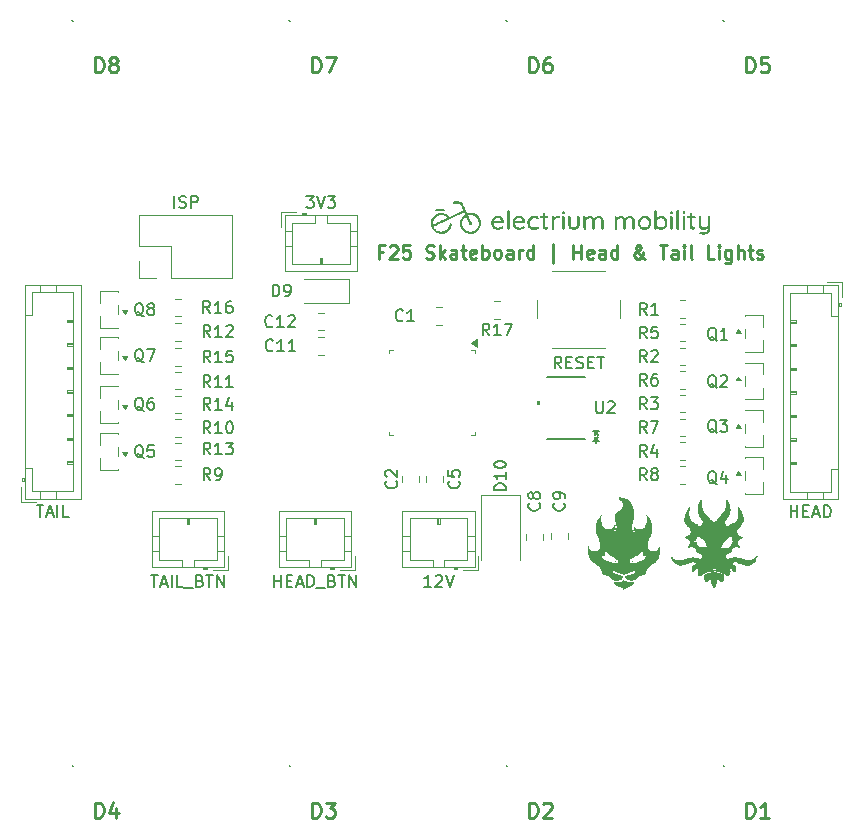
<source format=gbr>
%TF.GenerationSoftware,KiCad,Pcbnew,9.0.4*%
%TF.CreationDate,2025-11-21T11:06:10-05:00*%
%TF.ProjectId,merged_lights,6d657267-6564-45f6-9c69-676874732e6b,rev?*%
%TF.SameCoordinates,Original*%
%TF.FileFunction,Legend,Top*%
%TF.FilePolarity,Positive*%
%FSLAX46Y46*%
G04 Gerber Fmt 4.6, Leading zero omitted, Abs format (unit mm)*
G04 Created by KiCad (PCBNEW 9.0.4) date 2025-11-21 11:06:10*
%MOMM*%
%LPD*%
G01*
G04 APERTURE LIST*
%ADD10C,0.200000*%
%ADD11C,0.230000*%
%ADD12C,0.150000*%
%ADD13C,0.254000*%
%ADD14C,0.000000*%
%ADD15C,0.120000*%
%ADD16C,0.152400*%
%ADD17C,0.100000*%
G04 APERTURE END LIST*
D10*
X77470569Y-68252219D02*
X77470569Y-67252219D01*
X77470569Y-67728409D02*
X78041997Y-67728409D01*
X78041997Y-68252219D02*
X78041997Y-67252219D01*
X78518188Y-67728409D02*
X78851521Y-67728409D01*
X78994378Y-68252219D02*
X78518188Y-68252219D01*
X78518188Y-68252219D02*
X78518188Y-67252219D01*
X78518188Y-67252219D02*
X78994378Y-67252219D01*
X79375331Y-67966504D02*
X79851521Y-67966504D01*
X79280093Y-68252219D02*
X79613426Y-67252219D01*
X79613426Y-67252219D02*
X79946759Y-68252219D01*
X80280093Y-68252219D02*
X80280093Y-67252219D01*
X80280093Y-67252219D02*
X80518188Y-67252219D01*
X80518188Y-67252219D02*
X80661045Y-67299838D01*
X80661045Y-67299838D02*
X80756283Y-67395076D01*
X80756283Y-67395076D02*
X80803902Y-67490314D01*
X80803902Y-67490314D02*
X80851521Y-67680790D01*
X80851521Y-67680790D02*
X80851521Y-67823647D01*
X80851521Y-67823647D02*
X80803902Y-68014123D01*
X80803902Y-68014123D02*
X80756283Y-68109361D01*
X80756283Y-68109361D02*
X80661045Y-68204600D01*
X80661045Y-68204600D02*
X80518188Y-68252219D01*
X80518188Y-68252219D02*
X80280093Y-68252219D01*
D11*
X42980345Y-45767670D02*
X42597012Y-45767670D01*
X42597012Y-46370051D02*
X42597012Y-45220051D01*
X42597012Y-45220051D02*
X43144631Y-45220051D01*
X43527964Y-45329575D02*
X43582726Y-45274813D01*
X43582726Y-45274813D02*
X43692250Y-45220051D01*
X43692250Y-45220051D02*
X43966059Y-45220051D01*
X43966059Y-45220051D02*
X44075583Y-45274813D01*
X44075583Y-45274813D02*
X44130345Y-45329575D01*
X44130345Y-45329575D02*
X44185107Y-45439099D01*
X44185107Y-45439099D02*
X44185107Y-45548623D01*
X44185107Y-45548623D02*
X44130345Y-45712909D01*
X44130345Y-45712909D02*
X43473202Y-46370051D01*
X43473202Y-46370051D02*
X44185107Y-46370051D01*
X45225583Y-45220051D02*
X44677964Y-45220051D01*
X44677964Y-45220051D02*
X44623202Y-45767670D01*
X44623202Y-45767670D02*
X44677964Y-45712909D01*
X44677964Y-45712909D02*
X44787488Y-45658147D01*
X44787488Y-45658147D02*
X45061297Y-45658147D01*
X45061297Y-45658147D02*
X45170821Y-45712909D01*
X45170821Y-45712909D02*
X45225583Y-45767670D01*
X45225583Y-45767670D02*
X45280345Y-45877194D01*
X45280345Y-45877194D02*
X45280345Y-46151004D01*
X45280345Y-46151004D02*
X45225583Y-46260528D01*
X45225583Y-46260528D02*
X45170821Y-46315290D01*
X45170821Y-46315290D02*
X45061297Y-46370051D01*
X45061297Y-46370051D02*
X44787488Y-46370051D01*
X44787488Y-46370051D02*
X44677964Y-46315290D01*
X44677964Y-46315290D02*
X44623202Y-46260528D01*
X46594630Y-46315290D02*
X46758916Y-46370051D01*
X46758916Y-46370051D02*
X47032725Y-46370051D01*
X47032725Y-46370051D02*
X47142249Y-46315290D01*
X47142249Y-46315290D02*
X47197011Y-46260528D01*
X47197011Y-46260528D02*
X47251773Y-46151004D01*
X47251773Y-46151004D02*
X47251773Y-46041480D01*
X47251773Y-46041480D02*
X47197011Y-45931956D01*
X47197011Y-45931956D02*
X47142249Y-45877194D01*
X47142249Y-45877194D02*
X47032725Y-45822432D01*
X47032725Y-45822432D02*
X46813678Y-45767670D01*
X46813678Y-45767670D02*
X46704154Y-45712909D01*
X46704154Y-45712909D02*
X46649392Y-45658147D01*
X46649392Y-45658147D02*
X46594630Y-45548623D01*
X46594630Y-45548623D02*
X46594630Y-45439099D01*
X46594630Y-45439099D02*
X46649392Y-45329575D01*
X46649392Y-45329575D02*
X46704154Y-45274813D01*
X46704154Y-45274813D02*
X46813678Y-45220051D01*
X46813678Y-45220051D02*
X47087487Y-45220051D01*
X47087487Y-45220051D02*
X47251773Y-45274813D01*
X47744630Y-46370051D02*
X47744630Y-45220051D01*
X47854154Y-45931956D02*
X48182725Y-46370051D01*
X48182725Y-45603385D02*
X47744630Y-46041480D01*
X49168439Y-46370051D02*
X49168439Y-45767670D01*
X49168439Y-45767670D02*
X49113677Y-45658147D01*
X49113677Y-45658147D02*
X49004153Y-45603385D01*
X49004153Y-45603385D02*
X48785106Y-45603385D01*
X48785106Y-45603385D02*
X48675582Y-45658147D01*
X49168439Y-46315290D02*
X49058915Y-46370051D01*
X49058915Y-46370051D02*
X48785106Y-46370051D01*
X48785106Y-46370051D02*
X48675582Y-46315290D01*
X48675582Y-46315290D02*
X48620820Y-46205766D01*
X48620820Y-46205766D02*
X48620820Y-46096242D01*
X48620820Y-46096242D02*
X48675582Y-45986718D01*
X48675582Y-45986718D02*
X48785106Y-45931956D01*
X48785106Y-45931956D02*
X49058915Y-45931956D01*
X49058915Y-45931956D02*
X49168439Y-45877194D01*
X49551772Y-45603385D02*
X49989868Y-45603385D01*
X49716058Y-45220051D02*
X49716058Y-46205766D01*
X49716058Y-46205766D02*
X49770820Y-46315290D01*
X49770820Y-46315290D02*
X49880344Y-46370051D01*
X49880344Y-46370051D02*
X49989868Y-46370051D01*
X50811296Y-46315290D02*
X50701772Y-46370051D01*
X50701772Y-46370051D02*
X50482725Y-46370051D01*
X50482725Y-46370051D02*
X50373201Y-46315290D01*
X50373201Y-46315290D02*
X50318439Y-46205766D01*
X50318439Y-46205766D02*
X50318439Y-45767670D01*
X50318439Y-45767670D02*
X50373201Y-45658147D01*
X50373201Y-45658147D02*
X50482725Y-45603385D01*
X50482725Y-45603385D02*
X50701772Y-45603385D01*
X50701772Y-45603385D02*
X50811296Y-45658147D01*
X50811296Y-45658147D02*
X50866058Y-45767670D01*
X50866058Y-45767670D02*
X50866058Y-45877194D01*
X50866058Y-45877194D02*
X50318439Y-45986718D01*
X51358915Y-46370051D02*
X51358915Y-45220051D01*
X51358915Y-45658147D02*
X51468439Y-45603385D01*
X51468439Y-45603385D02*
X51687486Y-45603385D01*
X51687486Y-45603385D02*
X51797010Y-45658147D01*
X51797010Y-45658147D02*
X51851772Y-45712909D01*
X51851772Y-45712909D02*
X51906534Y-45822432D01*
X51906534Y-45822432D02*
X51906534Y-46151004D01*
X51906534Y-46151004D02*
X51851772Y-46260528D01*
X51851772Y-46260528D02*
X51797010Y-46315290D01*
X51797010Y-46315290D02*
X51687486Y-46370051D01*
X51687486Y-46370051D02*
X51468439Y-46370051D01*
X51468439Y-46370051D02*
X51358915Y-46315290D01*
X52563677Y-46370051D02*
X52454153Y-46315290D01*
X52454153Y-46315290D02*
X52399391Y-46260528D01*
X52399391Y-46260528D02*
X52344629Y-46151004D01*
X52344629Y-46151004D02*
X52344629Y-45822432D01*
X52344629Y-45822432D02*
X52399391Y-45712909D01*
X52399391Y-45712909D02*
X52454153Y-45658147D01*
X52454153Y-45658147D02*
X52563677Y-45603385D01*
X52563677Y-45603385D02*
X52727962Y-45603385D01*
X52727962Y-45603385D02*
X52837486Y-45658147D01*
X52837486Y-45658147D02*
X52892248Y-45712909D01*
X52892248Y-45712909D02*
X52947010Y-45822432D01*
X52947010Y-45822432D02*
X52947010Y-46151004D01*
X52947010Y-46151004D02*
X52892248Y-46260528D01*
X52892248Y-46260528D02*
X52837486Y-46315290D01*
X52837486Y-46315290D02*
X52727962Y-46370051D01*
X52727962Y-46370051D02*
X52563677Y-46370051D01*
X53932724Y-46370051D02*
X53932724Y-45767670D01*
X53932724Y-45767670D02*
X53877962Y-45658147D01*
X53877962Y-45658147D02*
X53768438Y-45603385D01*
X53768438Y-45603385D02*
X53549391Y-45603385D01*
X53549391Y-45603385D02*
X53439867Y-45658147D01*
X53932724Y-46315290D02*
X53823200Y-46370051D01*
X53823200Y-46370051D02*
X53549391Y-46370051D01*
X53549391Y-46370051D02*
X53439867Y-46315290D01*
X53439867Y-46315290D02*
X53385105Y-46205766D01*
X53385105Y-46205766D02*
X53385105Y-46096242D01*
X53385105Y-46096242D02*
X53439867Y-45986718D01*
X53439867Y-45986718D02*
X53549391Y-45931956D01*
X53549391Y-45931956D02*
X53823200Y-45931956D01*
X53823200Y-45931956D02*
X53932724Y-45877194D01*
X54480343Y-46370051D02*
X54480343Y-45603385D01*
X54480343Y-45822432D02*
X54535105Y-45712909D01*
X54535105Y-45712909D02*
X54589867Y-45658147D01*
X54589867Y-45658147D02*
X54699391Y-45603385D01*
X54699391Y-45603385D02*
X54808914Y-45603385D01*
X55685105Y-46370051D02*
X55685105Y-45220051D01*
X55685105Y-46315290D02*
X55575581Y-46370051D01*
X55575581Y-46370051D02*
X55356534Y-46370051D01*
X55356534Y-46370051D02*
X55247010Y-46315290D01*
X55247010Y-46315290D02*
X55192248Y-46260528D01*
X55192248Y-46260528D02*
X55137486Y-46151004D01*
X55137486Y-46151004D02*
X55137486Y-45822432D01*
X55137486Y-45822432D02*
X55192248Y-45712909D01*
X55192248Y-45712909D02*
X55247010Y-45658147D01*
X55247010Y-45658147D02*
X55356534Y-45603385D01*
X55356534Y-45603385D02*
X55575581Y-45603385D01*
X55575581Y-45603385D02*
X55685105Y-45658147D01*
X57382724Y-46753385D02*
X57382724Y-45110528D01*
X59080342Y-46370051D02*
X59080342Y-45220051D01*
X59080342Y-45767670D02*
X59737485Y-45767670D01*
X59737485Y-46370051D02*
X59737485Y-45220051D01*
X60723199Y-46315290D02*
X60613675Y-46370051D01*
X60613675Y-46370051D02*
X60394628Y-46370051D01*
X60394628Y-46370051D02*
X60285104Y-46315290D01*
X60285104Y-46315290D02*
X60230342Y-46205766D01*
X60230342Y-46205766D02*
X60230342Y-45767670D01*
X60230342Y-45767670D02*
X60285104Y-45658147D01*
X60285104Y-45658147D02*
X60394628Y-45603385D01*
X60394628Y-45603385D02*
X60613675Y-45603385D01*
X60613675Y-45603385D02*
X60723199Y-45658147D01*
X60723199Y-45658147D02*
X60777961Y-45767670D01*
X60777961Y-45767670D02*
X60777961Y-45877194D01*
X60777961Y-45877194D02*
X60230342Y-45986718D01*
X61763675Y-46370051D02*
X61763675Y-45767670D01*
X61763675Y-45767670D02*
X61708913Y-45658147D01*
X61708913Y-45658147D02*
X61599389Y-45603385D01*
X61599389Y-45603385D02*
X61380342Y-45603385D01*
X61380342Y-45603385D02*
X61270818Y-45658147D01*
X61763675Y-46315290D02*
X61654151Y-46370051D01*
X61654151Y-46370051D02*
X61380342Y-46370051D01*
X61380342Y-46370051D02*
X61270818Y-46315290D01*
X61270818Y-46315290D02*
X61216056Y-46205766D01*
X61216056Y-46205766D02*
X61216056Y-46096242D01*
X61216056Y-46096242D02*
X61270818Y-45986718D01*
X61270818Y-45986718D02*
X61380342Y-45931956D01*
X61380342Y-45931956D02*
X61654151Y-45931956D01*
X61654151Y-45931956D02*
X61763675Y-45877194D01*
X62804151Y-46370051D02*
X62804151Y-45220051D01*
X62804151Y-46315290D02*
X62694627Y-46370051D01*
X62694627Y-46370051D02*
X62475580Y-46370051D01*
X62475580Y-46370051D02*
X62366056Y-46315290D01*
X62366056Y-46315290D02*
X62311294Y-46260528D01*
X62311294Y-46260528D02*
X62256532Y-46151004D01*
X62256532Y-46151004D02*
X62256532Y-45822432D01*
X62256532Y-45822432D02*
X62311294Y-45712909D01*
X62311294Y-45712909D02*
X62366056Y-45658147D01*
X62366056Y-45658147D02*
X62475580Y-45603385D01*
X62475580Y-45603385D02*
X62694627Y-45603385D01*
X62694627Y-45603385D02*
X62804151Y-45658147D01*
X65158912Y-46370051D02*
X65104151Y-46370051D01*
X65104151Y-46370051D02*
X64994627Y-46315290D01*
X64994627Y-46315290D02*
X64830341Y-46151004D01*
X64830341Y-46151004D02*
X64556531Y-45822432D01*
X64556531Y-45822432D02*
X64447008Y-45658147D01*
X64447008Y-45658147D02*
X64392246Y-45493861D01*
X64392246Y-45493861D02*
X64392246Y-45384337D01*
X64392246Y-45384337D02*
X64447008Y-45274813D01*
X64447008Y-45274813D02*
X64556531Y-45220051D01*
X64556531Y-45220051D02*
X64611293Y-45220051D01*
X64611293Y-45220051D02*
X64720817Y-45274813D01*
X64720817Y-45274813D02*
X64775579Y-45384337D01*
X64775579Y-45384337D02*
X64775579Y-45439099D01*
X64775579Y-45439099D02*
X64720817Y-45548623D01*
X64720817Y-45548623D02*
X64666055Y-45603385D01*
X64666055Y-45603385D02*
X64337484Y-45822432D01*
X64337484Y-45822432D02*
X64282722Y-45877194D01*
X64282722Y-45877194D02*
X64227960Y-45986718D01*
X64227960Y-45986718D02*
X64227960Y-46151004D01*
X64227960Y-46151004D02*
X64282722Y-46260528D01*
X64282722Y-46260528D02*
X64337484Y-46315290D01*
X64337484Y-46315290D02*
X64447008Y-46370051D01*
X64447008Y-46370051D02*
X64611293Y-46370051D01*
X64611293Y-46370051D02*
X64720817Y-46315290D01*
X64720817Y-46315290D02*
X64775579Y-46260528D01*
X64775579Y-46260528D02*
X64939865Y-46041480D01*
X64939865Y-46041480D02*
X64994627Y-45877194D01*
X64994627Y-45877194D02*
X64994627Y-45767670D01*
X66363674Y-45220051D02*
X67020817Y-45220051D01*
X66692246Y-46370051D02*
X66692246Y-45220051D01*
X67897007Y-46370051D02*
X67897007Y-45767670D01*
X67897007Y-45767670D02*
X67842245Y-45658147D01*
X67842245Y-45658147D02*
X67732721Y-45603385D01*
X67732721Y-45603385D02*
X67513674Y-45603385D01*
X67513674Y-45603385D02*
X67404150Y-45658147D01*
X67897007Y-46315290D02*
X67787483Y-46370051D01*
X67787483Y-46370051D02*
X67513674Y-46370051D01*
X67513674Y-46370051D02*
X67404150Y-46315290D01*
X67404150Y-46315290D02*
X67349388Y-46205766D01*
X67349388Y-46205766D02*
X67349388Y-46096242D01*
X67349388Y-46096242D02*
X67404150Y-45986718D01*
X67404150Y-45986718D02*
X67513674Y-45931956D01*
X67513674Y-45931956D02*
X67787483Y-45931956D01*
X67787483Y-45931956D02*
X67897007Y-45877194D01*
X68444626Y-46370051D02*
X68444626Y-45603385D01*
X68444626Y-45220051D02*
X68389864Y-45274813D01*
X68389864Y-45274813D02*
X68444626Y-45329575D01*
X68444626Y-45329575D02*
X68499388Y-45274813D01*
X68499388Y-45274813D02*
X68444626Y-45220051D01*
X68444626Y-45220051D02*
X68444626Y-45329575D01*
X69156531Y-46370051D02*
X69047007Y-46315290D01*
X69047007Y-46315290D02*
X68992245Y-46205766D01*
X68992245Y-46205766D02*
X68992245Y-45220051D01*
X71018435Y-46370051D02*
X70470816Y-46370051D01*
X70470816Y-46370051D02*
X70470816Y-45220051D01*
X71401768Y-46370051D02*
X71401768Y-45603385D01*
X71401768Y-45220051D02*
X71347006Y-45274813D01*
X71347006Y-45274813D02*
X71401768Y-45329575D01*
X71401768Y-45329575D02*
X71456530Y-45274813D01*
X71456530Y-45274813D02*
X71401768Y-45220051D01*
X71401768Y-45220051D02*
X71401768Y-45329575D01*
X72442244Y-45603385D02*
X72442244Y-46534337D01*
X72442244Y-46534337D02*
X72387482Y-46643861D01*
X72387482Y-46643861D02*
X72332720Y-46698623D01*
X72332720Y-46698623D02*
X72223197Y-46753385D01*
X72223197Y-46753385D02*
X72058911Y-46753385D01*
X72058911Y-46753385D02*
X71949387Y-46698623D01*
X72442244Y-46315290D02*
X72332720Y-46370051D01*
X72332720Y-46370051D02*
X72113673Y-46370051D01*
X72113673Y-46370051D02*
X72004149Y-46315290D01*
X72004149Y-46315290D02*
X71949387Y-46260528D01*
X71949387Y-46260528D02*
X71894625Y-46151004D01*
X71894625Y-46151004D02*
X71894625Y-45822432D01*
X71894625Y-45822432D02*
X71949387Y-45712909D01*
X71949387Y-45712909D02*
X72004149Y-45658147D01*
X72004149Y-45658147D02*
X72113673Y-45603385D01*
X72113673Y-45603385D02*
X72332720Y-45603385D01*
X72332720Y-45603385D02*
X72442244Y-45658147D01*
X72989863Y-46370051D02*
X72989863Y-45220051D01*
X73482720Y-46370051D02*
X73482720Y-45767670D01*
X73482720Y-45767670D02*
X73427958Y-45658147D01*
X73427958Y-45658147D02*
X73318434Y-45603385D01*
X73318434Y-45603385D02*
X73154149Y-45603385D01*
X73154149Y-45603385D02*
X73044625Y-45658147D01*
X73044625Y-45658147D02*
X72989863Y-45712909D01*
X73866053Y-45603385D02*
X74304149Y-45603385D01*
X74030339Y-45220051D02*
X74030339Y-46205766D01*
X74030339Y-46205766D02*
X74085101Y-46315290D01*
X74085101Y-46315290D02*
X74194625Y-46370051D01*
X74194625Y-46370051D02*
X74304149Y-46370051D01*
X74632720Y-46315290D02*
X74742244Y-46370051D01*
X74742244Y-46370051D02*
X74961292Y-46370051D01*
X74961292Y-46370051D02*
X75070815Y-46315290D01*
X75070815Y-46315290D02*
X75125577Y-46205766D01*
X75125577Y-46205766D02*
X75125577Y-46151004D01*
X75125577Y-46151004D02*
X75070815Y-46041480D01*
X75070815Y-46041480D02*
X74961292Y-45986718D01*
X74961292Y-45986718D02*
X74797006Y-45986718D01*
X74797006Y-45986718D02*
X74687482Y-45931956D01*
X74687482Y-45931956D02*
X74632720Y-45822432D01*
X74632720Y-45822432D02*
X74632720Y-45767670D01*
X74632720Y-45767670D02*
X74687482Y-45658147D01*
X74687482Y-45658147D02*
X74797006Y-45603385D01*
X74797006Y-45603385D02*
X74961292Y-45603385D01*
X74961292Y-45603385D02*
X75070815Y-45658147D01*
D10*
X47030952Y-74152219D02*
X46459524Y-74152219D01*
X46745238Y-74152219D02*
X46745238Y-73152219D01*
X46745238Y-73152219D02*
X46650000Y-73295076D01*
X46650000Y-73295076D02*
X46554762Y-73390314D01*
X46554762Y-73390314D02*
X46459524Y-73437933D01*
X47411905Y-73247457D02*
X47459524Y-73199838D01*
X47459524Y-73199838D02*
X47554762Y-73152219D01*
X47554762Y-73152219D02*
X47792857Y-73152219D01*
X47792857Y-73152219D02*
X47888095Y-73199838D01*
X47888095Y-73199838D02*
X47935714Y-73247457D01*
X47935714Y-73247457D02*
X47983333Y-73342695D01*
X47983333Y-73342695D02*
X47983333Y-73437933D01*
X47983333Y-73437933D02*
X47935714Y-73580790D01*
X47935714Y-73580790D02*
X47364286Y-74152219D01*
X47364286Y-74152219D02*
X47983333Y-74152219D01*
X48269048Y-73152219D02*
X48602381Y-74152219D01*
X48602381Y-74152219D02*
X48935714Y-73152219D01*
X58047618Y-55652219D02*
X57714285Y-55176028D01*
X57476190Y-55652219D02*
X57476190Y-54652219D01*
X57476190Y-54652219D02*
X57857142Y-54652219D01*
X57857142Y-54652219D02*
X57952380Y-54699838D01*
X57952380Y-54699838D02*
X57999999Y-54747457D01*
X57999999Y-54747457D02*
X58047618Y-54842695D01*
X58047618Y-54842695D02*
X58047618Y-54985552D01*
X58047618Y-54985552D02*
X57999999Y-55080790D01*
X57999999Y-55080790D02*
X57952380Y-55128409D01*
X57952380Y-55128409D02*
X57857142Y-55176028D01*
X57857142Y-55176028D02*
X57476190Y-55176028D01*
X58476190Y-55128409D02*
X58809523Y-55128409D01*
X58952380Y-55652219D02*
X58476190Y-55652219D01*
X58476190Y-55652219D02*
X58476190Y-54652219D01*
X58476190Y-54652219D02*
X58952380Y-54652219D01*
X59333333Y-55604600D02*
X59476190Y-55652219D01*
X59476190Y-55652219D02*
X59714285Y-55652219D01*
X59714285Y-55652219D02*
X59809523Y-55604600D01*
X59809523Y-55604600D02*
X59857142Y-55556980D01*
X59857142Y-55556980D02*
X59904761Y-55461742D01*
X59904761Y-55461742D02*
X59904761Y-55366504D01*
X59904761Y-55366504D02*
X59857142Y-55271266D01*
X59857142Y-55271266D02*
X59809523Y-55223647D01*
X59809523Y-55223647D02*
X59714285Y-55176028D01*
X59714285Y-55176028D02*
X59523809Y-55128409D01*
X59523809Y-55128409D02*
X59428571Y-55080790D01*
X59428571Y-55080790D02*
X59380952Y-55033171D01*
X59380952Y-55033171D02*
X59333333Y-54937933D01*
X59333333Y-54937933D02*
X59333333Y-54842695D01*
X59333333Y-54842695D02*
X59380952Y-54747457D01*
X59380952Y-54747457D02*
X59428571Y-54699838D01*
X59428571Y-54699838D02*
X59523809Y-54652219D01*
X59523809Y-54652219D02*
X59761904Y-54652219D01*
X59761904Y-54652219D02*
X59904761Y-54699838D01*
X60333333Y-55128409D02*
X60666666Y-55128409D01*
X60809523Y-55652219D02*
X60333333Y-55652219D01*
X60333333Y-55652219D02*
X60333333Y-54652219D01*
X60333333Y-54652219D02*
X60809523Y-54652219D01*
X61095238Y-54652219D02*
X61666666Y-54652219D01*
X61380952Y-55652219D02*
X61380952Y-54652219D01*
X13628246Y-67202219D02*
X14199674Y-67202219D01*
X13913960Y-68202219D02*
X13913960Y-67202219D01*
X14485389Y-67916504D02*
X14961579Y-67916504D01*
X14390151Y-68202219D02*
X14723484Y-67202219D01*
X14723484Y-67202219D02*
X15056817Y-68202219D01*
X15390151Y-68202219D02*
X15390151Y-67202219D01*
X16342531Y-68202219D02*
X15866341Y-68202219D01*
X15866341Y-68202219D02*
X15866341Y-67202219D01*
X23307143Y-73152219D02*
X23878571Y-73152219D01*
X23592857Y-74152219D02*
X23592857Y-73152219D01*
X24164286Y-73866504D02*
X24640476Y-73866504D01*
X24069048Y-74152219D02*
X24402381Y-73152219D01*
X24402381Y-73152219D02*
X24735714Y-74152219D01*
X25069048Y-74152219D02*
X25069048Y-73152219D01*
X26021428Y-74152219D02*
X25545238Y-74152219D01*
X25545238Y-74152219D02*
X25545238Y-73152219D01*
X26116667Y-74247457D02*
X26878571Y-74247457D01*
X27450000Y-73628409D02*
X27592857Y-73676028D01*
X27592857Y-73676028D02*
X27640476Y-73723647D01*
X27640476Y-73723647D02*
X27688095Y-73818885D01*
X27688095Y-73818885D02*
X27688095Y-73961742D01*
X27688095Y-73961742D02*
X27640476Y-74056980D01*
X27640476Y-74056980D02*
X27592857Y-74104600D01*
X27592857Y-74104600D02*
X27497619Y-74152219D01*
X27497619Y-74152219D02*
X27116667Y-74152219D01*
X27116667Y-74152219D02*
X27116667Y-73152219D01*
X27116667Y-73152219D02*
X27450000Y-73152219D01*
X27450000Y-73152219D02*
X27545238Y-73199838D01*
X27545238Y-73199838D02*
X27592857Y-73247457D01*
X27592857Y-73247457D02*
X27640476Y-73342695D01*
X27640476Y-73342695D02*
X27640476Y-73437933D01*
X27640476Y-73437933D02*
X27592857Y-73533171D01*
X27592857Y-73533171D02*
X27545238Y-73580790D01*
X27545238Y-73580790D02*
X27450000Y-73628409D01*
X27450000Y-73628409D02*
X27116667Y-73628409D01*
X27973810Y-73152219D02*
X28545238Y-73152219D01*
X28259524Y-74152219D02*
X28259524Y-73152219D01*
X28878572Y-74152219D02*
X28878572Y-73152219D01*
X28878572Y-73152219D02*
X29450000Y-74152219D01*
X29450000Y-74152219D02*
X29450000Y-73152219D01*
X33747619Y-74152219D02*
X33747619Y-73152219D01*
X33747619Y-73628409D02*
X34319047Y-73628409D01*
X34319047Y-74152219D02*
X34319047Y-73152219D01*
X34795238Y-73628409D02*
X35128571Y-73628409D01*
X35271428Y-74152219D02*
X34795238Y-74152219D01*
X34795238Y-74152219D02*
X34795238Y-73152219D01*
X34795238Y-73152219D02*
X35271428Y-73152219D01*
X35652381Y-73866504D02*
X36128571Y-73866504D01*
X35557143Y-74152219D02*
X35890476Y-73152219D01*
X35890476Y-73152219D02*
X36223809Y-74152219D01*
X36557143Y-74152219D02*
X36557143Y-73152219D01*
X36557143Y-73152219D02*
X36795238Y-73152219D01*
X36795238Y-73152219D02*
X36938095Y-73199838D01*
X36938095Y-73199838D02*
X37033333Y-73295076D01*
X37033333Y-73295076D02*
X37080952Y-73390314D01*
X37080952Y-73390314D02*
X37128571Y-73580790D01*
X37128571Y-73580790D02*
X37128571Y-73723647D01*
X37128571Y-73723647D02*
X37080952Y-73914123D01*
X37080952Y-73914123D02*
X37033333Y-74009361D01*
X37033333Y-74009361D02*
X36938095Y-74104600D01*
X36938095Y-74104600D02*
X36795238Y-74152219D01*
X36795238Y-74152219D02*
X36557143Y-74152219D01*
X37319048Y-74247457D02*
X38080952Y-74247457D01*
X38652381Y-73628409D02*
X38795238Y-73676028D01*
X38795238Y-73676028D02*
X38842857Y-73723647D01*
X38842857Y-73723647D02*
X38890476Y-73818885D01*
X38890476Y-73818885D02*
X38890476Y-73961742D01*
X38890476Y-73961742D02*
X38842857Y-74056980D01*
X38842857Y-74056980D02*
X38795238Y-74104600D01*
X38795238Y-74104600D02*
X38700000Y-74152219D01*
X38700000Y-74152219D02*
X38319048Y-74152219D01*
X38319048Y-74152219D02*
X38319048Y-73152219D01*
X38319048Y-73152219D02*
X38652381Y-73152219D01*
X38652381Y-73152219D02*
X38747619Y-73199838D01*
X38747619Y-73199838D02*
X38795238Y-73247457D01*
X38795238Y-73247457D02*
X38842857Y-73342695D01*
X38842857Y-73342695D02*
X38842857Y-73437933D01*
X38842857Y-73437933D02*
X38795238Y-73533171D01*
X38795238Y-73533171D02*
X38747619Y-73580790D01*
X38747619Y-73580790D02*
X38652381Y-73628409D01*
X38652381Y-73628409D02*
X38319048Y-73628409D01*
X39176191Y-73152219D02*
X39747619Y-73152219D01*
X39461905Y-74152219D02*
X39461905Y-73152219D01*
X40080953Y-74152219D02*
X40080953Y-73152219D01*
X40080953Y-73152219D02*
X40652381Y-74152219D01*
X40652381Y-74152219D02*
X40652381Y-73152219D01*
X36461905Y-41052219D02*
X37080952Y-41052219D01*
X37080952Y-41052219D02*
X36747619Y-41433171D01*
X36747619Y-41433171D02*
X36890476Y-41433171D01*
X36890476Y-41433171D02*
X36985714Y-41480790D01*
X36985714Y-41480790D02*
X37033333Y-41528409D01*
X37033333Y-41528409D02*
X37080952Y-41623647D01*
X37080952Y-41623647D02*
X37080952Y-41861742D01*
X37080952Y-41861742D02*
X37033333Y-41956980D01*
X37033333Y-41956980D02*
X36985714Y-42004600D01*
X36985714Y-42004600D02*
X36890476Y-42052219D01*
X36890476Y-42052219D02*
X36604762Y-42052219D01*
X36604762Y-42052219D02*
X36509524Y-42004600D01*
X36509524Y-42004600D02*
X36461905Y-41956980D01*
X37366667Y-41052219D02*
X37700000Y-42052219D01*
X37700000Y-42052219D02*
X38033333Y-41052219D01*
X38271429Y-41052219D02*
X38890476Y-41052219D01*
X38890476Y-41052219D02*
X38557143Y-41433171D01*
X38557143Y-41433171D02*
X38700000Y-41433171D01*
X38700000Y-41433171D02*
X38795238Y-41480790D01*
X38795238Y-41480790D02*
X38842857Y-41528409D01*
X38842857Y-41528409D02*
X38890476Y-41623647D01*
X38890476Y-41623647D02*
X38890476Y-41861742D01*
X38890476Y-41861742D02*
X38842857Y-41956980D01*
X38842857Y-41956980D02*
X38795238Y-42004600D01*
X38795238Y-42004600D02*
X38700000Y-42052219D01*
X38700000Y-42052219D02*
X38414286Y-42052219D01*
X38414286Y-42052219D02*
X38319048Y-42004600D01*
X38319048Y-42004600D02*
X38271429Y-41956980D01*
X25273810Y-42052219D02*
X25273810Y-41052219D01*
X25702381Y-42004600D02*
X25845238Y-42052219D01*
X25845238Y-42052219D02*
X26083333Y-42052219D01*
X26083333Y-42052219D02*
X26178571Y-42004600D01*
X26178571Y-42004600D02*
X26226190Y-41956980D01*
X26226190Y-41956980D02*
X26273809Y-41861742D01*
X26273809Y-41861742D02*
X26273809Y-41766504D01*
X26273809Y-41766504D02*
X26226190Y-41671266D01*
X26226190Y-41671266D02*
X26178571Y-41623647D01*
X26178571Y-41623647D02*
X26083333Y-41576028D01*
X26083333Y-41576028D02*
X25892857Y-41528409D01*
X25892857Y-41528409D02*
X25797619Y-41480790D01*
X25797619Y-41480790D02*
X25750000Y-41433171D01*
X25750000Y-41433171D02*
X25702381Y-41337933D01*
X25702381Y-41337933D02*
X25702381Y-41242695D01*
X25702381Y-41242695D02*
X25750000Y-41147457D01*
X25750000Y-41147457D02*
X25797619Y-41099838D01*
X25797619Y-41099838D02*
X25892857Y-41052219D01*
X25892857Y-41052219D02*
X26130952Y-41052219D01*
X26130952Y-41052219D02*
X26273809Y-41099838D01*
X26702381Y-42052219D02*
X26702381Y-41052219D01*
X26702381Y-41052219D02*
X27083333Y-41052219D01*
X27083333Y-41052219D02*
X27178571Y-41099838D01*
X27178571Y-41099838D02*
X27226190Y-41147457D01*
X27226190Y-41147457D02*
X27273809Y-41242695D01*
X27273809Y-41242695D02*
X27273809Y-41385552D01*
X27273809Y-41385552D02*
X27226190Y-41480790D01*
X27226190Y-41480790D02*
X27178571Y-41528409D01*
X27178571Y-41528409D02*
X27083333Y-41576028D01*
X27083333Y-41576028D02*
X26702381Y-41576028D01*
D12*
X58259580Y-67066666D02*
X58307200Y-67114285D01*
X58307200Y-67114285D02*
X58354819Y-67257142D01*
X58354819Y-67257142D02*
X58354819Y-67352380D01*
X58354819Y-67352380D02*
X58307200Y-67495237D01*
X58307200Y-67495237D02*
X58211961Y-67590475D01*
X58211961Y-67590475D02*
X58116723Y-67638094D01*
X58116723Y-67638094D02*
X57926247Y-67685713D01*
X57926247Y-67685713D02*
X57783390Y-67685713D01*
X57783390Y-67685713D02*
X57592914Y-67638094D01*
X57592914Y-67638094D02*
X57497676Y-67590475D01*
X57497676Y-67590475D02*
X57402438Y-67495237D01*
X57402438Y-67495237D02*
X57354819Y-67352380D01*
X57354819Y-67352380D02*
X57354819Y-67257142D01*
X57354819Y-67257142D02*
X57402438Y-67114285D01*
X57402438Y-67114285D02*
X57450057Y-67066666D01*
X58354819Y-66590475D02*
X58354819Y-66399999D01*
X58354819Y-66399999D02*
X58307200Y-66304761D01*
X58307200Y-66304761D02*
X58259580Y-66257142D01*
X58259580Y-66257142D02*
X58116723Y-66161904D01*
X58116723Y-66161904D02*
X57926247Y-66114285D01*
X57926247Y-66114285D02*
X57545295Y-66114285D01*
X57545295Y-66114285D02*
X57450057Y-66161904D01*
X57450057Y-66161904D02*
X57402438Y-66209523D01*
X57402438Y-66209523D02*
X57354819Y-66304761D01*
X57354819Y-66304761D02*
X57354819Y-66495237D01*
X57354819Y-66495237D02*
X57402438Y-66590475D01*
X57402438Y-66590475D02*
X57450057Y-66638094D01*
X57450057Y-66638094D02*
X57545295Y-66685713D01*
X57545295Y-66685713D02*
X57783390Y-66685713D01*
X57783390Y-66685713D02*
X57878628Y-66638094D01*
X57878628Y-66638094D02*
X57926247Y-66590475D01*
X57926247Y-66590475D02*
X57973866Y-66495237D01*
X57973866Y-66495237D02*
X57973866Y-66304761D01*
X57973866Y-66304761D02*
X57926247Y-66209523D01*
X57926247Y-66209523D02*
X57878628Y-66161904D01*
X57878628Y-66161904D02*
X57783390Y-66114285D01*
X53354819Y-65964285D02*
X52354819Y-65964285D01*
X52354819Y-65964285D02*
X52354819Y-65726190D01*
X52354819Y-65726190D02*
X52402438Y-65583333D01*
X52402438Y-65583333D02*
X52497676Y-65488095D01*
X52497676Y-65488095D02*
X52592914Y-65440476D01*
X52592914Y-65440476D02*
X52783390Y-65392857D01*
X52783390Y-65392857D02*
X52926247Y-65392857D01*
X52926247Y-65392857D02*
X53116723Y-65440476D01*
X53116723Y-65440476D02*
X53211961Y-65488095D01*
X53211961Y-65488095D02*
X53307200Y-65583333D01*
X53307200Y-65583333D02*
X53354819Y-65726190D01*
X53354819Y-65726190D02*
X53354819Y-65964285D01*
X53354819Y-64440476D02*
X53354819Y-65011904D01*
X53354819Y-64726190D02*
X52354819Y-64726190D01*
X52354819Y-64726190D02*
X52497676Y-64821428D01*
X52497676Y-64821428D02*
X52592914Y-64916666D01*
X52592914Y-64916666D02*
X52640533Y-65011904D01*
X52354819Y-63821428D02*
X52354819Y-63726190D01*
X52354819Y-63726190D02*
X52402438Y-63630952D01*
X52402438Y-63630952D02*
X52450057Y-63583333D01*
X52450057Y-63583333D02*
X52545295Y-63535714D01*
X52545295Y-63535714D02*
X52735771Y-63488095D01*
X52735771Y-63488095D02*
X52973866Y-63488095D01*
X52973866Y-63488095D02*
X53164342Y-63535714D01*
X53164342Y-63535714D02*
X53259580Y-63583333D01*
X53259580Y-63583333D02*
X53307200Y-63630952D01*
X53307200Y-63630952D02*
X53354819Y-63726190D01*
X53354819Y-63726190D02*
X53354819Y-63821428D01*
X53354819Y-63821428D02*
X53307200Y-63916666D01*
X53307200Y-63916666D02*
X53259580Y-63964285D01*
X53259580Y-63964285D02*
X53164342Y-64011904D01*
X53164342Y-64011904D02*
X52973866Y-64059523D01*
X52973866Y-64059523D02*
X52735771Y-64059523D01*
X52735771Y-64059523D02*
X52545295Y-64011904D01*
X52545295Y-64011904D02*
X52450057Y-63964285D01*
X52450057Y-63964285D02*
X52402438Y-63916666D01*
X52402438Y-63916666D02*
X52354819Y-63821428D01*
X56155438Y-67066666D02*
X56203058Y-67114285D01*
X56203058Y-67114285D02*
X56250677Y-67257142D01*
X56250677Y-67257142D02*
X56250677Y-67352380D01*
X56250677Y-67352380D02*
X56203058Y-67495237D01*
X56203058Y-67495237D02*
X56107819Y-67590475D01*
X56107819Y-67590475D02*
X56012581Y-67638094D01*
X56012581Y-67638094D02*
X55822105Y-67685713D01*
X55822105Y-67685713D02*
X55679248Y-67685713D01*
X55679248Y-67685713D02*
X55488772Y-67638094D01*
X55488772Y-67638094D02*
X55393534Y-67590475D01*
X55393534Y-67590475D02*
X55298296Y-67495237D01*
X55298296Y-67495237D02*
X55250677Y-67352380D01*
X55250677Y-67352380D02*
X55250677Y-67257142D01*
X55250677Y-67257142D02*
X55298296Y-67114285D01*
X55298296Y-67114285D02*
X55345915Y-67066666D01*
X55679248Y-66495237D02*
X55631629Y-66590475D01*
X55631629Y-66590475D02*
X55584010Y-66638094D01*
X55584010Y-66638094D02*
X55488772Y-66685713D01*
X55488772Y-66685713D02*
X55441153Y-66685713D01*
X55441153Y-66685713D02*
X55345915Y-66638094D01*
X55345915Y-66638094D02*
X55298296Y-66590475D01*
X55298296Y-66590475D02*
X55250677Y-66495237D01*
X55250677Y-66495237D02*
X55250677Y-66304761D01*
X55250677Y-66304761D02*
X55298296Y-66209523D01*
X55298296Y-66209523D02*
X55345915Y-66161904D01*
X55345915Y-66161904D02*
X55441153Y-66114285D01*
X55441153Y-66114285D02*
X55488772Y-66114285D01*
X55488772Y-66114285D02*
X55584010Y-66161904D01*
X55584010Y-66161904D02*
X55631629Y-66209523D01*
X55631629Y-66209523D02*
X55679248Y-66304761D01*
X55679248Y-66304761D02*
X55679248Y-66495237D01*
X55679248Y-66495237D02*
X55726867Y-66590475D01*
X55726867Y-66590475D02*
X55774486Y-66638094D01*
X55774486Y-66638094D02*
X55869724Y-66685713D01*
X55869724Y-66685713D02*
X56060200Y-66685713D01*
X56060200Y-66685713D02*
X56155438Y-66638094D01*
X56155438Y-66638094D02*
X56203058Y-66590475D01*
X56203058Y-66590475D02*
X56250677Y-66495237D01*
X56250677Y-66495237D02*
X56250677Y-66304761D01*
X56250677Y-66304761D02*
X56203058Y-66209523D01*
X56203058Y-66209523D02*
X56155438Y-66161904D01*
X56155438Y-66161904D02*
X56060200Y-66114285D01*
X56060200Y-66114285D02*
X55869724Y-66114285D01*
X55869724Y-66114285D02*
X55774486Y-66161904D01*
X55774486Y-66161904D02*
X55726867Y-66209523D01*
X55726867Y-66209523D02*
X55679248Y-66304761D01*
X28332142Y-55136784D02*
X27998809Y-54660593D01*
X27760714Y-55136784D02*
X27760714Y-54136784D01*
X27760714Y-54136784D02*
X28141666Y-54136784D01*
X28141666Y-54136784D02*
X28236904Y-54184403D01*
X28236904Y-54184403D02*
X28284523Y-54232022D01*
X28284523Y-54232022D02*
X28332142Y-54327260D01*
X28332142Y-54327260D02*
X28332142Y-54470117D01*
X28332142Y-54470117D02*
X28284523Y-54565355D01*
X28284523Y-54565355D02*
X28236904Y-54612974D01*
X28236904Y-54612974D02*
X28141666Y-54660593D01*
X28141666Y-54660593D02*
X27760714Y-54660593D01*
X29284523Y-55136784D02*
X28713095Y-55136784D01*
X28998809Y-55136784D02*
X28998809Y-54136784D01*
X28998809Y-54136784D02*
X28903571Y-54279641D01*
X28903571Y-54279641D02*
X28808333Y-54374879D01*
X28808333Y-54374879D02*
X28713095Y-54422498D01*
X30189285Y-54136784D02*
X29713095Y-54136784D01*
X29713095Y-54136784D02*
X29665476Y-54612974D01*
X29665476Y-54612974D02*
X29713095Y-54565355D01*
X29713095Y-54565355D02*
X29808333Y-54517736D01*
X29808333Y-54517736D02*
X30046428Y-54517736D01*
X30046428Y-54517736D02*
X30141666Y-54565355D01*
X30141666Y-54565355D02*
X30189285Y-54612974D01*
X30189285Y-54612974D02*
X30236904Y-54708212D01*
X30236904Y-54708212D02*
X30236904Y-54946307D01*
X30236904Y-54946307D02*
X30189285Y-55041545D01*
X30189285Y-55041545D02*
X30141666Y-55089165D01*
X30141666Y-55089165D02*
X30046428Y-55136784D01*
X30046428Y-55136784D02*
X29808333Y-55136784D01*
X29808333Y-55136784D02*
X29713095Y-55089165D01*
X29713095Y-55089165D02*
X29665476Y-55041545D01*
X33611905Y-49554819D02*
X33611905Y-48554819D01*
X33611905Y-48554819D02*
X33850000Y-48554819D01*
X33850000Y-48554819D02*
X33992857Y-48602438D01*
X33992857Y-48602438D02*
X34088095Y-48697676D01*
X34088095Y-48697676D02*
X34135714Y-48792914D01*
X34135714Y-48792914D02*
X34183333Y-48983390D01*
X34183333Y-48983390D02*
X34183333Y-49126247D01*
X34183333Y-49126247D02*
X34135714Y-49316723D01*
X34135714Y-49316723D02*
X34088095Y-49411961D01*
X34088095Y-49411961D02*
X33992857Y-49507200D01*
X33992857Y-49507200D02*
X33850000Y-49554819D01*
X33850000Y-49554819D02*
X33611905Y-49554819D01*
X34659524Y-49554819D02*
X34850000Y-49554819D01*
X34850000Y-49554819D02*
X34945238Y-49507200D01*
X34945238Y-49507200D02*
X34992857Y-49459580D01*
X34992857Y-49459580D02*
X35088095Y-49316723D01*
X35088095Y-49316723D02*
X35135714Y-49126247D01*
X35135714Y-49126247D02*
X35135714Y-48745295D01*
X35135714Y-48745295D02*
X35088095Y-48650057D01*
X35088095Y-48650057D02*
X35040476Y-48602438D01*
X35040476Y-48602438D02*
X34945238Y-48554819D01*
X34945238Y-48554819D02*
X34754762Y-48554819D01*
X34754762Y-48554819D02*
X34659524Y-48602438D01*
X34659524Y-48602438D02*
X34611905Y-48650057D01*
X34611905Y-48650057D02*
X34564286Y-48745295D01*
X34564286Y-48745295D02*
X34564286Y-48983390D01*
X34564286Y-48983390D02*
X34611905Y-49078628D01*
X34611905Y-49078628D02*
X34659524Y-49126247D01*
X34659524Y-49126247D02*
X34754762Y-49173866D01*
X34754762Y-49173866D02*
X34945238Y-49173866D01*
X34945238Y-49173866D02*
X35040476Y-49126247D01*
X35040476Y-49126247D02*
X35088095Y-49078628D01*
X35088095Y-49078628D02*
X35135714Y-48983390D01*
X65275833Y-51115644D02*
X64942500Y-50639453D01*
X64704405Y-51115644D02*
X64704405Y-50115644D01*
X64704405Y-50115644D02*
X65085357Y-50115644D01*
X65085357Y-50115644D02*
X65180595Y-50163263D01*
X65180595Y-50163263D02*
X65228214Y-50210882D01*
X65228214Y-50210882D02*
X65275833Y-50306120D01*
X65275833Y-50306120D02*
X65275833Y-50448977D01*
X65275833Y-50448977D02*
X65228214Y-50544215D01*
X65228214Y-50544215D02*
X65180595Y-50591834D01*
X65180595Y-50591834D02*
X65085357Y-50639453D01*
X65085357Y-50639453D02*
X64704405Y-50639453D01*
X66228214Y-51115644D02*
X65656786Y-51115644D01*
X65942500Y-51115644D02*
X65942500Y-50115644D01*
X65942500Y-50115644D02*
X65847262Y-50258501D01*
X65847262Y-50258501D02*
X65752024Y-50353739D01*
X65752024Y-50353739D02*
X65656786Y-50401358D01*
X28307142Y-50954819D02*
X27973809Y-50478628D01*
X27735714Y-50954819D02*
X27735714Y-49954819D01*
X27735714Y-49954819D02*
X28116666Y-49954819D01*
X28116666Y-49954819D02*
X28211904Y-50002438D01*
X28211904Y-50002438D02*
X28259523Y-50050057D01*
X28259523Y-50050057D02*
X28307142Y-50145295D01*
X28307142Y-50145295D02*
X28307142Y-50288152D01*
X28307142Y-50288152D02*
X28259523Y-50383390D01*
X28259523Y-50383390D02*
X28211904Y-50431009D01*
X28211904Y-50431009D02*
X28116666Y-50478628D01*
X28116666Y-50478628D02*
X27735714Y-50478628D01*
X29259523Y-50954819D02*
X28688095Y-50954819D01*
X28973809Y-50954819D02*
X28973809Y-49954819D01*
X28973809Y-49954819D02*
X28878571Y-50097676D01*
X28878571Y-50097676D02*
X28783333Y-50192914D01*
X28783333Y-50192914D02*
X28688095Y-50240533D01*
X30116666Y-49954819D02*
X29926190Y-49954819D01*
X29926190Y-49954819D02*
X29830952Y-50002438D01*
X29830952Y-50002438D02*
X29783333Y-50050057D01*
X29783333Y-50050057D02*
X29688095Y-50192914D01*
X29688095Y-50192914D02*
X29640476Y-50383390D01*
X29640476Y-50383390D02*
X29640476Y-50764342D01*
X29640476Y-50764342D02*
X29688095Y-50859580D01*
X29688095Y-50859580D02*
X29735714Y-50907200D01*
X29735714Y-50907200D02*
X29830952Y-50954819D01*
X29830952Y-50954819D02*
X30021428Y-50954819D01*
X30021428Y-50954819D02*
X30116666Y-50907200D01*
X30116666Y-50907200D02*
X30164285Y-50859580D01*
X30164285Y-50859580D02*
X30211904Y-50764342D01*
X30211904Y-50764342D02*
X30211904Y-50526247D01*
X30211904Y-50526247D02*
X30164285Y-50431009D01*
X30164285Y-50431009D02*
X30116666Y-50383390D01*
X30116666Y-50383390D02*
X30021428Y-50335771D01*
X30021428Y-50335771D02*
X29830952Y-50335771D01*
X29830952Y-50335771D02*
X29735714Y-50383390D01*
X29735714Y-50383390D02*
X29688095Y-50431009D01*
X29688095Y-50431009D02*
X29640476Y-50526247D01*
X51957142Y-52854819D02*
X51623809Y-52378628D01*
X51385714Y-52854819D02*
X51385714Y-51854819D01*
X51385714Y-51854819D02*
X51766666Y-51854819D01*
X51766666Y-51854819D02*
X51861904Y-51902438D01*
X51861904Y-51902438D02*
X51909523Y-51950057D01*
X51909523Y-51950057D02*
X51957142Y-52045295D01*
X51957142Y-52045295D02*
X51957142Y-52188152D01*
X51957142Y-52188152D02*
X51909523Y-52283390D01*
X51909523Y-52283390D02*
X51861904Y-52331009D01*
X51861904Y-52331009D02*
X51766666Y-52378628D01*
X51766666Y-52378628D02*
X51385714Y-52378628D01*
X52909523Y-52854819D02*
X52338095Y-52854819D01*
X52623809Y-52854819D02*
X52623809Y-51854819D01*
X52623809Y-51854819D02*
X52528571Y-51997676D01*
X52528571Y-51997676D02*
X52433333Y-52092914D01*
X52433333Y-52092914D02*
X52338095Y-52140533D01*
X53242857Y-51854819D02*
X53909523Y-51854819D01*
X53909523Y-51854819D02*
X53480952Y-52854819D01*
X71204761Y-57304837D02*
X71109523Y-57257218D01*
X71109523Y-57257218D02*
X71014285Y-57161980D01*
X71014285Y-57161980D02*
X70871428Y-57019122D01*
X70871428Y-57019122D02*
X70776190Y-56971503D01*
X70776190Y-56971503D02*
X70680952Y-56971503D01*
X70728571Y-57209599D02*
X70633333Y-57161980D01*
X70633333Y-57161980D02*
X70538095Y-57066741D01*
X70538095Y-57066741D02*
X70490476Y-56876265D01*
X70490476Y-56876265D02*
X70490476Y-56542932D01*
X70490476Y-56542932D02*
X70538095Y-56352456D01*
X70538095Y-56352456D02*
X70633333Y-56257218D01*
X70633333Y-56257218D02*
X70728571Y-56209599D01*
X70728571Y-56209599D02*
X70919047Y-56209599D01*
X70919047Y-56209599D02*
X71014285Y-56257218D01*
X71014285Y-56257218D02*
X71109523Y-56352456D01*
X71109523Y-56352456D02*
X71157142Y-56542932D01*
X71157142Y-56542932D02*
X71157142Y-56876265D01*
X71157142Y-56876265D02*
X71109523Y-57066741D01*
X71109523Y-57066741D02*
X71014285Y-57161980D01*
X71014285Y-57161980D02*
X70919047Y-57209599D01*
X70919047Y-57209599D02*
X70728571Y-57209599D01*
X71538095Y-56304837D02*
X71585714Y-56257218D01*
X71585714Y-56257218D02*
X71680952Y-56209599D01*
X71680952Y-56209599D02*
X71919047Y-56209599D01*
X71919047Y-56209599D02*
X72014285Y-56257218D01*
X72014285Y-56257218D02*
X72061904Y-56304837D01*
X72061904Y-56304837D02*
X72109523Y-56400075D01*
X72109523Y-56400075D02*
X72109523Y-56495313D01*
X72109523Y-56495313D02*
X72061904Y-56638170D01*
X72061904Y-56638170D02*
X71490476Y-57209599D01*
X71490476Y-57209599D02*
X72109523Y-57209599D01*
X22678848Y-51232022D02*
X22583610Y-51184403D01*
X22583610Y-51184403D02*
X22488372Y-51089165D01*
X22488372Y-51089165D02*
X22345515Y-50946307D01*
X22345515Y-50946307D02*
X22250277Y-50898688D01*
X22250277Y-50898688D02*
X22155039Y-50898688D01*
X22202658Y-51136784D02*
X22107420Y-51089165D01*
X22107420Y-51089165D02*
X22012182Y-50993926D01*
X22012182Y-50993926D02*
X21964563Y-50803450D01*
X21964563Y-50803450D02*
X21964563Y-50470117D01*
X21964563Y-50470117D02*
X22012182Y-50279641D01*
X22012182Y-50279641D02*
X22107420Y-50184403D01*
X22107420Y-50184403D02*
X22202658Y-50136784D01*
X22202658Y-50136784D02*
X22393134Y-50136784D01*
X22393134Y-50136784D02*
X22488372Y-50184403D01*
X22488372Y-50184403D02*
X22583610Y-50279641D01*
X22583610Y-50279641D02*
X22631229Y-50470117D01*
X22631229Y-50470117D02*
X22631229Y-50803450D01*
X22631229Y-50803450D02*
X22583610Y-50993926D01*
X22583610Y-50993926D02*
X22488372Y-51089165D01*
X22488372Y-51089165D02*
X22393134Y-51136784D01*
X22393134Y-51136784D02*
X22202658Y-51136784D01*
X23202658Y-50565355D02*
X23107420Y-50517736D01*
X23107420Y-50517736D02*
X23059801Y-50470117D01*
X23059801Y-50470117D02*
X23012182Y-50374879D01*
X23012182Y-50374879D02*
X23012182Y-50327260D01*
X23012182Y-50327260D02*
X23059801Y-50232022D01*
X23059801Y-50232022D02*
X23107420Y-50184403D01*
X23107420Y-50184403D02*
X23202658Y-50136784D01*
X23202658Y-50136784D02*
X23393134Y-50136784D01*
X23393134Y-50136784D02*
X23488372Y-50184403D01*
X23488372Y-50184403D02*
X23535991Y-50232022D01*
X23535991Y-50232022D02*
X23583610Y-50327260D01*
X23583610Y-50327260D02*
X23583610Y-50374879D01*
X23583610Y-50374879D02*
X23535991Y-50470117D01*
X23535991Y-50470117D02*
X23488372Y-50517736D01*
X23488372Y-50517736D02*
X23393134Y-50565355D01*
X23393134Y-50565355D02*
X23202658Y-50565355D01*
X23202658Y-50565355D02*
X23107420Y-50612974D01*
X23107420Y-50612974D02*
X23059801Y-50660593D01*
X23059801Y-50660593D02*
X23012182Y-50755831D01*
X23012182Y-50755831D02*
X23012182Y-50946307D01*
X23012182Y-50946307D02*
X23059801Y-51041545D01*
X23059801Y-51041545D02*
X23107420Y-51089165D01*
X23107420Y-51089165D02*
X23202658Y-51136784D01*
X23202658Y-51136784D02*
X23393134Y-51136784D01*
X23393134Y-51136784D02*
X23488372Y-51089165D01*
X23488372Y-51089165D02*
X23535991Y-51041545D01*
X23535991Y-51041545D02*
X23583610Y-50946307D01*
X23583610Y-50946307D02*
X23583610Y-50755831D01*
X23583610Y-50755831D02*
X23535991Y-50660593D01*
X23535991Y-50660593D02*
X23488372Y-50612974D01*
X23488372Y-50612974D02*
X23393134Y-50565355D01*
X71204761Y-53304837D02*
X71109523Y-53257218D01*
X71109523Y-53257218D02*
X71014285Y-53161980D01*
X71014285Y-53161980D02*
X70871428Y-53019122D01*
X70871428Y-53019122D02*
X70776190Y-52971503D01*
X70776190Y-52971503D02*
X70680952Y-52971503D01*
X70728571Y-53209599D02*
X70633333Y-53161980D01*
X70633333Y-53161980D02*
X70538095Y-53066741D01*
X70538095Y-53066741D02*
X70490476Y-52876265D01*
X70490476Y-52876265D02*
X70490476Y-52542932D01*
X70490476Y-52542932D02*
X70538095Y-52352456D01*
X70538095Y-52352456D02*
X70633333Y-52257218D01*
X70633333Y-52257218D02*
X70728571Y-52209599D01*
X70728571Y-52209599D02*
X70919047Y-52209599D01*
X70919047Y-52209599D02*
X71014285Y-52257218D01*
X71014285Y-52257218D02*
X71109523Y-52352456D01*
X71109523Y-52352456D02*
X71157142Y-52542932D01*
X71157142Y-52542932D02*
X71157142Y-52876265D01*
X71157142Y-52876265D02*
X71109523Y-53066741D01*
X71109523Y-53066741D02*
X71014285Y-53161980D01*
X71014285Y-53161980D02*
X70919047Y-53209599D01*
X70919047Y-53209599D02*
X70728571Y-53209599D01*
X72109523Y-53209599D02*
X71538095Y-53209599D01*
X71823809Y-53209599D02*
X71823809Y-52209599D01*
X71823809Y-52209599D02*
X71728571Y-52352456D01*
X71728571Y-52352456D02*
X71633333Y-52447694D01*
X71633333Y-52447694D02*
X71538095Y-52495313D01*
X65275833Y-63111962D02*
X64942500Y-62635771D01*
X64704405Y-63111962D02*
X64704405Y-62111962D01*
X64704405Y-62111962D02*
X65085357Y-62111962D01*
X65085357Y-62111962D02*
X65180595Y-62159581D01*
X65180595Y-62159581D02*
X65228214Y-62207200D01*
X65228214Y-62207200D02*
X65275833Y-62302438D01*
X65275833Y-62302438D02*
X65275833Y-62445295D01*
X65275833Y-62445295D02*
X65228214Y-62540533D01*
X65228214Y-62540533D02*
X65180595Y-62588152D01*
X65180595Y-62588152D02*
X65085357Y-62635771D01*
X65085357Y-62635771D02*
X64704405Y-62635771D01*
X66132976Y-62445295D02*
X66132976Y-63111962D01*
X65894881Y-62064343D02*
X65656786Y-62778628D01*
X65656786Y-62778628D02*
X66275833Y-62778628D01*
X60988095Y-58436321D02*
X60988095Y-59245844D01*
X60988095Y-59245844D02*
X61035714Y-59341082D01*
X61035714Y-59341082D02*
X61083333Y-59388702D01*
X61083333Y-59388702D02*
X61178571Y-59436321D01*
X61178571Y-59436321D02*
X61369047Y-59436321D01*
X61369047Y-59436321D02*
X61464285Y-59388702D01*
X61464285Y-59388702D02*
X61511904Y-59341082D01*
X61511904Y-59341082D02*
X61559523Y-59245844D01*
X61559523Y-59245844D02*
X61559523Y-58436321D01*
X61988095Y-58531559D02*
X62035714Y-58483940D01*
X62035714Y-58483940D02*
X62130952Y-58436321D01*
X62130952Y-58436321D02*
X62369047Y-58436321D01*
X62369047Y-58436321D02*
X62464285Y-58483940D01*
X62464285Y-58483940D02*
X62511904Y-58531559D01*
X62511904Y-58531559D02*
X62559523Y-58626797D01*
X62559523Y-58626797D02*
X62559523Y-58722035D01*
X62559523Y-58722035D02*
X62511904Y-58864892D01*
X62511904Y-58864892D02*
X61940476Y-59436321D01*
X61940476Y-59436321D02*
X62559523Y-59436321D01*
X61009999Y-61926682D02*
X61009999Y-61688587D01*
X61248094Y-61783825D02*
X61009999Y-61688587D01*
X61009999Y-61688587D02*
X60771904Y-61783825D01*
X61152856Y-61498111D02*
X61009999Y-61688587D01*
X61009999Y-61688587D02*
X60867142Y-61498111D01*
X61010000Y-60836321D02*
X61010000Y-61074416D01*
X60771905Y-60979178D02*
X61010000Y-61074416D01*
X61010000Y-61074416D02*
X61248095Y-60979178D01*
X60867143Y-61264892D02*
X61010000Y-61074416D01*
X61010000Y-61074416D02*
X61152857Y-61264892D01*
X71204761Y-65454837D02*
X71109523Y-65407218D01*
X71109523Y-65407218D02*
X71014285Y-65311980D01*
X71014285Y-65311980D02*
X70871428Y-65169122D01*
X70871428Y-65169122D02*
X70776190Y-65121503D01*
X70776190Y-65121503D02*
X70680952Y-65121503D01*
X70728571Y-65359599D02*
X70633333Y-65311980D01*
X70633333Y-65311980D02*
X70538095Y-65216741D01*
X70538095Y-65216741D02*
X70490476Y-65026265D01*
X70490476Y-65026265D02*
X70490476Y-64692932D01*
X70490476Y-64692932D02*
X70538095Y-64502456D01*
X70538095Y-64502456D02*
X70633333Y-64407218D01*
X70633333Y-64407218D02*
X70728571Y-64359599D01*
X70728571Y-64359599D02*
X70919047Y-64359599D01*
X70919047Y-64359599D02*
X71014285Y-64407218D01*
X71014285Y-64407218D02*
X71109523Y-64502456D01*
X71109523Y-64502456D02*
X71157142Y-64692932D01*
X71157142Y-64692932D02*
X71157142Y-65026265D01*
X71157142Y-65026265D02*
X71109523Y-65216741D01*
X71109523Y-65216741D02*
X71014285Y-65311980D01*
X71014285Y-65311980D02*
X70919047Y-65359599D01*
X70919047Y-65359599D02*
X70728571Y-65359599D01*
X72014285Y-64692932D02*
X72014285Y-65359599D01*
X71776190Y-64311980D02*
X71538095Y-65026265D01*
X71538095Y-65026265D02*
X72157142Y-65026265D01*
X49359580Y-65184020D02*
X49407200Y-65231639D01*
X49407200Y-65231639D02*
X49454819Y-65374496D01*
X49454819Y-65374496D02*
X49454819Y-65469734D01*
X49454819Y-65469734D02*
X49407200Y-65612591D01*
X49407200Y-65612591D02*
X49311961Y-65707829D01*
X49311961Y-65707829D02*
X49216723Y-65755448D01*
X49216723Y-65755448D02*
X49026247Y-65803067D01*
X49026247Y-65803067D02*
X48883390Y-65803067D01*
X48883390Y-65803067D02*
X48692914Y-65755448D01*
X48692914Y-65755448D02*
X48597676Y-65707829D01*
X48597676Y-65707829D02*
X48502438Y-65612591D01*
X48502438Y-65612591D02*
X48454819Y-65469734D01*
X48454819Y-65469734D02*
X48454819Y-65374496D01*
X48454819Y-65374496D02*
X48502438Y-65231639D01*
X48502438Y-65231639D02*
X48550057Y-65184020D01*
X48454819Y-64279258D02*
X48454819Y-64755448D01*
X48454819Y-64755448D02*
X48931009Y-64803067D01*
X48931009Y-64803067D02*
X48883390Y-64755448D01*
X48883390Y-64755448D02*
X48835771Y-64660210D01*
X48835771Y-64660210D02*
X48835771Y-64422115D01*
X48835771Y-64422115D02*
X48883390Y-64326877D01*
X48883390Y-64326877D02*
X48931009Y-64279258D01*
X48931009Y-64279258D02*
X49026247Y-64231639D01*
X49026247Y-64231639D02*
X49264342Y-64231639D01*
X49264342Y-64231639D02*
X49359580Y-64279258D01*
X49359580Y-64279258D02*
X49407200Y-64326877D01*
X49407200Y-64326877D02*
X49454819Y-64422115D01*
X49454819Y-64422115D02*
X49454819Y-64660210D01*
X49454819Y-64660210D02*
X49407200Y-64755448D01*
X49407200Y-64755448D02*
X49359580Y-64803067D01*
X22678848Y-63232022D02*
X22583610Y-63184403D01*
X22583610Y-63184403D02*
X22488372Y-63089165D01*
X22488372Y-63089165D02*
X22345515Y-62946307D01*
X22345515Y-62946307D02*
X22250277Y-62898688D01*
X22250277Y-62898688D02*
X22155039Y-62898688D01*
X22202658Y-63136784D02*
X22107420Y-63089165D01*
X22107420Y-63089165D02*
X22012182Y-62993926D01*
X22012182Y-62993926D02*
X21964563Y-62803450D01*
X21964563Y-62803450D02*
X21964563Y-62470117D01*
X21964563Y-62470117D02*
X22012182Y-62279641D01*
X22012182Y-62279641D02*
X22107420Y-62184403D01*
X22107420Y-62184403D02*
X22202658Y-62136784D01*
X22202658Y-62136784D02*
X22393134Y-62136784D01*
X22393134Y-62136784D02*
X22488372Y-62184403D01*
X22488372Y-62184403D02*
X22583610Y-62279641D01*
X22583610Y-62279641D02*
X22631229Y-62470117D01*
X22631229Y-62470117D02*
X22631229Y-62803450D01*
X22631229Y-62803450D02*
X22583610Y-62993926D01*
X22583610Y-62993926D02*
X22488372Y-63089165D01*
X22488372Y-63089165D02*
X22393134Y-63136784D01*
X22393134Y-63136784D02*
X22202658Y-63136784D01*
X23535991Y-62136784D02*
X23059801Y-62136784D01*
X23059801Y-62136784D02*
X23012182Y-62612974D01*
X23012182Y-62612974D02*
X23059801Y-62565355D01*
X23059801Y-62565355D02*
X23155039Y-62517736D01*
X23155039Y-62517736D02*
X23393134Y-62517736D01*
X23393134Y-62517736D02*
X23488372Y-62565355D01*
X23488372Y-62565355D02*
X23535991Y-62612974D01*
X23535991Y-62612974D02*
X23583610Y-62708212D01*
X23583610Y-62708212D02*
X23583610Y-62946307D01*
X23583610Y-62946307D02*
X23535991Y-63041545D01*
X23535991Y-63041545D02*
X23488372Y-63089165D01*
X23488372Y-63089165D02*
X23393134Y-63136784D01*
X23393134Y-63136784D02*
X23155039Y-63136784D01*
X23155039Y-63136784D02*
X23059801Y-63089165D01*
X23059801Y-63089165D02*
X23012182Y-63041545D01*
X65275833Y-55114417D02*
X64942500Y-54638226D01*
X64704405Y-55114417D02*
X64704405Y-54114417D01*
X64704405Y-54114417D02*
X65085357Y-54114417D01*
X65085357Y-54114417D02*
X65180595Y-54162036D01*
X65180595Y-54162036D02*
X65228214Y-54209655D01*
X65228214Y-54209655D02*
X65275833Y-54304893D01*
X65275833Y-54304893D02*
X65275833Y-54447750D01*
X65275833Y-54447750D02*
X65228214Y-54542988D01*
X65228214Y-54542988D02*
X65180595Y-54590607D01*
X65180595Y-54590607D02*
X65085357Y-54638226D01*
X65085357Y-54638226D02*
X64704405Y-54638226D01*
X65656786Y-54209655D02*
X65704405Y-54162036D01*
X65704405Y-54162036D02*
X65799643Y-54114417D01*
X65799643Y-54114417D02*
X66037738Y-54114417D01*
X66037738Y-54114417D02*
X66132976Y-54162036D01*
X66132976Y-54162036D02*
X66180595Y-54209655D01*
X66180595Y-54209655D02*
X66228214Y-54304893D01*
X66228214Y-54304893D02*
X66228214Y-54400131D01*
X66228214Y-54400131D02*
X66180595Y-54542988D01*
X66180595Y-54542988D02*
X65609167Y-55114417D01*
X65609167Y-55114417D02*
X66228214Y-55114417D01*
X28332142Y-62936784D02*
X27998809Y-62460593D01*
X27760714Y-62936784D02*
X27760714Y-61936784D01*
X27760714Y-61936784D02*
X28141666Y-61936784D01*
X28141666Y-61936784D02*
X28236904Y-61984403D01*
X28236904Y-61984403D02*
X28284523Y-62032022D01*
X28284523Y-62032022D02*
X28332142Y-62127260D01*
X28332142Y-62127260D02*
X28332142Y-62270117D01*
X28332142Y-62270117D02*
X28284523Y-62365355D01*
X28284523Y-62365355D02*
X28236904Y-62412974D01*
X28236904Y-62412974D02*
X28141666Y-62460593D01*
X28141666Y-62460593D02*
X27760714Y-62460593D01*
X29284523Y-62936784D02*
X28713095Y-62936784D01*
X28998809Y-62936784D02*
X28998809Y-61936784D01*
X28998809Y-61936784D02*
X28903571Y-62079641D01*
X28903571Y-62079641D02*
X28808333Y-62174879D01*
X28808333Y-62174879D02*
X28713095Y-62222498D01*
X29617857Y-61936784D02*
X30236904Y-61936784D01*
X30236904Y-61936784D02*
X29903571Y-62317736D01*
X29903571Y-62317736D02*
X30046428Y-62317736D01*
X30046428Y-62317736D02*
X30141666Y-62365355D01*
X30141666Y-62365355D02*
X30189285Y-62412974D01*
X30189285Y-62412974D02*
X30236904Y-62508212D01*
X30236904Y-62508212D02*
X30236904Y-62746307D01*
X30236904Y-62746307D02*
X30189285Y-62841545D01*
X30189285Y-62841545D02*
X30141666Y-62889165D01*
X30141666Y-62889165D02*
X30046428Y-62936784D01*
X30046428Y-62936784D02*
X29760714Y-62936784D01*
X29760714Y-62936784D02*
X29665476Y-62889165D01*
X29665476Y-62889165D02*
X29617857Y-62841545D01*
X22678848Y-59232022D02*
X22583610Y-59184403D01*
X22583610Y-59184403D02*
X22488372Y-59089165D01*
X22488372Y-59089165D02*
X22345515Y-58946307D01*
X22345515Y-58946307D02*
X22250277Y-58898688D01*
X22250277Y-58898688D02*
X22155039Y-58898688D01*
X22202658Y-59136784D02*
X22107420Y-59089165D01*
X22107420Y-59089165D02*
X22012182Y-58993926D01*
X22012182Y-58993926D02*
X21964563Y-58803450D01*
X21964563Y-58803450D02*
X21964563Y-58470117D01*
X21964563Y-58470117D02*
X22012182Y-58279641D01*
X22012182Y-58279641D02*
X22107420Y-58184403D01*
X22107420Y-58184403D02*
X22202658Y-58136784D01*
X22202658Y-58136784D02*
X22393134Y-58136784D01*
X22393134Y-58136784D02*
X22488372Y-58184403D01*
X22488372Y-58184403D02*
X22583610Y-58279641D01*
X22583610Y-58279641D02*
X22631229Y-58470117D01*
X22631229Y-58470117D02*
X22631229Y-58803450D01*
X22631229Y-58803450D02*
X22583610Y-58993926D01*
X22583610Y-58993926D02*
X22488372Y-59089165D01*
X22488372Y-59089165D02*
X22393134Y-59136784D01*
X22393134Y-59136784D02*
X22202658Y-59136784D01*
X23488372Y-58136784D02*
X23297896Y-58136784D01*
X23297896Y-58136784D02*
X23202658Y-58184403D01*
X23202658Y-58184403D02*
X23155039Y-58232022D01*
X23155039Y-58232022D02*
X23059801Y-58374879D01*
X23059801Y-58374879D02*
X23012182Y-58565355D01*
X23012182Y-58565355D02*
X23012182Y-58946307D01*
X23012182Y-58946307D02*
X23059801Y-59041545D01*
X23059801Y-59041545D02*
X23107420Y-59089165D01*
X23107420Y-59089165D02*
X23202658Y-59136784D01*
X23202658Y-59136784D02*
X23393134Y-59136784D01*
X23393134Y-59136784D02*
X23488372Y-59089165D01*
X23488372Y-59089165D02*
X23535991Y-59041545D01*
X23535991Y-59041545D02*
X23583610Y-58946307D01*
X23583610Y-58946307D02*
X23583610Y-58708212D01*
X23583610Y-58708212D02*
X23535991Y-58612974D01*
X23535991Y-58612974D02*
X23488372Y-58565355D01*
X23488372Y-58565355D02*
X23393134Y-58517736D01*
X23393134Y-58517736D02*
X23202658Y-58517736D01*
X23202658Y-58517736D02*
X23107420Y-58565355D01*
X23107420Y-58565355D02*
X23059801Y-58612974D01*
X23059801Y-58612974D02*
X23012182Y-58708212D01*
X65275833Y-61112575D02*
X64942500Y-60636384D01*
X64704405Y-61112575D02*
X64704405Y-60112575D01*
X64704405Y-60112575D02*
X65085357Y-60112575D01*
X65085357Y-60112575D02*
X65180595Y-60160194D01*
X65180595Y-60160194D02*
X65228214Y-60207813D01*
X65228214Y-60207813D02*
X65275833Y-60303051D01*
X65275833Y-60303051D02*
X65275833Y-60445908D01*
X65275833Y-60445908D02*
X65228214Y-60541146D01*
X65228214Y-60541146D02*
X65180595Y-60588765D01*
X65180595Y-60588765D02*
X65085357Y-60636384D01*
X65085357Y-60636384D02*
X64704405Y-60636384D01*
X65609167Y-60112575D02*
X66275833Y-60112575D01*
X66275833Y-60112575D02*
X65847262Y-61112575D01*
X28332142Y-61136784D02*
X27998809Y-60660593D01*
X27760714Y-61136784D02*
X27760714Y-60136784D01*
X27760714Y-60136784D02*
X28141666Y-60136784D01*
X28141666Y-60136784D02*
X28236904Y-60184403D01*
X28236904Y-60184403D02*
X28284523Y-60232022D01*
X28284523Y-60232022D02*
X28332142Y-60327260D01*
X28332142Y-60327260D02*
X28332142Y-60470117D01*
X28332142Y-60470117D02*
X28284523Y-60565355D01*
X28284523Y-60565355D02*
X28236904Y-60612974D01*
X28236904Y-60612974D02*
X28141666Y-60660593D01*
X28141666Y-60660593D02*
X27760714Y-60660593D01*
X29284523Y-61136784D02*
X28713095Y-61136784D01*
X28998809Y-61136784D02*
X28998809Y-60136784D01*
X28998809Y-60136784D02*
X28903571Y-60279641D01*
X28903571Y-60279641D02*
X28808333Y-60374879D01*
X28808333Y-60374879D02*
X28713095Y-60422498D01*
X29903571Y-60136784D02*
X29998809Y-60136784D01*
X29998809Y-60136784D02*
X30094047Y-60184403D01*
X30094047Y-60184403D02*
X30141666Y-60232022D01*
X30141666Y-60232022D02*
X30189285Y-60327260D01*
X30189285Y-60327260D02*
X30236904Y-60517736D01*
X30236904Y-60517736D02*
X30236904Y-60755831D01*
X30236904Y-60755831D02*
X30189285Y-60946307D01*
X30189285Y-60946307D02*
X30141666Y-61041545D01*
X30141666Y-61041545D02*
X30094047Y-61089165D01*
X30094047Y-61089165D02*
X29998809Y-61136784D01*
X29998809Y-61136784D02*
X29903571Y-61136784D01*
X29903571Y-61136784D02*
X29808333Y-61089165D01*
X29808333Y-61089165D02*
X29760714Y-61041545D01*
X29760714Y-61041545D02*
X29713095Y-60946307D01*
X29713095Y-60946307D02*
X29665476Y-60755831D01*
X29665476Y-60755831D02*
X29665476Y-60517736D01*
X29665476Y-60517736D02*
X29713095Y-60327260D01*
X29713095Y-60327260D02*
X29760714Y-60232022D01*
X29760714Y-60232022D02*
X29808333Y-60184403D01*
X29808333Y-60184403D02*
X29903571Y-60136784D01*
X33625295Y-54103444D02*
X33577676Y-54151064D01*
X33577676Y-54151064D02*
X33434819Y-54198683D01*
X33434819Y-54198683D02*
X33339581Y-54198683D01*
X33339581Y-54198683D02*
X33196724Y-54151064D01*
X33196724Y-54151064D02*
X33101486Y-54055825D01*
X33101486Y-54055825D02*
X33053867Y-53960587D01*
X33053867Y-53960587D02*
X33006248Y-53770111D01*
X33006248Y-53770111D02*
X33006248Y-53627254D01*
X33006248Y-53627254D02*
X33053867Y-53436778D01*
X33053867Y-53436778D02*
X33101486Y-53341540D01*
X33101486Y-53341540D02*
X33196724Y-53246302D01*
X33196724Y-53246302D02*
X33339581Y-53198683D01*
X33339581Y-53198683D02*
X33434819Y-53198683D01*
X33434819Y-53198683D02*
X33577676Y-53246302D01*
X33577676Y-53246302D02*
X33625295Y-53293921D01*
X34577676Y-54198683D02*
X34006248Y-54198683D01*
X34291962Y-54198683D02*
X34291962Y-53198683D01*
X34291962Y-53198683D02*
X34196724Y-53341540D01*
X34196724Y-53341540D02*
X34101486Y-53436778D01*
X34101486Y-53436778D02*
X34006248Y-53484397D01*
X35530057Y-54198683D02*
X34958629Y-54198683D01*
X35244343Y-54198683D02*
X35244343Y-53198683D01*
X35244343Y-53198683D02*
X35149105Y-53341540D01*
X35149105Y-53341540D02*
X35053867Y-53436778D01*
X35053867Y-53436778D02*
X34958629Y-53484397D01*
X71204761Y-61104837D02*
X71109523Y-61057218D01*
X71109523Y-61057218D02*
X71014285Y-60961980D01*
X71014285Y-60961980D02*
X70871428Y-60819122D01*
X70871428Y-60819122D02*
X70776190Y-60771503D01*
X70776190Y-60771503D02*
X70680952Y-60771503D01*
X70728571Y-61009599D02*
X70633333Y-60961980D01*
X70633333Y-60961980D02*
X70538095Y-60866741D01*
X70538095Y-60866741D02*
X70490476Y-60676265D01*
X70490476Y-60676265D02*
X70490476Y-60342932D01*
X70490476Y-60342932D02*
X70538095Y-60152456D01*
X70538095Y-60152456D02*
X70633333Y-60057218D01*
X70633333Y-60057218D02*
X70728571Y-60009599D01*
X70728571Y-60009599D02*
X70919047Y-60009599D01*
X70919047Y-60009599D02*
X71014285Y-60057218D01*
X71014285Y-60057218D02*
X71109523Y-60152456D01*
X71109523Y-60152456D02*
X71157142Y-60342932D01*
X71157142Y-60342932D02*
X71157142Y-60676265D01*
X71157142Y-60676265D02*
X71109523Y-60866741D01*
X71109523Y-60866741D02*
X71014285Y-60961980D01*
X71014285Y-60961980D02*
X70919047Y-61009599D01*
X70919047Y-61009599D02*
X70728571Y-61009599D01*
X71490476Y-60009599D02*
X72109523Y-60009599D01*
X72109523Y-60009599D02*
X71776190Y-60390551D01*
X71776190Y-60390551D02*
X71919047Y-60390551D01*
X71919047Y-60390551D02*
X72014285Y-60438170D01*
X72014285Y-60438170D02*
X72061904Y-60485789D01*
X72061904Y-60485789D02*
X72109523Y-60581027D01*
X72109523Y-60581027D02*
X72109523Y-60819122D01*
X72109523Y-60819122D02*
X72061904Y-60914360D01*
X72061904Y-60914360D02*
X72014285Y-60961980D01*
X72014285Y-60961980D02*
X71919047Y-61009599D01*
X71919047Y-61009599D02*
X71633333Y-61009599D01*
X71633333Y-61009599D02*
X71538095Y-60961980D01*
X71538095Y-60961980D02*
X71490476Y-60914360D01*
X28333333Y-65104819D02*
X28000000Y-64628628D01*
X27761905Y-65104819D02*
X27761905Y-64104819D01*
X27761905Y-64104819D02*
X28142857Y-64104819D01*
X28142857Y-64104819D02*
X28238095Y-64152438D01*
X28238095Y-64152438D02*
X28285714Y-64200057D01*
X28285714Y-64200057D02*
X28333333Y-64295295D01*
X28333333Y-64295295D02*
X28333333Y-64438152D01*
X28333333Y-64438152D02*
X28285714Y-64533390D01*
X28285714Y-64533390D02*
X28238095Y-64581009D01*
X28238095Y-64581009D02*
X28142857Y-64628628D01*
X28142857Y-64628628D02*
X27761905Y-64628628D01*
X28809524Y-65104819D02*
X29000000Y-65104819D01*
X29000000Y-65104819D02*
X29095238Y-65057200D01*
X29095238Y-65057200D02*
X29142857Y-65009580D01*
X29142857Y-65009580D02*
X29238095Y-64866723D01*
X29238095Y-64866723D02*
X29285714Y-64676247D01*
X29285714Y-64676247D02*
X29285714Y-64295295D01*
X29285714Y-64295295D02*
X29238095Y-64200057D01*
X29238095Y-64200057D02*
X29190476Y-64152438D01*
X29190476Y-64152438D02*
X29095238Y-64104819D01*
X29095238Y-64104819D02*
X28904762Y-64104819D01*
X28904762Y-64104819D02*
X28809524Y-64152438D01*
X28809524Y-64152438D02*
X28761905Y-64200057D01*
X28761905Y-64200057D02*
X28714286Y-64295295D01*
X28714286Y-64295295D02*
X28714286Y-64533390D01*
X28714286Y-64533390D02*
X28761905Y-64628628D01*
X28761905Y-64628628D02*
X28809524Y-64676247D01*
X28809524Y-64676247D02*
X28904762Y-64723866D01*
X28904762Y-64723866D02*
X29095238Y-64723866D01*
X29095238Y-64723866D02*
X29190476Y-64676247D01*
X29190476Y-64676247D02*
X29238095Y-64628628D01*
X29238095Y-64628628D02*
X29285714Y-64533390D01*
X65275833Y-65111348D02*
X64942500Y-64635157D01*
X64704405Y-65111348D02*
X64704405Y-64111348D01*
X64704405Y-64111348D02*
X65085357Y-64111348D01*
X65085357Y-64111348D02*
X65180595Y-64158967D01*
X65180595Y-64158967D02*
X65228214Y-64206586D01*
X65228214Y-64206586D02*
X65275833Y-64301824D01*
X65275833Y-64301824D02*
X65275833Y-64444681D01*
X65275833Y-64444681D02*
X65228214Y-64539919D01*
X65228214Y-64539919D02*
X65180595Y-64587538D01*
X65180595Y-64587538D02*
X65085357Y-64635157D01*
X65085357Y-64635157D02*
X64704405Y-64635157D01*
X65847262Y-64539919D02*
X65752024Y-64492300D01*
X65752024Y-64492300D02*
X65704405Y-64444681D01*
X65704405Y-64444681D02*
X65656786Y-64349443D01*
X65656786Y-64349443D02*
X65656786Y-64301824D01*
X65656786Y-64301824D02*
X65704405Y-64206586D01*
X65704405Y-64206586D02*
X65752024Y-64158967D01*
X65752024Y-64158967D02*
X65847262Y-64111348D01*
X65847262Y-64111348D02*
X66037738Y-64111348D01*
X66037738Y-64111348D02*
X66132976Y-64158967D01*
X66132976Y-64158967D02*
X66180595Y-64206586D01*
X66180595Y-64206586D02*
X66228214Y-64301824D01*
X66228214Y-64301824D02*
X66228214Y-64349443D01*
X66228214Y-64349443D02*
X66180595Y-64444681D01*
X66180595Y-64444681D02*
X66132976Y-64492300D01*
X66132976Y-64492300D02*
X66037738Y-64539919D01*
X66037738Y-64539919D02*
X65847262Y-64539919D01*
X65847262Y-64539919D02*
X65752024Y-64587538D01*
X65752024Y-64587538D02*
X65704405Y-64635157D01*
X65704405Y-64635157D02*
X65656786Y-64730395D01*
X65656786Y-64730395D02*
X65656786Y-64920871D01*
X65656786Y-64920871D02*
X65704405Y-65016109D01*
X65704405Y-65016109D02*
X65752024Y-65063729D01*
X65752024Y-65063729D02*
X65847262Y-65111348D01*
X65847262Y-65111348D02*
X66037738Y-65111348D01*
X66037738Y-65111348D02*
X66132976Y-65063729D01*
X66132976Y-65063729D02*
X66180595Y-65016109D01*
X66180595Y-65016109D02*
X66228214Y-64920871D01*
X66228214Y-64920871D02*
X66228214Y-64730395D01*
X66228214Y-64730395D02*
X66180595Y-64635157D01*
X66180595Y-64635157D02*
X66132976Y-64587538D01*
X66132976Y-64587538D02*
X66037738Y-64539919D01*
X65275833Y-59113189D02*
X64942500Y-58636998D01*
X64704405Y-59113189D02*
X64704405Y-58113189D01*
X64704405Y-58113189D02*
X65085357Y-58113189D01*
X65085357Y-58113189D02*
X65180595Y-58160808D01*
X65180595Y-58160808D02*
X65228214Y-58208427D01*
X65228214Y-58208427D02*
X65275833Y-58303665D01*
X65275833Y-58303665D02*
X65275833Y-58446522D01*
X65275833Y-58446522D02*
X65228214Y-58541760D01*
X65228214Y-58541760D02*
X65180595Y-58589379D01*
X65180595Y-58589379D02*
X65085357Y-58636998D01*
X65085357Y-58636998D02*
X64704405Y-58636998D01*
X65609167Y-58113189D02*
X66228214Y-58113189D01*
X66228214Y-58113189D02*
X65894881Y-58494141D01*
X65894881Y-58494141D02*
X66037738Y-58494141D01*
X66037738Y-58494141D02*
X66132976Y-58541760D01*
X66132976Y-58541760D02*
X66180595Y-58589379D01*
X66180595Y-58589379D02*
X66228214Y-58684617D01*
X66228214Y-58684617D02*
X66228214Y-58922712D01*
X66228214Y-58922712D02*
X66180595Y-59017950D01*
X66180595Y-59017950D02*
X66132976Y-59065570D01*
X66132976Y-59065570D02*
X66037738Y-59113189D01*
X66037738Y-59113189D02*
X65752024Y-59113189D01*
X65752024Y-59113189D02*
X65656786Y-59065570D01*
X65656786Y-59065570D02*
X65609167Y-59017950D01*
X44633333Y-51559580D02*
X44585714Y-51607200D01*
X44585714Y-51607200D02*
X44442857Y-51654819D01*
X44442857Y-51654819D02*
X44347619Y-51654819D01*
X44347619Y-51654819D02*
X44204762Y-51607200D01*
X44204762Y-51607200D02*
X44109524Y-51511961D01*
X44109524Y-51511961D02*
X44061905Y-51416723D01*
X44061905Y-51416723D02*
X44014286Y-51226247D01*
X44014286Y-51226247D02*
X44014286Y-51083390D01*
X44014286Y-51083390D02*
X44061905Y-50892914D01*
X44061905Y-50892914D02*
X44109524Y-50797676D01*
X44109524Y-50797676D02*
X44204762Y-50702438D01*
X44204762Y-50702438D02*
X44347619Y-50654819D01*
X44347619Y-50654819D02*
X44442857Y-50654819D01*
X44442857Y-50654819D02*
X44585714Y-50702438D01*
X44585714Y-50702438D02*
X44633333Y-50750057D01*
X45585714Y-51654819D02*
X45014286Y-51654819D01*
X45300000Y-51654819D02*
X45300000Y-50654819D01*
X45300000Y-50654819D02*
X45204762Y-50797676D01*
X45204762Y-50797676D02*
X45109524Y-50892914D01*
X45109524Y-50892914D02*
X45014286Y-50940533D01*
X28332142Y-59136784D02*
X27998809Y-58660593D01*
X27760714Y-59136784D02*
X27760714Y-58136784D01*
X27760714Y-58136784D02*
X28141666Y-58136784D01*
X28141666Y-58136784D02*
X28236904Y-58184403D01*
X28236904Y-58184403D02*
X28284523Y-58232022D01*
X28284523Y-58232022D02*
X28332142Y-58327260D01*
X28332142Y-58327260D02*
X28332142Y-58470117D01*
X28332142Y-58470117D02*
X28284523Y-58565355D01*
X28284523Y-58565355D02*
X28236904Y-58612974D01*
X28236904Y-58612974D02*
X28141666Y-58660593D01*
X28141666Y-58660593D02*
X27760714Y-58660593D01*
X29284523Y-59136784D02*
X28713095Y-59136784D01*
X28998809Y-59136784D02*
X28998809Y-58136784D01*
X28998809Y-58136784D02*
X28903571Y-58279641D01*
X28903571Y-58279641D02*
X28808333Y-58374879D01*
X28808333Y-58374879D02*
X28713095Y-58422498D01*
X30141666Y-58470117D02*
X30141666Y-59136784D01*
X29903571Y-58089165D02*
X29665476Y-58803450D01*
X29665476Y-58803450D02*
X30284523Y-58803450D01*
X33587795Y-52059580D02*
X33540176Y-52107200D01*
X33540176Y-52107200D02*
X33397319Y-52154819D01*
X33397319Y-52154819D02*
X33302081Y-52154819D01*
X33302081Y-52154819D02*
X33159224Y-52107200D01*
X33159224Y-52107200D02*
X33063986Y-52011961D01*
X33063986Y-52011961D02*
X33016367Y-51916723D01*
X33016367Y-51916723D02*
X32968748Y-51726247D01*
X32968748Y-51726247D02*
X32968748Y-51583390D01*
X32968748Y-51583390D02*
X33016367Y-51392914D01*
X33016367Y-51392914D02*
X33063986Y-51297676D01*
X33063986Y-51297676D02*
X33159224Y-51202438D01*
X33159224Y-51202438D02*
X33302081Y-51154819D01*
X33302081Y-51154819D02*
X33397319Y-51154819D01*
X33397319Y-51154819D02*
X33540176Y-51202438D01*
X33540176Y-51202438D02*
X33587795Y-51250057D01*
X34540176Y-52154819D02*
X33968748Y-52154819D01*
X34254462Y-52154819D02*
X34254462Y-51154819D01*
X34254462Y-51154819D02*
X34159224Y-51297676D01*
X34159224Y-51297676D02*
X34063986Y-51392914D01*
X34063986Y-51392914D02*
X33968748Y-51440533D01*
X34921129Y-51250057D02*
X34968748Y-51202438D01*
X34968748Y-51202438D02*
X35063986Y-51154819D01*
X35063986Y-51154819D02*
X35302081Y-51154819D01*
X35302081Y-51154819D02*
X35397319Y-51202438D01*
X35397319Y-51202438D02*
X35444938Y-51250057D01*
X35444938Y-51250057D02*
X35492557Y-51345295D01*
X35492557Y-51345295D02*
X35492557Y-51440533D01*
X35492557Y-51440533D02*
X35444938Y-51583390D01*
X35444938Y-51583390D02*
X34873510Y-52154819D01*
X34873510Y-52154819D02*
X35492557Y-52154819D01*
X65275833Y-57113803D02*
X64942500Y-56637612D01*
X64704405Y-57113803D02*
X64704405Y-56113803D01*
X64704405Y-56113803D02*
X65085357Y-56113803D01*
X65085357Y-56113803D02*
X65180595Y-56161422D01*
X65180595Y-56161422D02*
X65228214Y-56209041D01*
X65228214Y-56209041D02*
X65275833Y-56304279D01*
X65275833Y-56304279D02*
X65275833Y-56447136D01*
X65275833Y-56447136D02*
X65228214Y-56542374D01*
X65228214Y-56542374D02*
X65180595Y-56589993D01*
X65180595Y-56589993D02*
X65085357Y-56637612D01*
X65085357Y-56637612D02*
X64704405Y-56637612D01*
X66132976Y-56113803D02*
X65942500Y-56113803D01*
X65942500Y-56113803D02*
X65847262Y-56161422D01*
X65847262Y-56161422D02*
X65799643Y-56209041D01*
X65799643Y-56209041D02*
X65704405Y-56351898D01*
X65704405Y-56351898D02*
X65656786Y-56542374D01*
X65656786Y-56542374D02*
X65656786Y-56923326D01*
X65656786Y-56923326D02*
X65704405Y-57018564D01*
X65704405Y-57018564D02*
X65752024Y-57066184D01*
X65752024Y-57066184D02*
X65847262Y-57113803D01*
X65847262Y-57113803D02*
X66037738Y-57113803D01*
X66037738Y-57113803D02*
X66132976Y-57066184D01*
X66132976Y-57066184D02*
X66180595Y-57018564D01*
X66180595Y-57018564D02*
X66228214Y-56923326D01*
X66228214Y-56923326D02*
X66228214Y-56685231D01*
X66228214Y-56685231D02*
X66180595Y-56589993D01*
X66180595Y-56589993D02*
X66132976Y-56542374D01*
X66132976Y-56542374D02*
X66037738Y-56494755D01*
X66037738Y-56494755D02*
X65847262Y-56494755D01*
X65847262Y-56494755D02*
X65752024Y-56542374D01*
X65752024Y-56542374D02*
X65704405Y-56589993D01*
X65704405Y-56589993D02*
X65656786Y-56685231D01*
X22678848Y-55132022D02*
X22583610Y-55084403D01*
X22583610Y-55084403D02*
X22488372Y-54989165D01*
X22488372Y-54989165D02*
X22345515Y-54846307D01*
X22345515Y-54846307D02*
X22250277Y-54798688D01*
X22250277Y-54798688D02*
X22155039Y-54798688D01*
X22202658Y-55036784D02*
X22107420Y-54989165D01*
X22107420Y-54989165D02*
X22012182Y-54893926D01*
X22012182Y-54893926D02*
X21964563Y-54703450D01*
X21964563Y-54703450D02*
X21964563Y-54370117D01*
X21964563Y-54370117D02*
X22012182Y-54179641D01*
X22012182Y-54179641D02*
X22107420Y-54084403D01*
X22107420Y-54084403D02*
X22202658Y-54036784D01*
X22202658Y-54036784D02*
X22393134Y-54036784D01*
X22393134Y-54036784D02*
X22488372Y-54084403D01*
X22488372Y-54084403D02*
X22583610Y-54179641D01*
X22583610Y-54179641D02*
X22631229Y-54370117D01*
X22631229Y-54370117D02*
X22631229Y-54703450D01*
X22631229Y-54703450D02*
X22583610Y-54893926D01*
X22583610Y-54893926D02*
X22488372Y-54989165D01*
X22488372Y-54989165D02*
X22393134Y-55036784D01*
X22393134Y-55036784D02*
X22202658Y-55036784D01*
X22964563Y-54036784D02*
X23631229Y-54036784D01*
X23631229Y-54036784D02*
X23202658Y-55036784D01*
X28332142Y-52986784D02*
X27998809Y-52510593D01*
X27760714Y-52986784D02*
X27760714Y-51986784D01*
X27760714Y-51986784D02*
X28141666Y-51986784D01*
X28141666Y-51986784D02*
X28236904Y-52034403D01*
X28236904Y-52034403D02*
X28284523Y-52082022D01*
X28284523Y-52082022D02*
X28332142Y-52177260D01*
X28332142Y-52177260D02*
X28332142Y-52320117D01*
X28332142Y-52320117D02*
X28284523Y-52415355D01*
X28284523Y-52415355D02*
X28236904Y-52462974D01*
X28236904Y-52462974D02*
X28141666Y-52510593D01*
X28141666Y-52510593D02*
X27760714Y-52510593D01*
X29284523Y-52986784D02*
X28713095Y-52986784D01*
X28998809Y-52986784D02*
X28998809Y-51986784D01*
X28998809Y-51986784D02*
X28903571Y-52129641D01*
X28903571Y-52129641D02*
X28808333Y-52224879D01*
X28808333Y-52224879D02*
X28713095Y-52272498D01*
X29665476Y-52082022D02*
X29713095Y-52034403D01*
X29713095Y-52034403D02*
X29808333Y-51986784D01*
X29808333Y-51986784D02*
X30046428Y-51986784D01*
X30046428Y-51986784D02*
X30141666Y-52034403D01*
X30141666Y-52034403D02*
X30189285Y-52082022D01*
X30189285Y-52082022D02*
X30236904Y-52177260D01*
X30236904Y-52177260D02*
X30236904Y-52272498D01*
X30236904Y-52272498D02*
X30189285Y-52415355D01*
X30189285Y-52415355D02*
X29617857Y-52986784D01*
X29617857Y-52986784D02*
X30236904Y-52986784D01*
X44059580Y-65184020D02*
X44107200Y-65231639D01*
X44107200Y-65231639D02*
X44154819Y-65374496D01*
X44154819Y-65374496D02*
X44154819Y-65469734D01*
X44154819Y-65469734D02*
X44107200Y-65612591D01*
X44107200Y-65612591D02*
X44011961Y-65707829D01*
X44011961Y-65707829D02*
X43916723Y-65755448D01*
X43916723Y-65755448D02*
X43726247Y-65803067D01*
X43726247Y-65803067D02*
X43583390Y-65803067D01*
X43583390Y-65803067D02*
X43392914Y-65755448D01*
X43392914Y-65755448D02*
X43297676Y-65707829D01*
X43297676Y-65707829D02*
X43202438Y-65612591D01*
X43202438Y-65612591D02*
X43154819Y-65469734D01*
X43154819Y-65469734D02*
X43154819Y-65374496D01*
X43154819Y-65374496D02*
X43202438Y-65231639D01*
X43202438Y-65231639D02*
X43250057Y-65184020D01*
X43250057Y-64803067D02*
X43202438Y-64755448D01*
X43202438Y-64755448D02*
X43154819Y-64660210D01*
X43154819Y-64660210D02*
X43154819Y-64422115D01*
X43154819Y-64422115D02*
X43202438Y-64326877D01*
X43202438Y-64326877D02*
X43250057Y-64279258D01*
X43250057Y-64279258D02*
X43345295Y-64231639D01*
X43345295Y-64231639D02*
X43440533Y-64231639D01*
X43440533Y-64231639D02*
X43583390Y-64279258D01*
X43583390Y-64279258D02*
X44154819Y-64850686D01*
X44154819Y-64850686D02*
X44154819Y-64231639D01*
X28332142Y-57236784D02*
X27998809Y-56760593D01*
X27760714Y-57236784D02*
X27760714Y-56236784D01*
X27760714Y-56236784D02*
X28141666Y-56236784D01*
X28141666Y-56236784D02*
X28236904Y-56284403D01*
X28236904Y-56284403D02*
X28284523Y-56332022D01*
X28284523Y-56332022D02*
X28332142Y-56427260D01*
X28332142Y-56427260D02*
X28332142Y-56570117D01*
X28332142Y-56570117D02*
X28284523Y-56665355D01*
X28284523Y-56665355D02*
X28236904Y-56712974D01*
X28236904Y-56712974D02*
X28141666Y-56760593D01*
X28141666Y-56760593D02*
X27760714Y-56760593D01*
X29284523Y-57236784D02*
X28713095Y-57236784D01*
X28998809Y-57236784D02*
X28998809Y-56236784D01*
X28998809Y-56236784D02*
X28903571Y-56379641D01*
X28903571Y-56379641D02*
X28808333Y-56474879D01*
X28808333Y-56474879D02*
X28713095Y-56522498D01*
X30236904Y-57236784D02*
X29665476Y-57236784D01*
X29951190Y-57236784D02*
X29951190Y-56236784D01*
X29951190Y-56236784D02*
X29855952Y-56379641D01*
X29855952Y-56379641D02*
X29760714Y-56474879D01*
X29760714Y-56474879D02*
X29665476Y-56522498D01*
X65275833Y-53115030D02*
X64942500Y-52638839D01*
X64704405Y-53115030D02*
X64704405Y-52115030D01*
X64704405Y-52115030D02*
X65085357Y-52115030D01*
X65085357Y-52115030D02*
X65180595Y-52162649D01*
X65180595Y-52162649D02*
X65228214Y-52210268D01*
X65228214Y-52210268D02*
X65275833Y-52305506D01*
X65275833Y-52305506D02*
X65275833Y-52448363D01*
X65275833Y-52448363D02*
X65228214Y-52543601D01*
X65228214Y-52543601D02*
X65180595Y-52591220D01*
X65180595Y-52591220D02*
X65085357Y-52638839D01*
X65085357Y-52638839D02*
X64704405Y-52638839D01*
X66180595Y-52115030D02*
X65704405Y-52115030D01*
X65704405Y-52115030D02*
X65656786Y-52591220D01*
X65656786Y-52591220D02*
X65704405Y-52543601D01*
X65704405Y-52543601D02*
X65799643Y-52495982D01*
X65799643Y-52495982D02*
X66037738Y-52495982D01*
X66037738Y-52495982D02*
X66132976Y-52543601D01*
X66132976Y-52543601D02*
X66180595Y-52591220D01*
X66180595Y-52591220D02*
X66228214Y-52686458D01*
X66228214Y-52686458D02*
X66228214Y-52924553D01*
X66228214Y-52924553D02*
X66180595Y-53019791D01*
X66180595Y-53019791D02*
X66132976Y-53067411D01*
X66132976Y-53067411D02*
X66037738Y-53115030D01*
X66037738Y-53115030D02*
X65799643Y-53115030D01*
X65799643Y-53115030D02*
X65704405Y-53067411D01*
X65704405Y-53067411D02*
X65656786Y-53019791D01*
D13*
X55312618Y-93674318D02*
X55312618Y-92404318D01*
X55312618Y-92404318D02*
X55614999Y-92404318D01*
X55614999Y-92404318D02*
X55796428Y-92464794D01*
X55796428Y-92464794D02*
X55917380Y-92585746D01*
X55917380Y-92585746D02*
X55977857Y-92706699D01*
X55977857Y-92706699D02*
X56038333Y-92948603D01*
X56038333Y-92948603D02*
X56038333Y-93130032D01*
X56038333Y-93130032D02*
X55977857Y-93371937D01*
X55977857Y-93371937D02*
X55917380Y-93492889D01*
X55917380Y-93492889D02*
X55796428Y-93613842D01*
X55796428Y-93613842D02*
X55614999Y-93674318D01*
X55614999Y-93674318D02*
X55312618Y-93674318D01*
X56522142Y-92525270D02*
X56582618Y-92464794D01*
X56582618Y-92464794D02*
X56703571Y-92404318D01*
X56703571Y-92404318D02*
X57005952Y-92404318D01*
X57005952Y-92404318D02*
X57126904Y-92464794D01*
X57126904Y-92464794D02*
X57187380Y-92525270D01*
X57187380Y-92525270D02*
X57247857Y-92646222D01*
X57247857Y-92646222D02*
X57247857Y-92767175D01*
X57247857Y-92767175D02*
X57187380Y-92948603D01*
X57187380Y-92948603D02*
X56461666Y-93674318D01*
X56461666Y-93674318D02*
X57247857Y-93674318D01*
X36937618Y-93674318D02*
X36937618Y-92404318D01*
X36937618Y-92404318D02*
X37239999Y-92404318D01*
X37239999Y-92404318D02*
X37421428Y-92464794D01*
X37421428Y-92464794D02*
X37542380Y-92585746D01*
X37542380Y-92585746D02*
X37602857Y-92706699D01*
X37602857Y-92706699D02*
X37663333Y-92948603D01*
X37663333Y-92948603D02*
X37663333Y-93130032D01*
X37663333Y-93130032D02*
X37602857Y-93371937D01*
X37602857Y-93371937D02*
X37542380Y-93492889D01*
X37542380Y-93492889D02*
X37421428Y-93613842D01*
X37421428Y-93613842D02*
X37239999Y-93674318D01*
X37239999Y-93674318D02*
X36937618Y-93674318D01*
X38086666Y-92404318D02*
X38872857Y-92404318D01*
X38872857Y-92404318D02*
X38449523Y-92888127D01*
X38449523Y-92888127D02*
X38630952Y-92888127D01*
X38630952Y-92888127D02*
X38751904Y-92948603D01*
X38751904Y-92948603D02*
X38812380Y-93009080D01*
X38812380Y-93009080D02*
X38872857Y-93130032D01*
X38872857Y-93130032D02*
X38872857Y-93432413D01*
X38872857Y-93432413D02*
X38812380Y-93553365D01*
X38812380Y-93553365D02*
X38751904Y-93613842D01*
X38751904Y-93613842D02*
X38630952Y-93674318D01*
X38630952Y-93674318D02*
X38268095Y-93674318D01*
X38268095Y-93674318D02*
X38147142Y-93613842D01*
X38147142Y-93613842D02*
X38086666Y-93553365D01*
X73687618Y-93674318D02*
X73687618Y-92404318D01*
X73687618Y-92404318D02*
X73989999Y-92404318D01*
X73989999Y-92404318D02*
X74171428Y-92464794D01*
X74171428Y-92464794D02*
X74292380Y-92585746D01*
X74292380Y-92585746D02*
X74352857Y-92706699D01*
X74352857Y-92706699D02*
X74413333Y-92948603D01*
X74413333Y-92948603D02*
X74413333Y-93130032D01*
X74413333Y-93130032D02*
X74352857Y-93371937D01*
X74352857Y-93371937D02*
X74292380Y-93492889D01*
X74292380Y-93492889D02*
X74171428Y-93613842D01*
X74171428Y-93613842D02*
X73989999Y-93674318D01*
X73989999Y-93674318D02*
X73687618Y-93674318D01*
X75622857Y-93674318D02*
X74897142Y-93674318D01*
X75259999Y-93674318D02*
X75259999Y-92404318D01*
X75259999Y-92404318D02*
X75139047Y-92585746D01*
X75139047Y-92585746D02*
X75018095Y-92706699D01*
X75018095Y-92706699D02*
X74897142Y-92767175D01*
X18562618Y-93674318D02*
X18562618Y-92404318D01*
X18562618Y-92404318D02*
X18864999Y-92404318D01*
X18864999Y-92404318D02*
X19046428Y-92464794D01*
X19046428Y-92464794D02*
X19167380Y-92585746D01*
X19167380Y-92585746D02*
X19227857Y-92706699D01*
X19227857Y-92706699D02*
X19288333Y-92948603D01*
X19288333Y-92948603D02*
X19288333Y-93130032D01*
X19288333Y-93130032D02*
X19227857Y-93371937D01*
X19227857Y-93371937D02*
X19167380Y-93492889D01*
X19167380Y-93492889D02*
X19046428Y-93613842D01*
X19046428Y-93613842D02*
X18864999Y-93674318D01*
X18864999Y-93674318D02*
X18562618Y-93674318D01*
X20376904Y-92827651D02*
X20376904Y-93674318D01*
X20074523Y-92343842D02*
X19772142Y-93250984D01*
X19772142Y-93250984D02*
X20558333Y-93250984D01*
X73712618Y-30574318D02*
X73712618Y-29304318D01*
X73712618Y-29304318D02*
X74014999Y-29304318D01*
X74014999Y-29304318D02*
X74196428Y-29364794D01*
X74196428Y-29364794D02*
X74317380Y-29485746D01*
X74317380Y-29485746D02*
X74377857Y-29606699D01*
X74377857Y-29606699D02*
X74438333Y-29848603D01*
X74438333Y-29848603D02*
X74438333Y-30030032D01*
X74438333Y-30030032D02*
X74377857Y-30271937D01*
X74377857Y-30271937D02*
X74317380Y-30392889D01*
X74317380Y-30392889D02*
X74196428Y-30513842D01*
X74196428Y-30513842D02*
X74014999Y-30574318D01*
X74014999Y-30574318D02*
X73712618Y-30574318D01*
X75587380Y-29304318D02*
X74982618Y-29304318D01*
X74982618Y-29304318D02*
X74922142Y-29909080D01*
X74922142Y-29909080D02*
X74982618Y-29848603D01*
X74982618Y-29848603D02*
X75103571Y-29788127D01*
X75103571Y-29788127D02*
X75405952Y-29788127D01*
X75405952Y-29788127D02*
X75526904Y-29848603D01*
X75526904Y-29848603D02*
X75587380Y-29909080D01*
X75587380Y-29909080D02*
X75647857Y-30030032D01*
X75647857Y-30030032D02*
X75647857Y-30332413D01*
X75647857Y-30332413D02*
X75587380Y-30453365D01*
X75587380Y-30453365D02*
X75526904Y-30513842D01*
X75526904Y-30513842D02*
X75405952Y-30574318D01*
X75405952Y-30574318D02*
X75103571Y-30574318D01*
X75103571Y-30574318D02*
X74982618Y-30513842D01*
X74982618Y-30513842D02*
X74922142Y-30453365D01*
X55312618Y-30574318D02*
X55312618Y-29304318D01*
X55312618Y-29304318D02*
X55614999Y-29304318D01*
X55614999Y-29304318D02*
X55796428Y-29364794D01*
X55796428Y-29364794D02*
X55917380Y-29485746D01*
X55917380Y-29485746D02*
X55977857Y-29606699D01*
X55977857Y-29606699D02*
X56038333Y-29848603D01*
X56038333Y-29848603D02*
X56038333Y-30030032D01*
X56038333Y-30030032D02*
X55977857Y-30271937D01*
X55977857Y-30271937D02*
X55917380Y-30392889D01*
X55917380Y-30392889D02*
X55796428Y-30513842D01*
X55796428Y-30513842D02*
X55614999Y-30574318D01*
X55614999Y-30574318D02*
X55312618Y-30574318D01*
X57126904Y-29304318D02*
X56884999Y-29304318D01*
X56884999Y-29304318D02*
X56764047Y-29364794D01*
X56764047Y-29364794D02*
X56703571Y-29425270D01*
X56703571Y-29425270D02*
X56582618Y-29606699D01*
X56582618Y-29606699D02*
X56522142Y-29848603D01*
X56522142Y-29848603D02*
X56522142Y-30332413D01*
X56522142Y-30332413D02*
X56582618Y-30453365D01*
X56582618Y-30453365D02*
X56643095Y-30513842D01*
X56643095Y-30513842D02*
X56764047Y-30574318D01*
X56764047Y-30574318D02*
X57005952Y-30574318D01*
X57005952Y-30574318D02*
X57126904Y-30513842D01*
X57126904Y-30513842D02*
X57187380Y-30453365D01*
X57187380Y-30453365D02*
X57247857Y-30332413D01*
X57247857Y-30332413D02*
X57247857Y-30030032D01*
X57247857Y-30030032D02*
X57187380Y-29909080D01*
X57187380Y-29909080D02*
X57126904Y-29848603D01*
X57126904Y-29848603D02*
X57005952Y-29788127D01*
X57005952Y-29788127D02*
X56764047Y-29788127D01*
X56764047Y-29788127D02*
X56643095Y-29848603D01*
X56643095Y-29848603D02*
X56582618Y-29909080D01*
X56582618Y-29909080D02*
X56522142Y-30030032D01*
X36937618Y-30574318D02*
X36937618Y-29304318D01*
X36937618Y-29304318D02*
X37239999Y-29304318D01*
X37239999Y-29304318D02*
X37421428Y-29364794D01*
X37421428Y-29364794D02*
X37542380Y-29485746D01*
X37542380Y-29485746D02*
X37602857Y-29606699D01*
X37602857Y-29606699D02*
X37663333Y-29848603D01*
X37663333Y-29848603D02*
X37663333Y-30030032D01*
X37663333Y-30030032D02*
X37602857Y-30271937D01*
X37602857Y-30271937D02*
X37542380Y-30392889D01*
X37542380Y-30392889D02*
X37421428Y-30513842D01*
X37421428Y-30513842D02*
X37239999Y-30574318D01*
X37239999Y-30574318D02*
X36937618Y-30574318D01*
X38086666Y-29304318D02*
X38933333Y-29304318D01*
X38933333Y-29304318D02*
X38389047Y-30574318D01*
X18562618Y-30574318D02*
X18562618Y-29304318D01*
X18562618Y-29304318D02*
X18864999Y-29304318D01*
X18864999Y-29304318D02*
X19046428Y-29364794D01*
X19046428Y-29364794D02*
X19167380Y-29485746D01*
X19167380Y-29485746D02*
X19227857Y-29606699D01*
X19227857Y-29606699D02*
X19288333Y-29848603D01*
X19288333Y-29848603D02*
X19288333Y-30030032D01*
X19288333Y-30030032D02*
X19227857Y-30271937D01*
X19227857Y-30271937D02*
X19167380Y-30392889D01*
X19167380Y-30392889D02*
X19046428Y-30513842D01*
X19046428Y-30513842D02*
X18864999Y-30574318D01*
X18864999Y-30574318D02*
X18562618Y-30574318D01*
X20014047Y-29848603D02*
X19893095Y-29788127D01*
X19893095Y-29788127D02*
X19832618Y-29727651D01*
X19832618Y-29727651D02*
X19772142Y-29606699D01*
X19772142Y-29606699D02*
X19772142Y-29546222D01*
X19772142Y-29546222D02*
X19832618Y-29425270D01*
X19832618Y-29425270D02*
X19893095Y-29364794D01*
X19893095Y-29364794D02*
X20014047Y-29304318D01*
X20014047Y-29304318D02*
X20255952Y-29304318D01*
X20255952Y-29304318D02*
X20376904Y-29364794D01*
X20376904Y-29364794D02*
X20437380Y-29425270D01*
X20437380Y-29425270D02*
X20497857Y-29546222D01*
X20497857Y-29546222D02*
X20497857Y-29606699D01*
X20497857Y-29606699D02*
X20437380Y-29727651D01*
X20437380Y-29727651D02*
X20376904Y-29788127D01*
X20376904Y-29788127D02*
X20255952Y-29848603D01*
X20255952Y-29848603D02*
X20014047Y-29848603D01*
X20014047Y-29848603D02*
X19893095Y-29909080D01*
X19893095Y-29909080D02*
X19832618Y-29969556D01*
X19832618Y-29969556D02*
X19772142Y-30090508D01*
X19772142Y-30090508D02*
X19772142Y-30332413D01*
X19772142Y-30332413D02*
X19832618Y-30453365D01*
X19832618Y-30453365D02*
X19893095Y-30513842D01*
X19893095Y-30513842D02*
X20014047Y-30574318D01*
X20014047Y-30574318D02*
X20255952Y-30574318D01*
X20255952Y-30574318D02*
X20376904Y-30513842D01*
X20376904Y-30513842D02*
X20437380Y-30453365D01*
X20437380Y-30453365D02*
X20497857Y-30332413D01*
X20497857Y-30332413D02*
X20497857Y-30090508D01*
X20497857Y-30090508D02*
X20437380Y-29969556D01*
X20437380Y-29969556D02*
X20376904Y-29909080D01*
X20376904Y-29909080D02*
X20255952Y-29848603D01*
D14*
%TO.C,G\u002A\u002A\u002A*%
G36*
X63399281Y-73563593D02*
G01*
X63459155Y-73612099D01*
X63522880Y-73652176D01*
X63594184Y-73685639D01*
X63676798Y-73714306D01*
X63748694Y-73733819D01*
X63786813Y-73742094D01*
X63825267Y-73747666D01*
X63868990Y-73750978D01*
X63922912Y-73752471D01*
X63959241Y-73752678D01*
X64011677Y-73752239D01*
X64062523Y-73750990D01*
X64106830Y-73749108D01*
X64139648Y-73746770D01*
X64146494Y-73746008D01*
X64199355Y-73739276D01*
X64193752Y-73786583D01*
X64177070Y-73853441D01*
X64144296Y-73916618D01*
X64097209Y-73973740D01*
X64037587Y-74022430D01*
X64000615Y-74044482D01*
X63974515Y-74056896D01*
X63935139Y-74073852D01*
X63886093Y-74093883D01*
X63830980Y-74115522D01*
X63773408Y-74137301D01*
X63763824Y-74140842D01*
X63707571Y-74161972D01*
X63654466Y-74182691D01*
X63607761Y-74201671D01*
X63570707Y-74217585D01*
X63546556Y-74229105D01*
X63543261Y-74230938D01*
X63502201Y-74259174D01*
X63460660Y-74294860D01*
X63423355Y-74333370D01*
X63395004Y-74370080D01*
X63386470Y-74384688D01*
X63366586Y-74423813D01*
X63336510Y-74376943D01*
X63311439Y-74342612D01*
X63281523Y-74311463D01*
X63244804Y-74282333D01*
X63199324Y-74254061D01*
X63143128Y-74225484D01*
X63074257Y-74195439D01*
X62990755Y-74162764D01*
X62951305Y-74148143D01*
X62858210Y-74112745D01*
X62780801Y-74080059D01*
X62717274Y-74048886D01*
X62665828Y-74018028D01*
X62624660Y-73986285D01*
X62591968Y-73952460D01*
X62565951Y-73915354D01*
X62547334Y-73879454D01*
X62532354Y-73842141D01*
X62521174Y-73806017D01*
X62514526Y-73774730D01*
X62513141Y-73751928D01*
X62517752Y-73741259D01*
X62519546Y-73740901D01*
X62531737Y-73741630D01*
X62558045Y-73743619D01*
X62594738Y-73746575D01*
X62638082Y-73750204D01*
X62643223Y-73750643D01*
X62762554Y-73755504D01*
X62876217Y-73749614D01*
X62982477Y-73733436D01*
X63079600Y-73707432D01*
X63165851Y-73672063D01*
X63239496Y-73627793D01*
X63297762Y-73576221D01*
X63350009Y-73519203D01*
X63399281Y-73563593D01*
G37*
G36*
X63083170Y-66577357D02*
G01*
X63143104Y-66580224D01*
X63201568Y-66584790D01*
X63255801Y-66591057D01*
X63284779Y-66595565D01*
X63413123Y-66626861D01*
X63535106Y-66674476D01*
X63649763Y-66737643D01*
X63756132Y-66815595D01*
X63853247Y-66907564D01*
X63940146Y-67012784D01*
X64015862Y-67130486D01*
X64057230Y-67210367D01*
X64093031Y-67293276D01*
X64127216Y-67385911D01*
X64156986Y-67480117D01*
X64179113Y-67565787D01*
X64190381Y-67629337D01*
X64199419Y-67706809D01*
X64206039Y-67794322D01*
X64210052Y-67887997D01*
X64211269Y-67983953D01*
X64209500Y-68078310D01*
X64206807Y-68134535D01*
X64202281Y-68203693D01*
X64197339Y-68263958D01*
X64191373Y-68318428D01*
X64183776Y-68370201D01*
X64173938Y-68422377D01*
X64161253Y-68478054D01*
X64145111Y-68540332D01*
X64124905Y-68612308D01*
X64100026Y-68697083D01*
X64089436Y-68732577D01*
X64072427Y-68791224D01*
X64056555Y-68849288D01*
X64042875Y-68902649D01*
X64032444Y-68947186D01*
X64026318Y-68978779D01*
X64026290Y-68978961D01*
X64019253Y-69081383D01*
X64028518Y-69183100D01*
X64053290Y-69281537D01*
X64092773Y-69374118D01*
X64146172Y-69458267D01*
X64190036Y-69509368D01*
X64220105Y-69538586D01*
X64253317Y-69567974D01*
X64286778Y-69595323D01*
X64317596Y-69618425D01*
X64342878Y-69635071D01*
X64359733Y-69643052D01*
X64364657Y-69642705D01*
X64362074Y-69633821D01*
X64351811Y-69613184D01*
X64335671Y-69584246D01*
X64322787Y-69562465D01*
X64290569Y-69506116D01*
X64259156Y-69445732D01*
X64230494Y-69385507D01*
X64206526Y-69329637D01*
X64189198Y-69282317D01*
X64183136Y-69261184D01*
X64175568Y-69221853D01*
X64169994Y-69176169D01*
X64166411Y-69127308D01*
X64164820Y-69078447D01*
X64165220Y-69032761D01*
X64167610Y-68993427D01*
X64171990Y-68963621D01*
X64178359Y-68946518D01*
X64183195Y-68943680D01*
X64193074Y-68950666D01*
X64209037Y-68968062D01*
X64221540Y-68983997D01*
X64277490Y-69057667D01*
X64326754Y-69117456D01*
X64371595Y-69165009D01*
X64414275Y-69201970D01*
X64457053Y-69229985D01*
X64502193Y-69250698D01*
X64551955Y-69265754D01*
X64608601Y-69276798D01*
X64628077Y-69279687D01*
X64707911Y-69285269D01*
X64781296Y-69277608D01*
X64853977Y-69255758D01*
X64901159Y-69234693D01*
X64975234Y-69188460D01*
X65043826Y-69126528D01*
X65105897Y-69050554D01*
X65160410Y-68962199D01*
X65206327Y-68863121D01*
X65242612Y-68754979D01*
X65266256Y-68650813D01*
X65278760Y-68557549D01*
X65285037Y-68456893D01*
X65285164Y-68354224D01*
X65279217Y-68254922D01*
X65267275Y-68164366D01*
X65258709Y-68122474D01*
X65249961Y-68084244D01*
X65245929Y-68060821D01*
X65247055Y-68049608D01*
X65253777Y-68048010D01*
X65266536Y-68053434D01*
X65270103Y-68055263D01*
X65295844Y-68073460D01*
X65327998Y-68103502D01*
X65363581Y-68141977D01*
X65399605Y-68185473D01*
X65433087Y-68230579D01*
X65460224Y-68272498D01*
X65537356Y-68407253D01*
X65602433Y-68530092D01*
X65655877Y-68641961D01*
X65698109Y-68743804D01*
X65729551Y-68836569D01*
X65750625Y-68921200D01*
X65751643Y-68926425D01*
X65758658Y-68978439D01*
X65762843Y-69043228D01*
X65764152Y-69115864D01*
X65762539Y-69191422D01*
X65757961Y-69264974D01*
X65755027Y-69295135D01*
X65748119Y-69349425D01*
X65739161Y-69402285D01*
X65727475Y-69455846D01*
X65712384Y-69512237D01*
X65693210Y-69573590D01*
X65669276Y-69642034D01*
X65639903Y-69719700D01*
X65604413Y-69808718D01*
X65562130Y-69911219D01*
X65549201Y-69942101D01*
X65504913Y-70048862D01*
X65467769Y-70141584D01*
X65437180Y-70222391D01*
X65412559Y-70293408D01*
X65393320Y-70356762D01*
X65378874Y-70414576D01*
X65368634Y-70468977D01*
X65362012Y-70522090D01*
X65358422Y-70576041D01*
X65357275Y-70632954D01*
X65357271Y-70636457D01*
X65359732Y-70719219D01*
X65368002Y-70788192D01*
X65383353Y-70846920D01*
X65407059Y-70898951D01*
X65440393Y-70947829D01*
X65484629Y-70997100D01*
X65487969Y-71000458D01*
X65559474Y-71060228D01*
X65637933Y-71103484D01*
X65723339Y-71130224D01*
X65815684Y-71140445D01*
X65912398Y-71134504D01*
X65991651Y-71115855D01*
X66065835Y-71082170D01*
X66135567Y-71032910D01*
X66201462Y-70967539D01*
X66264138Y-70885520D01*
X66324211Y-70786315D01*
X66334913Y-70766369D01*
X66353735Y-70729504D01*
X66371180Y-70693347D01*
X66383934Y-70664801D01*
X66385439Y-70661095D01*
X66396105Y-70638376D01*
X66405691Y-70624756D01*
X66408861Y-70623018D01*
X66415159Y-70631559D01*
X66420496Y-70655560D01*
X66424845Y-70692585D01*
X66428178Y-70740198D01*
X66430466Y-70795965D01*
X66431681Y-70857450D01*
X66431795Y-70922218D01*
X66430779Y-70987833D01*
X66428606Y-71051860D01*
X66425247Y-71111864D01*
X66420674Y-71165409D01*
X66415604Y-71205381D01*
X66383048Y-71372112D01*
X66338956Y-71526656D01*
X66283545Y-71668586D01*
X66217029Y-71797471D01*
X66139623Y-71912884D01*
X66051543Y-72014397D01*
X65973574Y-72085281D01*
X65947053Y-72106018D01*
X65909193Y-72134432D01*
X65863406Y-72168024D01*
X65813100Y-72204294D01*
X65761688Y-72240744D01*
X65755608Y-72245010D01*
X65669757Y-72306190D01*
X65597529Y-72360042D01*
X65537019Y-72408178D01*
X65486321Y-72452212D01*
X65443529Y-72493757D01*
X65406738Y-72534427D01*
X65390980Y-72553694D01*
X65333413Y-72633839D01*
X65288313Y-72714569D01*
X65253788Y-72800340D01*
X65227943Y-72895611D01*
X65214038Y-72970119D01*
X65207023Y-73009969D01*
X65199828Y-73043685D01*
X65193434Y-73067007D01*
X65189857Y-73074998D01*
X65176293Y-73084902D01*
X65149666Y-73097126D01*
X65109033Y-73111999D01*
X65053447Y-73129847D01*
X64981965Y-73150999D01*
X64922380Y-73167830D01*
X64848198Y-73188706D01*
X64788577Y-73206095D01*
X64740719Y-73220941D01*
X64701822Y-73234183D01*
X64669086Y-73246766D01*
X64639710Y-73259630D01*
X64617558Y-73270349D01*
X64581304Y-73289702D01*
X64550791Y-73309440D01*
X64522371Y-73332713D01*
X64492393Y-73362672D01*
X64457210Y-73402465D01*
X64437808Y-73425497D01*
X64396654Y-73473486D01*
X64362663Y-73509405D01*
X64332660Y-73535822D01*
X64303471Y-73555304D01*
X64271921Y-73570419D01*
X64247282Y-73579587D01*
X64191867Y-73593692D01*
X64123539Y-73603423D01*
X64046761Y-73608783D01*
X63965997Y-73609775D01*
X63885710Y-73606402D01*
X63810364Y-73598669D01*
X63744420Y-73586577D01*
X63717336Y-73579201D01*
X63639211Y-73549595D01*
X63573849Y-73513962D01*
X63522019Y-73473374D01*
X63484490Y-73428902D01*
X63462030Y-73381621D01*
X63455408Y-73332601D01*
X63465392Y-73282915D01*
X63481513Y-73250181D01*
X63499243Y-73225365D01*
X63520786Y-73204038D01*
X63548163Y-73185369D01*
X63583392Y-73168522D01*
X63628494Y-73152664D01*
X63685488Y-73136963D01*
X63756395Y-73120583D01*
X63834906Y-73104348D01*
X63928097Y-73085149D01*
X64005575Y-73067627D01*
X64069383Y-73051054D01*
X64121566Y-73034699D01*
X64164166Y-73017834D01*
X64199228Y-72999731D01*
X64228794Y-72979659D01*
X64254909Y-72956891D01*
X64258660Y-72953194D01*
X64293266Y-72906706D01*
X64317234Y-72849281D01*
X64329874Y-72784879D01*
X64330499Y-72717466D01*
X64318423Y-72651002D01*
X64313678Y-72635978D01*
X64302645Y-72607406D01*
X64287754Y-72573492D01*
X64270779Y-72537715D01*
X64253495Y-72503554D01*
X64237675Y-72474485D01*
X64225094Y-72453987D01*
X64217526Y-72445538D01*
X64216626Y-72445716D01*
X64216003Y-72456168D01*
X64218887Y-72478947D01*
X64224122Y-72506517D01*
X64236031Y-72584523D01*
X64235263Y-72651507D01*
X64221361Y-72709556D01*
X64193864Y-72760756D01*
X64159476Y-72800434D01*
X64132930Y-72823975D01*
X64103550Y-72844965D01*
X64068723Y-72864651D01*
X64025838Y-72884280D01*
X63972284Y-72905098D01*
X63905448Y-72928354D01*
X63860687Y-72943088D01*
X63771144Y-72972222D01*
X63696819Y-72996674D01*
X63635848Y-73017173D01*
X63586368Y-73034453D01*
X63546516Y-73049244D01*
X63514429Y-73062279D01*
X63488244Y-73074287D01*
X63466096Y-73086002D01*
X63446123Y-73098154D01*
X63426461Y-73111476D01*
X63419865Y-73116152D01*
X63382218Y-73143039D01*
X63338997Y-73115305D01*
X63313774Y-73100343D01*
X63285020Y-73085977D01*
X63250525Y-73071409D01*
X63208081Y-73055841D01*
X63155479Y-73038477D01*
X63090510Y-73018520D01*
X63010965Y-72995171D01*
X62987142Y-72988309D01*
X62897655Y-72962208D01*
X62823443Y-72939501D01*
X62762382Y-72919298D01*
X62712348Y-72900707D01*
X62671217Y-72882838D01*
X62636865Y-72864799D01*
X62607168Y-72845700D01*
X62580002Y-72824650D01*
X62564284Y-72810939D01*
X62530361Y-72775845D01*
X62508080Y-72740253D01*
X62495453Y-72699192D01*
X62490497Y-72647690D01*
X62490208Y-72625452D01*
X62491695Y-72577333D01*
X62496897Y-72538095D01*
X62507313Y-72498835D01*
X62515567Y-72474673D01*
X62526644Y-72442110D01*
X62534201Y-72416532D01*
X62537043Y-72402124D01*
X62536725Y-72400514D01*
X62529022Y-72403991D01*
X62515149Y-72419733D01*
X62497546Y-72444290D01*
X62478652Y-72474211D01*
X62460905Y-72506046D01*
X62457775Y-72512204D01*
X62424353Y-72597502D01*
X62407358Y-72687567D01*
X62404779Y-72742680D01*
X62408389Y-72805667D01*
X62420240Y-72856978D01*
X62441859Y-72901555D01*
X62462932Y-72930556D01*
X62491483Y-72961771D01*
X62523302Y-72988517D01*
X62560724Y-73011837D01*
X62606079Y-73032770D01*
X62661699Y-73052357D01*
X62729917Y-73071639D01*
X62813064Y-73091657D01*
X62834832Y-73096539D01*
X62921110Y-73116109D01*
X62992189Y-73133375D01*
X63050507Y-73149174D01*
X63098508Y-73164340D01*
X63138631Y-73179711D01*
X63173319Y-73196123D01*
X63205011Y-73214412D01*
X63232416Y-73232762D01*
X63246526Y-73243835D01*
X63253619Y-73255180D01*
X63255245Y-73272417D01*
X63252954Y-73301162D01*
X63252501Y-73305543D01*
X63236636Y-73374795D01*
X63204622Y-73437445D01*
X63157254Y-73492722D01*
X63095327Y-73539852D01*
X63019636Y-73578064D01*
X62946825Y-73602481D01*
X62907028Y-73610162D01*
X62854340Y-73615925D01*
X62793699Y-73619648D01*
X62730042Y-73621210D01*
X62668308Y-73620490D01*
X62613433Y-73617364D01*
X62570529Y-73611746D01*
X62507886Y-73596650D01*
X62451243Y-73577487D01*
X62404824Y-73555880D01*
X62377362Y-73537486D01*
X62361308Y-73521016D01*
X62338401Y-73493707D01*
X62311860Y-73459542D01*
X62288194Y-73427162D01*
X62242332Y-73368204D01*
X62194880Y-73320124D01*
X62142680Y-73280970D01*
X62082575Y-73248793D01*
X62011406Y-73221641D01*
X61926016Y-73197564D01*
X61910320Y-73193747D01*
X61824344Y-73173183D01*
X61754032Y-73156262D01*
X61697608Y-73142531D01*
X61653292Y-73131533D01*
X61619305Y-73122815D01*
X61593869Y-73115923D01*
X61575206Y-73110402D01*
X61561536Y-73105796D01*
X61552832Y-73102397D01*
X61542128Y-73097555D01*
X61533585Y-73091536D01*
X61526172Y-73081870D01*
X61518852Y-73066086D01*
X61510592Y-73041715D01*
X61500357Y-73006287D01*
X61487114Y-72957331D01*
X61478433Y-72924726D01*
X61456474Y-72843645D01*
X61437375Y-72776960D01*
X61420072Y-72721581D01*
X61403497Y-72674420D01*
X61386583Y-72632389D01*
X61368264Y-72592400D01*
X61353398Y-72562736D01*
X61307486Y-72490911D01*
X61244570Y-72419807D01*
X61165566Y-72350328D01*
X61071389Y-72283378D01*
X61069211Y-72281977D01*
X60986795Y-72229042D01*
X60917919Y-72184644D01*
X60861020Y-72147680D01*
X60814535Y-72117045D01*
X60776900Y-72091635D01*
X60746552Y-72070346D01*
X60721928Y-72052073D01*
X60701465Y-72035712D01*
X60683599Y-72020159D01*
X60666767Y-72004308D01*
X60649406Y-71987057D01*
X60644041Y-71981627D01*
X60558479Y-71882284D01*
X60483974Y-71769397D01*
X60420873Y-71643790D01*
X60369525Y-71506286D01*
X60354996Y-71451284D01*
X61493417Y-71451284D01*
X61495470Y-71474105D01*
X61499748Y-71504721D01*
X61499783Y-71504941D01*
X61523116Y-71597702D01*
X61562093Y-71681755D01*
X61616728Y-71757117D01*
X61687032Y-71823803D01*
X61773021Y-71881832D01*
X61804497Y-71898908D01*
X61839640Y-71916421D01*
X61874444Y-71932380D01*
X61911453Y-71947690D01*
X61953208Y-71963261D01*
X62002251Y-71979999D01*
X62061126Y-71998812D01*
X62132374Y-72020607D01*
X62212046Y-72044371D01*
X62322204Y-72077780D01*
X62417824Y-72108480D01*
X62498178Y-72136216D01*
X62562538Y-72160738D01*
X62610176Y-72181793D01*
X62614103Y-72183754D01*
X62648717Y-72201280D01*
X62642918Y-72108745D01*
X62639885Y-72064190D01*
X62636540Y-72021160D01*
X62633405Y-71986107D01*
X62631988Y-71972827D01*
X62629429Y-71947273D01*
X62630673Y-71935946D01*
X62637087Y-71935320D01*
X62645046Y-71939178D01*
X62663039Y-71956641D01*
X62682165Y-71988870D01*
X62701080Y-72032883D01*
X62718438Y-72085699D01*
X62728404Y-72123997D01*
X62737060Y-72160687D01*
X62744388Y-72191286D01*
X62749285Y-72211196D01*
X62750432Y-72215558D01*
X62758435Y-72226195D01*
X62771360Y-72219731D01*
X62789069Y-72196255D01*
X62794259Y-72187684D01*
X62836960Y-72099007D01*
X62864702Y-72005824D01*
X62877325Y-71910796D01*
X62876262Y-71873073D01*
X63838800Y-71873073D01*
X63842196Y-71957838D01*
X63855506Y-72039142D01*
X63878479Y-72113613D01*
X63910868Y-72177876D01*
X63933171Y-72208321D01*
X63959241Y-72239163D01*
X63965632Y-72188219D01*
X63972144Y-72152660D01*
X63982827Y-72110175D01*
X63994176Y-72073570D01*
X64015565Y-72020417D01*
X64039001Y-71976614D01*
X64062676Y-71945158D01*
X64080067Y-71931163D01*
X64092665Y-71925092D01*
X64096928Y-71926993D01*
X64093320Y-71939873D01*
X64084673Y-71961072D01*
X64077474Y-71989289D01*
X64072987Y-72029023D01*
X64071322Y-72074061D01*
X64072587Y-72118192D01*
X64076893Y-72155204D01*
X64080972Y-72171384D01*
X64090711Y-72199319D01*
X64150408Y-72169366D01*
X64182804Y-72153802D01*
X64217313Y-72138792D01*
X64256323Y-72123496D01*
X64302218Y-72107072D01*
X64357387Y-72088676D01*
X64424214Y-72067467D01*
X64505087Y-72042603D01*
X64537125Y-72032889D01*
X64599796Y-72013561D01*
X64662928Y-71993414D01*
X64722324Y-71973837D01*
X64773784Y-71956219D01*
X64813110Y-71941947D01*
X64819347Y-71939539D01*
X64922636Y-71892124D01*
X65010110Y-71836896D01*
X65082262Y-71773467D01*
X65139587Y-71701453D01*
X65155173Y-71676018D01*
X65171740Y-71641246D01*
X65188094Y-71597160D01*
X65202435Y-71549824D01*
X65212967Y-71505298D01*
X65217889Y-71469645D01*
X65218042Y-71464110D01*
X65218042Y-71439003D01*
X65112768Y-71489190D01*
X65048650Y-71519247D01*
X64999207Y-71541225D01*
X64963347Y-71555554D01*
X64939973Y-71562663D01*
X64927993Y-71562982D01*
X64926755Y-71562160D01*
X64927366Y-71551773D01*
X64934858Y-71530951D01*
X64943177Y-71513133D01*
X64978244Y-71426493D01*
X64999069Y-71335307D01*
X65005717Y-71242609D01*
X64998253Y-71151438D01*
X64976741Y-71064829D01*
X64941247Y-70985820D01*
X64931568Y-70969759D01*
X64915355Y-70946591D01*
X64901736Y-70931292D01*
X64895699Y-70927639D01*
X64889776Y-70935554D01*
X64886565Y-70955181D01*
X64886387Y-70961237D01*
X64878585Y-71035718D01*
X64857237Y-71113748D01*
X64824445Y-71190146D01*
X64782311Y-71259731D01*
X64748223Y-71301786D01*
X64721390Y-71329149D01*
X64692575Y-71354795D01*
X64659634Y-71380110D01*
X64620426Y-71406482D01*
X64572807Y-71435297D01*
X64514633Y-71467943D01*
X64443763Y-71505806D01*
X64388673Y-71534493D01*
X64318430Y-71571016D01*
X64261807Y-71601158D01*
X64216382Y-71626527D01*
X64179734Y-71648728D01*
X64149442Y-71669369D01*
X64123084Y-71690056D01*
X64098240Y-71712396D01*
X64072489Y-71737996D01*
X64055732Y-71755446D01*
X64016315Y-71793838D01*
X63985413Y-71816956D01*
X63962549Y-71825027D01*
X63947247Y-71818277D01*
X63942281Y-71809410D01*
X63937942Y-71784193D01*
X63937812Y-71743647D01*
X63941809Y-71689843D01*
X63949616Y-71626475D01*
X63954417Y-71589465D01*
X63957392Y-71559588D01*
X63958179Y-71540940D01*
X63957489Y-71536880D01*
X63949026Y-71539222D01*
X63935115Y-71554825D01*
X63917866Y-71580701D01*
X63899385Y-71613864D01*
X63890579Y-71631739D01*
X63862742Y-71706650D01*
X63845565Y-71788219D01*
X63838800Y-71873073D01*
X62876262Y-71873073D01*
X62874669Y-71816584D01*
X62856576Y-71725848D01*
X62826511Y-71648439D01*
X62808158Y-71613699D01*
X62790037Y-71583561D01*
X62775201Y-71562978D01*
X62771235Y-71558845D01*
X62751514Y-71541360D01*
X62757214Y-71564836D01*
X62762748Y-71597377D01*
X62766747Y-71639891D01*
X62769061Y-71686962D01*
X62769541Y-71733174D01*
X62768038Y-71773111D01*
X62764401Y-71801356D01*
X62763803Y-71803746D01*
X62753332Y-71842147D01*
X62693289Y-71787571D01*
X62659919Y-71758359D01*
X62625702Y-71731041D01*
X62588074Y-71703929D01*
X62544471Y-71675334D01*
X62492326Y-71643569D01*
X62429078Y-71606945D01*
X62359982Y-71568123D01*
X62253763Y-71507207D01*
X62162978Y-71450915D01*
X62086163Y-71397900D01*
X62021858Y-71346813D01*
X61968599Y-71296309D01*
X61924924Y-71245039D01*
X61889372Y-71191658D01*
X61860481Y-71134818D01*
X61843422Y-71092209D01*
X61831016Y-71052137D01*
X61820967Y-71009190D01*
X61816407Y-70980291D01*
X61812276Y-70952294D01*
X61807155Y-70933198D01*
X61803089Y-70927639D01*
X61793791Y-70934570D01*
X61780615Y-70951733D01*
X61777417Y-70956757D01*
X61743932Y-71027091D01*
X61721901Y-71108480D01*
X61711471Y-71198076D01*
X61712788Y-71293031D01*
X61725999Y-71390499D01*
X61750203Y-71484400D01*
X61760944Y-71518786D01*
X61768734Y-71545662D01*
X61772525Y-71561299D01*
X61772528Y-71563759D01*
X61758016Y-71560033D01*
X61731280Y-71549958D01*
X61696129Y-71535182D01*
X61656371Y-71517357D01*
X61615816Y-71498134D01*
X61582967Y-71481617D01*
X61547945Y-71463914D01*
X61519170Y-71450325D01*
X61500059Y-71442404D01*
X61494032Y-71441184D01*
X61493417Y-71451284D01*
X60354996Y-71451284D01*
X60330278Y-71357709D01*
X60303480Y-71198883D01*
X60299829Y-71167657D01*
X60296916Y-71130896D01*
X60294587Y-71081694D01*
X60292855Y-71023507D01*
X60291734Y-70959792D01*
X60291237Y-70894004D01*
X60291378Y-70829602D01*
X60292168Y-70770042D01*
X60293621Y-70718780D01*
X60295752Y-70679272D01*
X60297889Y-70658856D01*
X60304098Y-70618538D01*
X60365816Y-70730531D01*
X60418669Y-70823289D01*
X60467055Y-70900719D01*
X60512587Y-70964350D01*
X60556878Y-71015711D01*
X60601539Y-71056331D01*
X60648183Y-71087737D01*
X60698422Y-71111460D01*
X60753867Y-71129028D01*
X60795856Y-71138332D01*
X60859927Y-71148214D01*
X60914753Y-71150663D01*
X60967399Y-71145662D01*
X61006273Y-71137829D01*
X61089190Y-71109362D01*
X61163547Y-71065654D01*
X61227826Y-71007942D01*
X61280512Y-70937460D01*
X61302772Y-70896281D01*
X61323922Y-70849036D01*
X61339008Y-70806412D01*
X61348807Y-70763881D01*
X61354096Y-70716915D01*
X61355653Y-70660985D01*
X61354389Y-70595620D01*
X61351917Y-70537510D01*
X61348339Y-70492039D01*
X61342938Y-70453929D01*
X61335001Y-70417905D01*
X61325908Y-70385593D01*
X61306548Y-70325683D01*
X61280098Y-70250853D01*
X61247055Y-70162418D01*
X61207915Y-70061691D01*
X61163173Y-69949986D01*
X61141999Y-69898086D01*
X61098152Y-69787890D01*
X61059172Y-69683275D01*
X61025933Y-69586784D01*
X60999311Y-69500962D01*
X60980181Y-69428352D01*
X60979737Y-69426427D01*
X60970014Y-69371620D01*
X60962455Y-69304229D01*
X60957272Y-69229483D01*
X60954680Y-69152611D01*
X60954892Y-69078842D01*
X60958123Y-69013405D01*
X60961527Y-68980851D01*
X60991046Y-68826927D01*
X61037941Y-68677234D01*
X61102132Y-68531956D01*
X61183538Y-68391282D01*
X61265811Y-68275978D01*
X61300295Y-68232543D01*
X61335923Y-68189171D01*
X61370717Y-68148112D01*
X61402698Y-68111614D01*
X61429890Y-68081925D01*
X61450313Y-68061294D01*
X61461988Y-68051971D01*
X61463151Y-68051660D01*
X61464846Y-68059583D01*
X61462628Y-68080299D01*
X61457332Y-68107656D01*
X61452505Y-68138430D01*
X61448149Y-68184752D01*
X61444422Y-68244257D01*
X61441483Y-68314577D01*
X61440064Y-68365240D01*
X61438667Y-68433052D01*
X61438091Y-68486346D01*
X61438504Y-68528511D01*
X61440071Y-68562936D01*
X61442958Y-68593009D01*
X61447330Y-68622119D01*
X61453354Y-68653656D01*
X61454433Y-68658916D01*
X61487554Y-68788686D01*
X61530370Y-68903674D01*
X61583080Y-69004294D01*
X61645881Y-69090959D01*
X61679065Y-69127114D01*
X61753639Y-69191673D01*
X61832314Y-69238800D01*
X61915329Y-69268563D01*
X62002927Y-69281028D01*
X62095350Y-69276262D01*
X62165687Y-69262024D01*
X62245866Y-69235097D01*
X62315117Y-69198279D01*
X62375628Y-69149715D01*
X62429590Y-69087547D01*
X62479190Y-69009918D01*
X62492992Y-68984400D01*
X62512430Y-68948048D01*
X62529383Y-68917852D01*
X62541887Y-68897214D01*
X62547652Y-68889663D01*
X62554867Y-68890025D01*
X62560929Y-68902019D01*
X62566221Y-68927320D01*
X62571124Y-68967606D01*
X62574771Y-69008580D01*
X62578268Y-69123072D01*
X62568729Y-69228032D01*
X62545235Y-69326943D01*
X62506865Y-69423289D01*
X62452699Y-69520554D01*
X62430624Y-69554300D01*
X62410953Y-69583939D01*
X62395865Y-69607774D01*
X62387681Y-69622092D01*
X62386860Y-69624342D01*
X62394032Y-69623145D01*
X62412924Y-69614954D01*
X62439601Y-69601492D01*
X62442385Y-69600009D01*
X62483681Y-69573377D01*
X62529300Y-69536680D01*
X62574574Y-69494359D01*
X62614840Y-69450856D01*
X62645429Y-69410614D01*
X62651285Y-69401126D01*
X62679139Y-69348634D01*
X62699134Y-69298912D01*
X62712594Y-69246833D01*
X62720847Y-69187270D01*
X62725213Y-69115175D01*
X62726510Y-69067271D01*
X62726404Y-69024556D01*
X62724427Y-68984391D01*
X62720109Y-68944135D01*
X62712982Y-68901148D01*
X62702575Y-68852789D01*
X62688420Y-68796417D01*
X62670047Y-68729392D01*
X62646988Y-68649074D01*
X62635216Y-68608776D01*
X62562532Y-68360760D01*
X62562174Y-68217409D01*
X62562819Y-68150765D01*
X62565891Y-68097980D01*
X62572533Y-68055038D01*
X62583887Y-68017926D01*
X62601096Y-67982630D01*
X62625303Y-67945134D01*
X62648813Y-67913054D01*
X62684714Y-67869663D01*
X62725199Y-67829537D01*
X62773225Y-67790279D01*
X62831751Y-67749490D01*
X62903734Y-67704773D01*
X62910987Y-67700466D01*
X62985938Y-67654974D01*
X63046863Y-67615045D01*
X63095962Y-67578637D01*
X63135435Y-67543708D01*
X63167479Y-67508214D01*
X63194296Y-67470114D01*
X63218083Y-67427365D01*
X63228678Y-67405439D01*
X63257595Y-67323663D01*
X63268934Y-67240056D01*
X63262668Y-67154420D01*
X63238769Y-67066559D01*
X63197210Y-66976274D01*
X63160000Y-66915122D01*
X63108335Y-66846305D01*
X63044421Y-66775382D01*
X62972641Y-66706907D01*
X62908663Y-66653988D01*
X62880616Y-66631298D01*
X62859417Y-66611968D01*
X62848144Y-66598915D01*
X62847155Y-66595756D01*
X62857985Y-66588457D01*
X62883896Y-66582849D01*
X62922128Y-66578934D01*
X62969923Y-66576713D01*
X63024524Y-66576187D01*
X63083170Y-66577357D01*
G37*
G36*
X72081584Y-66766541D02*
G01*
X72108592Y-66788055D01*
X72138260Y-66828112D01*
X72155367Y-66856619D01*
X72240276Y-67020817D01*
X72304684Y-67180232D01*
X72348742Y-67335443D01*
X72372600Y-67487031D01*
X72376407Y-67635573D01*
X72372387Y-67693873D01*
X72357835Y-67795941D01*
X72333297Y-67894236D01*
X72296848Y-67995212D01*
X72254583Y-68088963D01*
X72217957Y-68158829D01*
X72170614Y-68240498D01*
X72115497Y-68329386D01*
X72055550Y-68420907D01*
X71993717Y-68510474D01*
X71932939Y-68593502D01*
X71919333Y-68611303D01*
X71876754Y-68667351D01*
X71847131Y-68708452D01*
X71829613Y-68735927D01*
X71823351Y-68751095D01*
X71826725Y-68755318D01*
X71841420Y-68747552D01*
X71843602Y-68744650D01*
X71860189Y-68735357D01*
X71886240Y-68735051D01*
X71912325Y-68742814D01*
X71925636Y-68752651D01*
X71939209Y-68773886D01*
X71954516Y-68805334D01*
X71960028Y-68818709D01*
X71975156Y-68853764D01*
X71992789Y-68884475D01*
X72016557Y-68915789D01*
X72050091Y-68952654D01*
X72082546Y-68985635D01*
X72121463Y-69027692D01*
X72142520Y-69060794D01*
X72145329Y-69088233D01*
X72129505Y-69113298D01*
X72094659Y-69139277D01*
X72062292Y-69157851D01*
X71929655Y-69235928D01*
X71814767Y-69317484D01*
X71714045Y-69405694D01*
X71623905Y-69503729D01*
X71540763Y-69614762D01*
X71532698Y-69626700D01*
X71486698Y-69700568D01*
X71444266Y-69778496D01*
X71407469Y-69855934D01*
X71378377Y-69928328D01*
X71359057Y-69991126D01*
X71353041Y-70022118D01*
X71351021Y-70055365D01*
X71354376Y-70075238D01*
X71361510Y-70079399D01*
X71370828Y-70065515D01*
X71374892Y-70054121D01*
X71387909Y-70019076D01*
X71409058Y-69969897D01*
X71436122Y-69911104D01*
X71466878Y-69847216D01*
X71499109Y-69782755D01*
X71530593Y-69722241D01*
X71559111Y-69670195D01*
X71582443Y-69631136D01*
X71583128Y-69630076D01*
X71606459Y-69598524D01*
X71640605Y-69558027D01*
X71682359Y-69511844D01*
X71728510Y-69463235D01*
X71775850Y-69415459D01*
X71821169Y-69371774D01*
X71861260Y-69335439D01*
X71892911Y-69309713D01*
X71908450Y-69299701D01*
X71937325Y-69282861D01*
X71970126Y-69260614D01*
X71977830Y-69254882D01*
X72010678Y-69233974D01*
X72051828Y-69213148D01*
X72073840Y-69203967D01*
X72125566Y-69183241D01*
X72161517Y-69164043D01*
X72186339Y-69141721D01*
X72204678Y-69111625D01*
X72221181Y-69069103D01*
X72227463Y-69050178D01*
X72243292Y-69004398D01*
X72258409Y-68971161D01*
X72277442Y-68943125D01*
X72305019Y-68912949D01*
X72328542Y-68889843D01*
X72372091Y-68851031D01*
X72417713Y-68818022D01*
X72472276Y-68786206D01*
X72516441Y-68763660D01*
X72636959Y-68699818D01*
X72738196Y-68635558D01*
X72822138Y-68568777D01*
X72890772Y-68497372D01*
X72946086Y-68419239D01*
X72990067Y-68332275D01*
X73024701Y-68234378D01*
X73028286Y-68221929D01*
X73035968Y-68181555D01*
X73041836Y-68124300D01*
X73045885Y-68054544D01*
X73048111Y-67976663D01*
X73048506Y-67895036D01*
X73047067Y-67814042D01*
X73043789Y-67738058D01*
X73038665Y-67671462D01*
X73031690Y-67618634D01*
X73029026Y-67605166D01*
X73017848Y-67543672D01*
X73012678Y-67489461D01*
X73013607Y-67446459D01*
X73020727Y-67418592D01*
X73024526Y-67413310D01*
X73048617Y-67399730D01*
X73075819Y-67404821D01*
X73106785Y-67429073D01*
X73142167Y-67472976D01*
X73177630Y-67528522D01*
X73199379Y-67564489D01*
X73218433Y-67594617D01*
X73230984Y-67612902D01*
X73231749Y-67613865D01*
X73240609Y-67628276D01*
X73257129Y-67658404D01*
X73279511Y-67700843D01*
X73305953Y-67752185D01*
X73330970Y-67801661D01*
X73373000Y-67888551D01*
X73405575Y-67963457D01*
X73431036Y-68032171D01*
X73451690Y-68100359D01*
X73464758Y-68149642D01*
X73474051Y-68189906D01*
X73480212Y-68226755D01*
X73483881Y-68265791D01*
X73485699Y-68312616D01*
X73486308Y-68372832D01*
X73486358Y-68403281D01*
X73486441Y-68579299D01*
X73448380Y-68664704D01*
X73381045Y-68792153D01*
X73297669Y-68910331D01*
X73230415Y-68985917D01*
X73144136Y-69078342D01*
X73075271Y-69162739D01*
X73022338Y-69240986D01*
X73004375Y-69272706D01*
X72985476Y-69309907D01*
X72973389Y-69340373D01*
X72966281Y-69371533D01*
X72962323Y-69410817D01*
X72960249Y-69451774D01*
X72955874Y-69556168D01*
X72993628Y-69613030D01*
X73045457Y-69678070D01*
X73113865Y-69744066D01*
X73194553Y-69807583D01*
X73283219Y-69865184D01*
X73361095Y-69906663D01*
X73396710Y-69924684D01*
X73416854Y-69938609D01*
X73425787Y-69952464D01*
X73427769Y-69969693D01*
X73425710Y-69990964D01*
X73416848Y-70006418D01*
X73397157Y-70019378D01*
X73362609Y-70033167D01*
X73342426Y-70040097D01*
X73257655Y-70072564D01*
X73188219Y-70109216D01*
X73128118Y-70154121D01*
X73071353Y-70211347D01*
X73046433Y-70240807D01*
X73022534Y-70270144D01*
X72772146Y-70270144D01*
X72692660Y-70270064D01*
X72631852Y-70269680D01*
X72587063Y-70268775D01*
X72555636Y-70267133D01*
X72534911Y-70264538D01*
X72522231Y-70260774D01*
X72514937Y-70255623D01*
X72510372Y-70248870D01*
X72510352Y-70248833D01*
X72505890Y-70230463D01*
X72501870Y-70195541D01*
X72498699Y-70148850D01*
X72496784Y-70095172D01*
X72496642Y-70087515D01*
X72495714Y-70029916D01*
X72496084Y-69989774D01*
X72499148Y-69963208D01*
X72506300Y-69946340D01*
X72518932Y-69935291D01*
X72538441Y-69926181D01*
X72557300Y-69918735D01*
X72578946Y-69907418D01*
X72580627Y-69899150D01*
X72563533Y-69894226D01*
X72528857Y-69892943D01*
X72477789Y-69895597D01*
X72467668Y-69896451D01*
X72407721Y-69904184D01*
X72351623Y-69917341D01*
X72294515Y-69937733D01*
X72231543Y-69967167D01*
X72157848Y-70007453D01*
X72136666Y-70019733D01*
X72047461Y-70081620D01*
X71958740Y-70161450D01*
X71873074Y-70255932D01*
X71793036Y-70361773D01*
X71721197Y-70475685D01*
X71660130Y-70594374D01*
X71628321Y-70670186D01*
X71604351Y-70739204D01*
X71580757Y-70818023D01*
X71559833Y-70898172D01*
X71543877Y-70971179D01*
X71538704Y-71000887D01*
X71533914Y-71047717D01*
X71531291Y-71107048D01*
X71530846Y-71171069D01*
X71532592Y-71231970D01*
X71536540Y-71281940D01*
X71538256Y-71294251D01*
X71542172Y-71316812D01*
X71545006Y-71325094D01*
X71547515Y-71317258D01*
X71550456Y-71291464D01*
X71553604Y-71256914D01*
X71560610Y-71186603D01*
X71569165Y-71114198D01*
X71578657Y-71043771D01*
X71588476Y-70979394D01*
X71598011Y-70925139D01*
X71606652Y-70885077D01*
X71612058Y-70867101D01*
X71631649Y-70833291D01*
X71658621Y-70818300D01*
X71696773Y-70819828D01*
X71729264Y-70823756D01*
X71777504Y-70826424D01*
X71836523Y-70827875D01*
X71901348Y-70828150D01*
X71967007Y-70827290D01*
X72028529Y-70825338D01*
X72080941Y-70822336D01*
X72119271Y-70818325D01*
X72130698Y-70816179D01*
X72204830Y-70788161D01*
X72276424Y-70742420D01*
X72342432Y-70682560D01*
X72399804Y-70612188D01*
X72445492Y-70534910D01*
X72476445Y-70454329D01*
X72488205Y-70393427D01*
X72493654Y-70355639D01*
X72500746Y-70325892D01*
X72507356Y-70311530D01*
X72520469Y-70308637D01*
X72551218Y-70306115D01*
X72595925Y-70303996D01*
X72650915Y-70302312D01*
X72712507Y-70301094D01*
X72777025Y-70300376D01*
X72840791Y-70300189D01*
X72900128Y-70300566D01*
X72951356Y-70301538D01*
X72990799Y-70303137D01*
X73014778Y-70305395D01*
X73020194Y-70307060D01*
X73023166Y-70319504D01*
X73026272Y-70347698D01*
X73028928Y-70386068D01*
X73029377Y-70394947D01*
X73044628Y-70511969D01*
X73078937Y-70619532D01*
X73132423Y-70718005D01*
X73135970Y-70723231D01*
X73147961Y-70753156D01*
X73149006Y-70785595D01*
X73138921Y-70810654D01*
X73137605Y-70812067D01*
X73112146Y-70823224D01*
X73072623Y-70822126D01*
X73022904Y-70809047D01*
X72968962Y-70795562D01*
X72903385Y-70787292D01*
X72835364Y-70784820D01*
X72774089Y-70788729D01*
X72754455Y-70792015D01*
X72679709Y-70817116D01*
X72609834Y-70858457D01*
X72551694Y-70911745D01*
X72539962Y-70926212D01*
X72515556Y-70962241D01*
X72496261Y-71000871D01*
X72480854Y-71046168D01*
X72468114Y-71102197D01*
X72456816Y-71173024D01*
X72450150Y-71224911D01*
X72441231Y-71270822D01*
X72425662Y-71298729D01*
X72399974Y-71311725D01*
X72360696Y-71312904D01*
X72352305Y-71312140D01*
X72300321Y-71311706D01*
X72240876Y-71318626D01*
X72183111Y-71331306D01*
X72136166Y-71348154D01*
X72131118Y-71350681D01*
X72099952Y-71372118D01*
X72065121Y-71403587D01*
X72032474Y-71438960D01*
X72007860Y-71472109D01*
X71999177Y-71488917D01*
X71993992Y-71524277D01*
X71998138Y-71569908D01*
X72010154Y-71617675D01*
X72028578Y-71659446D01*
X72030346Y-71662383D01*
X72050558Y-71689389D01*
X72079324Y-71721315D01*
X72098857Y-71740448D01*
X72145949Y-71783856D01*
X72197464Y-71759213D01*
X72243982Y-71740253D01*
X72308961Y-71718759D01*
X72389792Y-71695547D01*
X72457000Y-71678063D01*
X72514369Y-71667506D01*
X72587481Y-71659779D01*
X72670918Y-71654981D01*
X72759263Y-71653210D01*
X72847098Y-71654563D01*
X72929007Y-71659139D01*
X72999571Y-71667036D01*
X73006391Y-71668109D01*
X73056628Y-71676004D01*
X73109889Y-71683939D01*
X73145072Y-71688885D01*
X73195732Y-71698211D01*
X73259907Y-71713775D01*
X73331321Y-71733848D01*
X73403696Y-71756700D01*
X73450680Y-71773099D01*
X73516075Y-71796077D01*
X73587301Y-71819568D01*
X73659500Y-71842111D01*
X73727814Y-71862245D01*
X73787383Y-71878508D01*
X73833349Y-71889438D01*
X73844654Y-71891617D01*
X73928402Y-71896742D01*
X74020480Y-71885563D01*
X74117206Y-71859408D01*
X74214897Y-71819602D01*
X74309867Y-71767474D01*
X74398434Y-71704350D01*
X74423694Y-71683037D01*
X74466265Y-71644478D01*
X74508870Y-71603956D01*
X74545097Y-71567652D01*
X74559886Y-71551823D01*
X74596011Y-71516477D01*
X74625383Y-71499557D01*
X74650419Y-71500225D01*
X74669804Y-71513703D01*
X74681050Y-71528399D01*
X74684873Y-71545752D01*
X74680575Y-71569835D01*
X74667458Y-71604722D01*
X74646173Y-71651622D01*
X74573225Y-71793146D01*
X74494170Y-71921469D01*
X74410467Y-72034657D01*
X74323572Y-72130777D01*
X74234946Y-72207895D01*
X74216515Y-72221310D01*
X74133444Y-72272347D01*
X74044169Y-72314209D01*
X73953370Y-72345402D01*
X73865731Y-72364434D01*
X73785932Y-72369811D01*
X73757239Y-72367802D01*
X73686835Y-72359161D01*
X73634126Y-72351765D01*
X73595561Y-72344934D01*
X73567588Y-72337989D01*
X73546654Y-72330251D01*
X73537643Y-72325833D01*
X73509269Y-72313509D01*
X73485800Y-72307748D01*
X73484154Y-72307691D01*
X73463901Y-72304043D01*
X73431999Y-72294637D01*
X73406282Y-72285559D01*
X73362905Y-72269206D01*
X73312786Y-72250382D01*
X73280247Y-72238200D01*
X73238918Y-72222192D01*
X73182918Y-72199700D01*
X73117144Y-72172744D01*
X73046494Y-72143343D01*
X72975865Y-72113518D01*
X72921876Y-72090369D01*
X72887125Y-72078029D01*
X72848929Y-72070921D01*
X72800065Y-72067947D01*
X72772280Y-72067666D01*
X72725053Y-72068165D01*
X72692412Y-72070721D01*
X72667616Y-72076917D01*
X72643921Y-72088338D01*
X72619102Y-72103663D01*
X72575830Y-72134476D01*
X72552564Y-72159600D01*
X72549262Y-72180653D01*
X72565886Y-72199250D01*
X72602394Y-72217008D01*
X72616155Y-72222044D01*
X72693997Y-72259421D01*
X72756658Y-72311587D01*
X72803795Y-72378001D01*
X72835068Y-72458121D01*
X72850135Y-72551409D01*
X72851548Y-72594724D01*
X72847595Y-72661009D01*
X72836844Y-72727123D01*
X72820613Y-72789312D01*
X72800219Y-72843821D01*
X72776982Y-72886896D01*
X72752220Y-72914782D01*
X72736315Y-72922890D01*
X72705307Y-72922768D01*
X72674587Y-72905387D01*
X72641884Y-72869249D01*
X72630370Y-72853100D01*
X72608563Y-72824776D01*
X72577883Y-72789678D01*
X72541605Y-72751026D01*
X72503000Y-72712036D01*
X72465341Y-72675929D01*
X72431901Y-72645921D01*
X72405952Y-72625231D01*
X72390768Y-72617078D01*
X72390339Y-72617057D01*
X72366172Y-72625585D01*
X72354680Y-72649095D01*
X72357228Y-72684480D01*
X72358552Y-72689410D01*
X72373694Y-72742738D01*
X72383302Y-72781543D01*
X72387701Y-72811818D01*
X72387215Y-72839555D01*
X72382170Y-72870747D01*
X72372891Y-72911386D01*
X72371010Y-72919268D01*
X72342281Y-73022934D01*
X72310182Y-73106488D01*
X72274180Y-73170964D01*
X72233746Y-73217395D01*
X72207738Y-73236657D01*
X72182652Y-73250179D01*
X72161368Y-73254946D01*
X72138499Y-73249915D01*
X72108656Y-73234041D01*
X72072644Y-73210473D01*
X71961855Y-73139852D01*
X71847968Y-73075140D01*
X71734835Y-73018176D01*
X71626308Y-72970796D01*
X71526238Y-72934839D01*
X71454228Y-72915394D01*
X71408521Y-72904875D01*
X71360634Y-72893155D01*
X71342216Y-72888406D01*
X71299112Y-72878286D01*
X71254601Y-72869707D01*
X71240872Y-72867566D01*
X71180070Y-72858699D01*
X71136940Y-72851409D01*
X71107964Y-72844793D01*
X71089623Y-72837950D01*
X71078399Y-72829975D01*
X71073964Y-72824752D01*
X71063498Y-72806051D01*
X71061113Y-72785715D01*
X71067629Y-72759000D01*
X71083866Y-72721164D01*
X71096268Y-72695831D01*
X71158510Y-72594270D01*
X71241747Y-72496410D01*
X71345986Y-72402244D01*
X71468697Y-72313425D01*
X71518501Y-72282733D01*
X71582107Y-72246397D01*
X71653823Y-72207407D01*
X71727958Y-72168754D01*
X71798821Y-72133430D01*
X71860719Y-72104424D01*
X71892075Y-72090936D01*
X71926068Y-72077081D01*
X71955509Y-72065113D01*
X71963615Y-72061828D01*
X71981336Y-72052388D01*
X71985556Y-72040697D01*
X71975737Y-72022226D01*
X71956048Y-71997922D01*
X71936735Y-71975902D01*
X71927468Y-71968978D01*
X71924456Y-71976011D01*
X71924044Y-71988285D01*
X71920023Y-72013447D01*
X71906568Y-72033691D01*
X71880233Y-72052043D01*
X71837569Y-72071528D01*
X71822267Y-72077584D01*
X71748232Y-72109579D01*
X71663464Y-72151764D01*
X71573883Y-72200994D01*
X71485410Y-72254124D01*
X71462469Y-72268736D01*
X71368906Y-72331623D01*
X71291349Y-72389746D01*
X71226059Y-72446428D01*
X71169296Y-72504987D01*
X71117322Y-72568746D01*
X71103414Y-72587574D01*
X71068665Y-72629928D01*
X71037927Y-72653195D01*
X71008771Y-72657171D01*
X70978768Y-72641651D01*
X70945488Y-72606429D01*
X70920441Y-72572131D01*
X70869674Y-72508384D01*
X70802774Y-72440295D01*
X70723481Y-72371284D01*
X70635533Y-72304773D01*
X70605806Y-72284330D01*
X70556959Y-72253155D01*
X70498153Y-72218134D01*
X70433511Y-72181472D01*
X70367155Y-72145373D01*
X70303208Y-72112042D01*
X70245790Y-72083684D01*
X70199024Y-72062503D01*
X70171460Y-72052019D01*
X70136297Y-72034439D01*
X70110441Y-72009433D01*
X70099485Y-71982551D01*
X70099419Y-71980504D01*
X70105851Y-71966660D01*
X70122938Y-71941461D01*
X70147371Y-71909678D01*
X70155116Y-71900202D01*
X70210813Y-71832974D01*
X70154161Y-71880105D01*
X70116592Y-71914688D01*
X70078874Y-71954655D01*
X70056839Y-71981449D01*
X70033262Y-72016664D01*
X70026235Y-72040640D01*
X70036827Y-72056826D01*
X70066110Y-72068666D01*
X70085417Y-72073438D01*
X70115031Y-72083006D01*
X70159133Y-72100958D01*
X70213902Y-72125393D01*
X70275519Y-72154405D01*
X70340163Y-72186092D01*
X70404015Y-72218549D01*
X70463254Y-72249873D01*
X70514062Y-72278161D01*
X70552617Y-72301509D01*
X70573797Y-72316823D01*
X70592729Y-72331958D01*
X70623316Y-72354770D01*
X70659624Y-72380854D01*
X70667557Y-72386431D01*
X70757535Y-72457527D01*
X70835323Y-72535440D01*
X70897667Y-72616596D01*
X70932129Y-72677021D01*
X70950902Y-72718117D01*
X70965313Y-72753719D01*
X70973184Y-72778259D01*
X70974014Y-72784024D01*
X70966125Y-72814461D01*
X70942180Y-72835460D01*
X70900880Y-72847672D01*
X70840931Y-72851747D01*
X70838865Y-72851750D01*
X70792230Y-72853553D01*
X70739023Y-72859354D01*
X70675458Y-72869740D01*
X70597751Y-72885301D01*
X70536798Y-72898709D01*
X70424731Y-72927588D01*
X70317997Y-72963057D01*
X70212495Y-73006970D01*
X70104120Y-73061185D01*
X69988772Y-73127558D01*
X69882181Y-73194918D01*
X69837275Y-73221544D01*
X69802943Y-73233430D01*
X69774080Y-73230307D01*
X69745580Y-73211903D01*
X69719908Y-73186321D01*
X69664333Y-73110052D01*
X69624949Y-73020072D01*
X69601815Y-72916635D01*
X69594994Y-72799995D01*
X69602004Y-72691199D01*
X69605802Y-72653521D01*
X69605568Y-72631207D01*
X69599977Y-72618459D01*
X69587705Y-72609479D01*
X69582722Y-72606758D01*
X69567357Y-72600126D01*
X69553123Y-72600483D01*
X69534723Y-72609791D01*
X69506858Y-72630015D01*
X69494763Y-72639356D01*
X69456936Y-72672080D01*
X69415223Y-72713276D01*
X69378406Y-72754248D01*
X69377127Y-72755800D01*
X69334894Y-72807004D01*
X69303654Y-72843892D01*
X69280955Y-72868714D01*
X69264345Y-72883721D01*
X69251371Y-72891163D01*
X69239581Y-72893289D01*
X69228103Y-72892536D01*
X69200625Y-72879045D01*
X69176445Y-72846831D01*
X69156369Y-72798359D01*
X69141199Y-72736096D01*
X69131741Y-72662507D01*
X69128777Y-72588115D01*
X69134188Y-72497292D01*
X69151915Y-72422033D01*
X69183854Y-72359285D01*
X69231904Y-72305994D01*
X69297958Y-72259107D01*
X69350510Y-72231074D01*
X69388717Y-72211072D01*
X69417720Y-72193154D01*
X69433460Y-72179973D01*
X69435049Y-72175853D01*
X69423996Y-72162059D01*
X69400093Y-72140960D01*
X69368592Y-72116537D01*
X69334746Y-72092774D01*
X69303810Y-72073654D01*
X69292389Y-72067698D01*
X69241059Y-72053375D01*
X69175707Y-72051550D01*
X69099443Y-72062005D01*
X69015378Y-72084521D01*
X69005400Y-72087857D01*
X68885439Y-72131286D01*
X68753236Y-72183709D01*
X68637932Y-72232602D01*
X68573214Y-72257045D01*
X68492812Y-72281409D01*
X68402333Y-72304235D01*
X68307384Y-72324062D01*
X68246726Y-72334523D01*
X68194965Y-72342149D01*
X68156800Y-72345851D01*
X68124856Y-72345625D01*
X68091758Y-72341466D01*
X68055141Y-72334410D01*
X67986632Y-72317261D01*
X67917838Y-72294795D01*
X67855494Y-72269515D01*
X67806335Y-72243923D01*
X67799201Y-72239339D01*
X67731784Y-72192864D01*
X67675199Y-72150170D01*
X67626560Y-72107994D01*
X67582977Y-72063073D01*
X67541562Y-72012143D01*
X67499428Y-71951942D01*
X67453687Y-71879206D01*
X67401449Y-71790673D01*
X67400237Y-71788579D01*
X67365299Y-71726873D01*
X67340698Y-71679984D01*
X67325061Y-71644893D01*
X67317018Y-71618579D01*
X67315127Y-71601199D01*
X67316879Y-71574624D01*
X67324644Y-71563224D01*
X67340196Y-71560946D01*
X67367875Y-71568692D01*
X67403805Y-71589597D01*
X67442902Y-71620165D01*
X67480086Y-71656896D01*
X67480885Y-71657792D01*
X67546520Y-71719891D01*
X67629579Y-71779269D01*
X67726150Y-71833469D01*
X67832322Y-71880033D01*
X67837848Y-71882131D01*
X67886676Y-71894622D01*
X67949933Y-71902302D01*
X68021243Y-71905098D01*
X68094234Y-71902942D01*
X68162533Y-71895763D01*
X68210030Y-71886221D01*
X68254852Y-71873261D01*
X68309102Y-71855806D01*
X68367028Y-71835900D01*
X68422878Y-71815588D01*
X68470900Y-71796914D01*
X68505339Y-71781923D01*
X68509920Y-71779635D01*
X68537971Y-71768241D01*
X68560947Y-71763634D01*
X68579398Y-71760479D01*
X68612552Y-71752001D01*
X68654887Y-71739678D01*
X68681402Y-71731374D01*
X68746222Y-71711534D01*
X68803900Y-71696557D01*
X68861158Y-71685154D01*
X68924717Y-71676032D01*
X69001297Y-71667902D01*
X69021973Y-71665991D01*
X69093571Y-71659863D01*
X69150428Y-71656170D01*
X69198994Y-71654900D01*
X69245724Y-71656042D01*
X69297070Y-71659582D01*
X69358008Y-71665359D01*
X69437484Y-71674286D01*
X69501836Y-71683976D01*
X69557264Y-71695879D01*
X69609967Y-71711446D01*
X69666146Y-71732127D01*
X69697155Y-71744706D01*
X69801610Y-71787981D01*
X69839699Y-71757139D01*
X69877622Y-71718878D01*
X69912156Y-71670583D01*
X69939757Y-71618618D01*
X69956882Y-71569345D01*
X69960738Y-71539812D01*
X69950639Y-71484147D01*
X69922390Y-71432720D01*
X69879064Y-71387576D01*
X69823735Y-71350759D01*
X69759474Y-71324316D01*
X69689355Y-71310290D01*
X69616469Y-71310724D01*
X69567296Y-71313282D01*
X69534325Y-71305664D01*
X69514005Y-71284901D01*
X69502785Y-71248024D01*
X69498534Y-71212140D01*
X69493908Y-71165836D01*
X69488013Y-71120082D01*
X69483351Y-71091563D01*
X69457041Y-71005864D01*
X69414506Y-70932603D01*
X69357548Y-70872806D01*
X69287970Y-70827499D01*
X69207573Y-70797709D01*
X69118159Y-70784462D01*
X69021532Y-70788785D01*
X68968634Y-70798409D01*
X68910613Y-70811440D01*
X68869884Y-70819562D01*
X68842972Y-70822764D01*
X68826404Y-70821037D01*
X68816706Y-70814370D01*
X68810404Y-70802753D01*
X68808517Y-70797937D01*
X68802550Y-70774906D01*
X68804137Y-70751264D01*
X68814679Y-70721965D01*
X68835572Y-70681961D01*
X68845382Y-70664852D01*
X68871133Y-70611242D01*
X68895333Y-70544344D01*
X68915616Y-70472193D01*
X68929614Y-70402820D01*
X68934203Y-70363309D01*
X68938543Y-70301791D01*
X69212204Y-70304636D01*
X69485865Y-70307481D01*
X69497882Y-70371488D01*
X69523600Y-70472156D01*
X69561263Y-70557759D01*
X69613208Y-70631631D01*
X69681773Y-70697103D01*
X69767942Y-70756694D01*
X69836507Y-70798199D01*
X70077308Y-70799592D01*
X70147199Y-70800048D01*
X70210078Y-70800557D01*
X70262755Y-70801084D01*
X70302044Y-70801596D01*
X70324756Y-70802059D01*
X70328877Y-70802259D01*
X70348158Y-70815058D01*
X70365444Y-70847791D01*
X70380420Y-70899126D01*
X70392773Y-70967726D01*
X70402188Y-71052258D01*
X70407699Y-71136772D01*
X70410850Y-71194577D01*
X70414373Y-71244721D01*
X70417939Y-71283398D01*
X70421217Y-71306802D01*
X70422880Y-71311902D01*
X70428574Y-71309167D01*
X70430121Y-71297194D01*
X70434429Y-71274446D01*
X70445298Y-71242684D01*
X70451222Y-71228742D01*
X70469270Y-71164310D01*
X70469609Y-71092800D01*
X70452235Y-71019041D01*
X70451456Y-71016889D01*
X70439544Y-70979327D01*
X70431800Y-70945367D01*
X70430121Y-70929532D01*
X70426431Y-70897346D01*
X70420505Y-70876042D01*
X70413467Y-70855362D01*
X70402501Y-70820041D01*
X70389414Y-70775989D01*
X70381973Y-70750194D01*
X70329701Y-70598220D01*
X70262907Y-70455720D01*
X70183018Y-70324563D01*
X70091461Y-70206618D01*
X69989663Y-70103755D01*
X69879051Y-70017842D01*
X69778038Y-69958978D01*
X69727047Y-69934548D01*
X69684881Y-69917527D01*
X69644437Y-69905999D01*
X69598611Y-69898046D01*
X69540299Y-69891753D01*
X69523359Y-69890250D01*
X69486685Y-69887327D01*
X69468243Y-69887214D01*
X69465019Y-69890753D01*
X69474000Y-69898781D01*
X69479144Y-69902570D01*
X69490446Y-69911819D01*
X69497378Y-69922609D01*
X69500589Y-69939481D01*
X69500729Y-69966973D01*
X69498448Y-70009627D01*
X69497206Y-70028844D01*
X69493287Y-70083597D01*
X69488785Y-70138626D01*
X69484442Y-70185114D01*
X69482748Y-70200803D01*
X69475354Y-70264810D01*
X69208659Y-70267812D01*
X69134308Y-70268432D01*
X69066214Y-70268589D01*
X69007546Y-70268310D01*
X68961472Y-70267618D01*
X68931161Y-70266541D01*
X68920629Y-70265482D01*
X68903159Y-70253818D01*
X68881508Y-70229700D01*
X68868387Y-70210875D01*
X68839924Y-70175035D01*
X68802572Y-70140035D01*
X68783044Y-70125573D01*
X68748338Y-70106404D01*
X68698797Y-70083996D01*
X68640192Y-70060633D01*
X68578296Y-70038603D01*
X68518880Y-70020192D01*
X68512586Y-70018443D01*
X68503592Y-70006373D01*
X68499316Y-69981530D01*
X68499251Y-69977831D01*
X68499892Y-69962205D01*
X68503908Y-69949888D01*
X68514435Y-69938386D01*
X68534612Y-69925207D01*
X68567577Y-69907857D01*
X68616468Y-69883844D01*
X68619264Y-69882483D01*
X68708330Y-69833478D01*
X68790318Y-69777388D01*
X68862375Y-69716816D01*
X68921650Y-69654362D01*
X68965291Y-69592630D01*
X68986321Y-69547584D01*
X68996064Y-69503450D01*
X68998860Y-69452339D01*
X68995285Y-69400665D01*
X68985918Y-69354842D01*
X68971335Y-69321287D01*
X68965277Y-69313798D01*
X68958370Y-69297391D01*
X68957966Y-69292372D01*
X68951234Y-69272022D01*
X68932641Y-69239177D01*
X68904594Y-69197210D01*
X68869498Y-69149490D01*
X68829758Y-69099387D01*
X68787782Y-69050274D01*
X68775260Y-69036397D01*
X68712817Y-68967355D01*
X68662814Y-68909900D01*
X68622613Y-68860522D01*
X68589579Y-68815710D01*
X68561075Y-68771954D01*
X68534466Y-68725742D01*
X68516361Y-68691612D01*
X68456580Y-68576079D01*
X68456580Y-68474105D01*
X68460059Y-68384995D01*
X68469739Y-68289329D01*
X68484484Y-68195164D01*
X68503156Y-68110553D01*
X68512484Y-68077913D01*
X68524114Y-68046819D01*
X68543732Y-68000935D01*
X68569367Y-67944340D01*
X68599050Y-67881114D01*
X68630812Y-67815336D01*
X68662682Y-67751085D01*
X68692692Y-67692443D01*
X68718871Y-67643487D01*
X68739104Y-67608531D01*
X68778804Y-67545547D01*
X68809563Y-67498689D01*
X68833156Y-67465636D01*
X68851353Y-67444061D01*
X68865928Y-67431641D01*
X68878207Y-67426163D01*
X68908726Y-67426153D01*
X68928061Y-67443429D01*
X68935807Y-67476866D01*
X68931557Y-67525336D01*
X68924717Y-67555192D01*
X68916999Y-67593729D01*
X68909192Y-67650754D01*
X68901587Y-67723422D01*
X68894479Y-67808891D01*
X68888159Y-67904316D01*
X68887393Y-67917612D01*
X68888290Y-68046818D01*
X68905180Y-68171402D01*
X68937230Y-68287847D01*
X68983608Y-68392635D01*
X69010356Y-68437219D01*
X69051177Y-68493826D01*
X69096237Y-68545089D01*
X69148247Y-68593087D01*
X69209920Y-68639903D01*
X69283968Y-68687618D01*
X69373104Y-68738313D01*
X69466354Y-68787132D01*
X69515193Y-68813320D01*
X69561524Y-68840526D01*
X69599186Y-68865009D01*
X69617501Y-68878873D01*
X69650482Y-68914295D01*
X69685291Y-68963602D01*
X69717823Y-69020183D01*
X69743974Y-69077428D01*
X69748712Y-69090154D01*
X69771020Y-69128659D01*
X69808776Y-69168066D01*
X69856888Y-69203502D01*
X69881580Y-69217373D01*
X69946953Y-69255984D01*
X70020585Y-69308629D01*
X70098635Y-69371768D01*
X70177263Y-69441864D01*
X70252625Y-69515378D01*
X70320881Y-69588771D01*
X70378189Y-69658506D01*
X70410701Y-69704751D01*
X70466749Y-69795089D01*
X70510511Y-69872392D01*
X70543637Y-69939777D01*
X70567778Y-70000361D01*
X70568841Y-70003449D01*
X70587053Y-70050548D01*
X70604123Y-70083002D01*
X70618685Y-70098626D01*
X70627577Y-70097579D01*
X70628113Y-70084806D01*
X70622646Y-70059294D01*
X70618333Y-70044875D01*
X70607100Y-70008127D01*
X70597741Y-69973919D01*
X70595861Y-69966112D01*
X70582738Y-69926967D01*
X70559408Y-69875552D01*
X70528483Y-69816656D01*
X70492574Y-69755066D01*
X70454292Y-69695569D01*
X70428203Y-69658703D01*
X70339537Y-69550893D01*
X70234828Y-69443610D01*
X70119017Y-69341223D01*
X69997049Y-69248098D01*
X69873866Y-69168603D01*
X69872650Y-69167895D01*
X69825166Y-69134125D01*
X69798767Y-69100203D01*
X69793205Y-69065782D01*
X69794523Y-69058996D01*
X69804861Y-69038312D01*
X69826004Y-69008330D01*
X69853743Y-68974909D01*
X69859261Y-68968818D01*
X69903142Y-68914546D01*
X69941690Y-68854628D01*
X69971095Y-68795659D01*
X69986769Y-68748054D01*
X70000739Y-68712313D01*
X70024276Y-68694885D01*
X70052743Y-68693207D01*
X70069651Y-68698755D01*
X70087875Y-68713424D01*
X70110459Y-68740331D01*
X70140448Y-68782591D01*
X70141398Y-68783987D01*
X70175817Y-68834518D01*
X70199198Y-68868356D01*
X70212447Y-68886487D01*
X70216470Y-68889896D01*
X70212175Y-68879568D01*
X70200468Y-68856490D01*
X70190453Y-68837293D01*
X70164535Y-68791410D01*
X70134629Y-68743742D01*
X70109904Y-68708310D01*
X70088203Y-68678278D01*
X70072890Y-68654627D01*
X70067416Y-68642910D01*
X70061171Y-68627539D01*
X70044365Y-68599892D01*
X70019893Y-68564253D01*
X69990646Y-68524903D01*
X69970387Y-68499291D01*
X69940693Y-68460034D01*
X69903665Y-68406994D01*
X69862410Y-68344995D01*
X69820030Y-68278861D01*
X69779632Y-68213417D01*
X69744318Y-68153487D01*
X69722568Y-68114178D01*
X69668018Y-67995176D01*
X69624752Y-67867219D01*
X69609194Y-67805885D01*
X69603242Y-67764702D01*
X69600273Y-67706503D01*
X69600236Y-67629717D01*
X69601693Y-67571194D01*
X69606590Y-67459066D01*
X69613640Y-67365280D01*
X69623224Y-67286913D01*
X69635723Y-67221045D01*
X69651520Y-67164755D01*
X69656768Y-67149816D01*
X69667190Y-67124845D01*
X69684417Y-67087135D01*
X69706477Y-67040665D01*
X69731395Y-66989416D01*
X69757198Y-66937366D01*
X69781912Y-66888496D01*
X69803563Y-66846785D01*
X69820177Y-66816213D01*
X69829780Y-66800759D01*
X69830049Y-66800446D01*
X69853340Y-66786654D01*
X69882137Y-66781777D01*
X69907302Y-66784517D01*
X69925432Y-66794610D01*
X69937570Y-66814868D01*
X69944763Y-66848104D01*
X69948054Y-66897127D01*
X69948523Y-66960403D01*
X69949139Y-67018887D01*
X69951515Y-67077003D01*
X69955254Y-67127312D01*
X69959045Y-67157443D01*
X69965975Y-67198730D01*
X69974769Y-67252042D01*
X69983936Y-67308334D01*
X69987618Y-67331168D01*
X69999640Y-67403528D01*
X70010274Y-67460220D01*
X70020893Y-67506729D01*
X70032870Y-67548545D01*
X70047578Y-67591154D01*
X70062380Y-67629868D01*
X70103032Y-67722201D01*
X70145505Y-67795661D01*
X70191395Y-67852708D01*
X70228610Y-67885893D01*
X70316074Y-67958520D01*
X70397687Y-68038946D01*
X70476683Y-68130793D01*
X70556297Y-68237685D01*
X70600021Y-68301937D01*
X70676542Y-68406159D01*
X70761388Y-68498654D01*
X70860119Y-68585264D01*
X70896173Y-68613157D01*
X70930352Y-68638705D01*
X70956019Y-68654850D01*
X70977604Y-68660954D01*
X70999537Y-68656383D01*
X71026246Y-68640500D01*
X71062163Y-68612670D01*
X71096857Y-68584349D01*
X71151285Y-68537589D01*
X71204647Y-68487535D01*
X71254146Y-68437223D01*
X71296984Y-68389689D01*
X71330364Y-68347969D01*
X71351487Y-68315098D01*
X71356744Y-68302346D01*
X71377638Y-68253193D01*
X71415557Y-68193878D01*
X71469506Y-68125667D01*
X71538495Y-68049830D01*
X71610875Y-67977772D01*
X71659033Y-67930960D01*
X71704404Y-67885502D01*
X71743610Y-67844884D01*
X71773276Y-67812588D01*
X71787771Y-67795217D01*
X71819766Y-67747813D01*
X71852152Y-67691344D01*
X71881315Y-67632894D01*
X71903638Y-67579544D01*
X71913049Y-67549858D01*
X71935655Y-67459715D01*
X71953368Y-67385723D01*
X71966863Y-67323440D01*
X71976815Y-67268422D01*
X71983899Y-67216224D01*
X71988789Y-67162402D01*
X71992160Y-67102514D01*
X71994689Y-67032113D01*
X71995401Y-67007655D01*
X71997531Y-66934502D01*
X71999487Y-66879730D01*
X72001674Y-66840391D01*
X72004494Y-66813538D01*
X72008351Y-66796224D01*
X72013649Y-66785501D01*
X72020790Y-66778421D01*
X72027398Y-66773862D01*
X72055199Y-66762249D01*
X72081584Y-66766541D01*
G37*
G36*
X71202126Y-72916555D02*
G01*
X71256874Y-72925866D01*
X71305699Y-72934773D01*
X71358466Y-72943714D01*
X71383152Y-72947613D01*
X71421503Y-72955310D01*
X71471596Y-72967929D01*
X71525051Y-72983289D01*
X71548502Y-72990686D01*
X71596818Y-73006347D01*
X71641645Y-73020708D01*
X71676413Y-73031670D01*
X71688919Y-73035507D01*
X71744370Y-73060588D01*
X71792276Y-73098094D01*
X71826003Y-73142739D01*
X71827680Y-73146031D01*
X71836498Y-73165085D01*
X71841905Y-73182427D01*
X71844040Y-73202712D01*
X71843038Y-73230595D01*
X71839039Y-73270730D01*
X71832883Y-73322050D01*
X71819993Y-73417146D01*
X71806442Y-73494765D01*
X71791180Y-73558765D01*
X71773155Y-73613000D01*
X71751317Y-73661327D01*
X71730315Y-73698458D01*
X71707395Y-73734232D01*
X71689519Y-73755275D01*
X71671338Y-73765485D01*
X71647501Y-73768762D01*
X71633500Y-73769014D01*
X71617127Y-73767896D01*
X71601376Y-73762895D01*
X71583228Y-73751759D01*
X71559666Y-73732237D01*
X71527673Y-73702077D01*
X71484230Y-73659028D01*
X71478817Y-73653604D01*
X71435932Y-73610130D01*
X71396118Y-73568905D01*
X71362936Y-73533678D01*
X71339948Y-73508199D01*
X71334415Y-73501588D01*
X71315891Y-73479578D01*
X71304716Y-73472496D01*
X71295212Y-73478370D01*
X71289077Y-73485853D01*
X71276090Y-73512133D01*
X71272876Y-73530529D01*
X71268776Y-73570231D01*
X71257316Y-73624915D01*
X71239754Y-73691067D01*
X71217347Y-73765177D01*
X71191354Y-73843730D01*
X71163032Y-73923215D01*
X71133639Y-74000118D01*
X71104433Y-74070926D01*
X71076673Y-74132127D01*
X71051615Y-74180209D01*
X71030518Y-74211657D01*
X71027928Y-74214558D01*
X70998727Y-74233835D01*
X70966419Y-74237752D01*
X70946330Y-74230396D01*
X70934074Y-74216327D01*
X70918776Y-74191466D01*
X70915493Y-74185221D01*
X70897163Y-74152455D01*
X70874277Y-74115648D01*
X70866891Y-74104586D01*
X70846836Y-74068880D01*
X70827849Y-74024782D01*
X70819180Y-73999033D01*
X70804008Y-73952920D01*
X70785483Y-73904690D01*
X70775722Y-73882314D01*
X70761333Y-73846246D01*
X70752094Y-73813182D01*
X70750258Y-73798494D01*
X70746768Y-73775350D01*
X70737538Y-73738690D01*
X70724276Y-73694988D01*
X70718151Y-73676774D01*
X70703590Y-73630314D01*
X70692496Y-73586466D01*
X70686635Y-73552555D01*
X70686147Y-73544141D01*
X70683129Y-73508539D01*
X70675801Y-73476726D01*
X70675172Y-73475004D01*
X70664196Y-73446136D01*
X70587163Y-73524981D01*
X70544720Y-73568898D01*
X70495819Y-73620225D01*
X70448388Y-73670614D01*
X70428640Y-73691836D01*
X70386597Y-73735426D01*
X70354602Y-73763305D01*
X70329780Y-73776742D01*
X70309255Y-73777004D01*
X70290152Y-73765358D01*
X70281409Y-73756736D01*
X70240457Y-73706961D01*
X70208924Y-73653834D01*
X70184418Y-73592055D01*
X70164549Y-73516324D01*
X70157624Y-73482300D01*
X70151524Y-73439898D01*
X70146919Y-73387172D01*
X70143874Y-73328808D01*
X70142454Y-73269491D01*
X70142723Y-73213907D01*
X70144745Y-73166743D01*
X70148586Y-73132683D01*
X70152623Y-73118695D01*
X70168384Y-73100355D01*
X70193843Y-73080204D01*
X70199550Y-73076521D01*
X70226375Y-73063107D01*
X70268334Y-73045706D01*
X70320050Y-73026201D01*
X70376144Y-73006475D01*
X70431240Y-72988410D01*
X70479958Y-72973889D01*
X70516921Y-72964794D01*
X70520797Y-72964070D01*
X70559923Y-72956862D01*
X70602803Y-72948513D01*
X70611473Y-72946760D01*
X70639348Y-72941930D01*
X70683150Y-72935354D01*
X70737617Y-72927781D01*
X70797488Y-72919958D01*
X70819495Y-72917206D01*
X70956570Y-72905165D01*
X71082030Y-72904906D01*
X71202126Y-72916555D01*
G37*
D15*
%TO.C,J3*%
X22330000Y-42670000D02*
X30170000Y-42670000D01*
X24980000Y-45320000D02*
X22330000Y-45320000D01*
X22330000Y-45320000D02*
X22330000Y-42670000D01*
X30170000Y-47970000D02*
X30170000Y-42670000D01*
X24980000Y-47970000D02*
X24980000Y-45320000D01*
X24980000Y-47970000D02*
X30170000Y-47970000D01*
X23710000Y-47970000D02*
X22330000Y-47970000D01*
X22330000Y-47970000D02*
X22330000Y-46590000D01*
D14*
%TO.C,G\u002A\u002A\u002A*%
G36*
X70582886Y-42744639D02*
G01*
X70620361Y-42770535D01*
X70630500Y-42782182D01*
X70638488Y-42797204D01*
X70644582Y-42819617D01*
X70649037Y-42853438D01*
X70652108Y-42902683D01*
X70654051Y-42971369D01*
X70655121Y-43063513D01*
X70655573Y-43183132D01*
X70655663Y-43325677D01*
X70655160Y-43498868D01*
X70653357Y-43640970D01*
X70649816Y-43756186D01*
X70644098Y-43848720D01*
X70635764Y-43922774D01*
X70624376Y-43982552D01*
X70609494Y-44032256D01*
X70590680Y-44076090D01*
X70574087Y-44107011D01*
X70503816Y-44195171D01*
X70408537Y-44263854D01*
X70293723Y-44311393D01*
X70164846Y-44336125D01*
X70027378Y-44336382D01*
X69896664Y-44313209D01*
X69810541Y-44281614D01*
X69753085Y-44241608D01*
X69726619Y-44195408D01*
X69729826Y-44154013D01*
X69751552Y-44109604D01*
X69781630Y-44086623D01*
X69826896Y-44083493D01*
X69894182Y-44098639D01*
X69926402Y-44108681D01*
X70019069Y-44135047D01*
X70093512Y-44145641D01*
X70162663Y-44141295D01*
X70222382Y-44127756D01*
X70306569Y-44086995D01*
X70374379Y-44019540D01*
X70421310Y-43931941D01*
X70442857Y-43830749D01*
X70443751Y-43805711D01*
X70443849Y-43755342D01*
X70382319Y-43809366D01*
X70291371Y-43867558D01*
X70181750Y-43903445D01*
X70063705Y-43914963D01*
X69947488Y-43900048D01*
X69940792Y-43898266D01*
X69866449Y-43862429D01*
X69796031Y-43801839D01*
X69739043Y-43726602D01*
X69705238Y-43647822D01*
X69698129Y-43600389D01*
X69692335Y-43522360D01*
X69688061Y-43418427D01*
X69685511Y-43293279D01*
X69684850Y-43180256D01*
X69685072Y-43052769D01*
X69685978Y-42955918D01*
X69687931Y-42885040D01*
X69691293Y-42835473D01*
X69696426Y-42802551D01*
X69703691Y-42781612D01*
X69713452Y-42767991D01*
X69717129Y-42764445D01*
X69769013Y-42738051D01*
X69823886Y-42744639D01*
X69861362Y-42770535D01*
X69873098Y-42784288D01*
X69881908Y-42802103D01*
X69888210Y-42828830D01*
X69892420Y-42869321D01*
X69894959Y-42928425D01*
X69896243Y-43010993D01*
X69896690Y-43121877D01*
X69896730Y-43180924D01*
X69896985Y-43306661D01*
X69897982Y-43402256D01*
X69900146Y-43472867D01*
X69903903Y-43523654D01*
X69909676Y-43559774D01*
X69917890Y-43586387D01*
X69928970Y-43608652D01*
X69932419Y-43614439D01*
X69986952Y-43673110D01*
X70059028Y-43707872D01*
X70141107Y-43719656D01*
X70225649Y-43709395D01*
X70305113Y-43678021D01*
X70371960Y-43626467D01*
X70418650Y-43555664D01*
X70419246Y-43554251D01*
X70428616Y-43520847D01*
X70435514Y-43469061D01*
X70440186Y-43394792D01*
X70442879Y-43293940D01*
X70443839Y-43162405D01*
X70443849Y-43144512D01*
X70444112Y-43023606D01*
X70445178Y-42933071D01*
X70447466Y-42867980D01*
X70451396Y-42823403D01*
X70457385Y-42794413D01*
X70465852Y-42776080D01*
X70476129Y-42764445D01*
X70528012Y-42738051D01*
X70582886Y-42744639D01*
G37*
G36*
X49383840Y-41517930D02*
G01*
X49483797Y-41519939D01*
X49555057Y-41523523D01*
X49600912Y-41528875D01*
X49624654Y-41536188D01*
X49628446Y-41539368D01*
X49639969Y-41560649D01*
X49663956Y-41609828D01*
X49698395Y-41682605D01*
X49741271Y-41774680D01*
X49790572Y-41881754D01*
X49844282Y-41999528D01*
X49853733Y-42020361D01*
X49907629Y-42138855D01*
X49957085Y-42246792D01*
X50000160Y-42340003D01*
X50034915Y-42414319D01*
X50059411Y-42465569D01*
X50071709Y-42489585D01*
X50072499Y-42490718D01*
X50093726Y-42492865D01*
X50140140Y-42488173D01*
X50202512Y-42477653D01*
X50215635Y-42475032D01*
X50377747Y-42458947D01*
X50536352Y-42475636D01*
X50687879Y-42522572D01*
X50828753Y-42597227D01*
X50955403Y-42697075D01*
X51064254Y-42819586D01*
X51151734Y-42962234D01*
X51214270Y-43122490D01*
X51232180Y-43194163D01*
X51250013Y-43361605D01*
X51234887Y-43527284D01*
X51189043Y-43686736D01*
X51114722Y-43835499D01*
X51014163Y-43969112D01*
X50889608Y-44083112D01*
X50743297Y-44173037D01*
X50739851Y-44174710D01*
X50578247Y-44234435D01*
X50414083Y-44261038D01*
X50251233Y-44256112D01*
X50093571Y-44221245D01*
X49944970Y-44158029D01*
X49809303Y-44068054D01*
X49690443Y-43952910D01*
X49592263Y-43814188D01*
X49527135Y-43676748D01*
X49498994Y-43574577D01*
X49481819Y-43453064D01*
X49478085Y-43361848D01*
X49677275Y-43361848D01*
X49678070Y-43450724D01*
X49681570Y-43514308D01*
X49689449Y-43562596D01*
X49703380Y-43605584D01*
X49725039Y-43653267D01*
X49726615Y-43656485D01*
X49811370Y-43791980D01*
X49919257Y-43904319D01*
X50045986Y-43990658D01*
X50187266Y-44048151D01*
X50338804Y-44073952D01*
X50357549Y-44074786D01*
X50409614Y-44071274D01*
X50477598Y-44060182D01*
X50525235Y-44049325D01*
X50671094Y-43993893D01*
X50798423Y-43910126D01*
X50904115Y-43801441D01*
X50985063Y-43671260D01*
X51038159Y-43523002D01*
X51048570Y-43473387D01*
X51057505Y-43325911D01*
X51034256Y-43182400D01*
X50981936Y-43047290D01*
X50903660Y-42925016D01*
X50802541Y-42820015D01*
X50681695Y-42736723D01*
X50544235Y-42679576D01*
X50480403Y-42664070D01*
X50419363Y-42656690D01*
X50349087Y-42654654D01*
X50279386Y-42657396D01*
X50220071Y-42664352D01*
X50180954Y-42674956D01*
X50171779Y-42681840D01*
X50175726Y-42701891D01*
X50192232Y-42748037D01*
X50218963Y-42814364D01*
X50253588Y-42894962D01*
X50273305Y-42939148D01*
X50319094Y-43038346D01*
X50354953Y-43110046D01*
X50384057Y-43159529D01*
X50409578Y-43192078D01*
X50434691Y-43212975D01*
X50439702Y-43216079D01*
X50496002Y-43267561D01*
X50522253Y-43334092D01*
X50516374Y-43409176D01*
X50508602Y-43431052D01*
X50467462Y-43490669D01*
X50410146Y-43523224D01*
X50344693Y-43527342D01*
X50279143Y-43501647D01*
X50247379Y-43475738D01*
X50213398Y-43436738D01*
X50200217Y-43400659D01*
X50201749Y-43349647D01*
X50202388Y-43343823D01*
X50204196Y-43309509D01*
X50200157Y-43273952D01*
X50188197Y-43230718D01*
X50166244Y-43173371D01*
X50132223Y-43095476D01*
X50098849Y-43022532D01*
X50054317Y-42929513D01*
X50016080Y-42856282D01*
X49986347Y-42806753D01*
X49967329Y-42784841D01*
X49964274Y-42784176D01*
X49933307Y-42802803D01*
X49889997Y-42843825D01*
X49840696Y-42899693D01*
X49791759Y-42962857D01*
X49749536Y-43025767D01*
X49727257Y-43065856D01*
X49704819Y-43114611D01*
X49690296Y-43157706D01*
X49681994Y-43205173D01*
X49678219Y-43267041D01*
X49677279Y-43353341D01*
X49677275Y-43361848D01*
X49478085Y-43361848D01*
X49476648Y-43326744D01*
X49484520Y-43210155D01*
X49491053Y-43171877D01*
X49538985Y-43020727D01*
X49616543Y-42874226D01*
X49718261Y-42740865D01*
X49838675Y-42629133D01*
X49842250Y-42626407D01*
X49901319Y-42581638D01*
X49864263Y-42509003D01*
X49827207Y-42436367D01*
X49663985Y-42512673D01*
X49601353Y-42542034D01*
X49514647Y-42582800D01*
X49406874Y-42633550D01*
X49281039Y-42692863D01*
X49140149Y-42759318D01*
X48987211Y-42831494D01*
X48825230Y-42907971D01*
X48657214Y-42987326D01*
X48486169Y-43068140D01*
X48315101Y-43148990D01*
X48147016Y-43228456D01*
X47984921Y-43305118D01*
X47831822Y-43377553D01*
X47690726Y-43444341D01*
X47564639Y-43504061D01*
X47456568Y-43555291D01*
X47369518Y-43596612D01*
X47306496Y-43626601D01*
X47270509Y-43643838D01*
X47263077Y-43647506D01*
X47260653Y-43667427D01*
X47277837Y-43706042D01*
X47310024Y-43756355D01*
X47352610Y-43811370D01*
X47400991Y-43864090D01*
X47413565Y-43876197D01*
X47475979Y-43926240D01*
X47553063Y-43976659D01*
X47616781Y-44010901D01*
X47682436Y-44039463D01*
X47737461Y-44056146D01*
X47796561Y-44063959D01*
X47874443Y-44065913D01*
X47885490Y-44065898D01*
X48022366Y-44056168D01*
X48138559Y-44025254D01*
X48244183Y-43969227D01*
X48346549Y-43886758D01*
X48453575Y-43766212D01*
X48528732Y-43631392D01*
X48573481Y-43479659D01*
X48574272Y-43475355D01*
X48587616Y-43413197D01*
X48602013Y-43363746D01*
X48613090Y-43339785D01*
X48647837Y-43321394D01*
X48695607Y-43319757D01*
X48738718Y-43334206D01*
X48751260Y-43345005D01*
X48768823Y-43390601D01*
X48770299Y-43459597D01*
X48757365Y-43544883D01*
X48731694Y-43639352D01*
X48694965Y-43735894D01*
X48648853Y-43827402D01*
X48630435Y-43857501D01*
X48523934Y-43991499D01*
X48395573Y-44101313D01*
X48250192Y-44184783D01*
X48092631Y-44239747D01*
X47927731Y-44264046D01*
X47760331Y-44255519D01*
X47744475Y-44252923D01*
X47596083Y-44212387D01*
X47452968Y-44145763D01*
X47323902Y-44058297D01*
X47217657Y-43955233D01*
X47191878Y-43922511D01*
X47149818Y-43858942D01*
X47104490Y-43780839D01*
X47069404Y-43712623D01*
X47045371Y-43660173D01*
X47029192Y-43616929D01*
X47019326Y-43573682D01*
X47014231Y-43521221D01*
X47012366Y-43450335D01*
X47012208Y-43387386D01*
X47197543Y-43387386D01*
X47198622Y-43431898D01*
X47204398Y-43452551D01*
X47215531Y-43454984D01*
X47216993Y-43454431D01*
X47238166Y-43444749D01*
X47287440Y-43421732D01*
X47361017Y-43387170D01*
X47455099Y-43342851D01*
X47565888Y-43290565D01*
X47689586Y-43232099D01*
X47806254Y-43176888D01*
X47937732Y-43114433D01*
X48059168Y-43056366D01*
X48166844Y-43004496D01*
X48257042Y-42960627D01*
X48326045Y-42926569D01*
X48370134Y-42904127D01*
X48385409Y-42895388D01*
X48382945Y-42875986D01*
X48356424Y-42844376D01*
X48312477Y-42805798D01*
X48257735Y-42765491D01*
X48198829Y-42728695D01*
X48142391Y-42700650D01*
X48135396Y-42697848D01*
X48055934Y-42673660D01*
X47967281Y-42661211D01*
X47885684Y-42658199D01*
X47805167Y-42659262D01*
X47745241Y-42665812D01*
X47691285Y-42680815D01*
X47628678Y-42707235D01*
X47616975Y-42712676D01*
X47479650Y-42794512D01*
X47365090Y-42899331D01*
X47277759Y-43022878D01*
X47264487Y-43048372D01*
X47233628Y-43117883D01*
X47214866Y-43181769D01*
X47204439Y-43255616D01*
X47200502Y-43313374D01*
X47197543Y-43387386D01*
X47012208Y-43387386D01*
X47012166Y-43370674D01*
X47013154Y-43272017D01*
X47016689Y-43199388D01*
X47023958Y-43143541D01*
X47036148Y-43095228D01*
X47053745Y-43046949D01*
X47137687Y-42881717D01*
X47246158Y-42741077D01*
X47377207Y-42626598D01*
X47528885Y-42539844D01*
X47699241Y-42482382D01*
X47775297Y-42467454D01*
X47928488Y-42460371D01*
X48085879Y-42484506D01*
X48240525Y-42537580D01*
X48385481Y-42617315D01*
X48495066Y-42703592D01*
X48600555Y-42801043D01*
X49155912Y-42538445D01*
X49286352Y-42476538D01*
X49406784Y-42418942D01*
X49513443Y-42367490D01*
X49602563Y-42324019D01*
X49670379Y-42290361D01*
X49713125Y-42268353D01*
X49726863Y-42260252D01*
X49725420Y-42239202D01*
X49710365Y-42191096D01*
X49683451Y-42120664D01*
X49646433Y-42032632D01*
X49622236Y-41978062D01*
X49502014Y-41711466D01*
X49216001Y-41711466D01*
X49117216Y-41710797D01*
X49029460Y-41708947D01*
X48959430Y-41706156D01*
X48913826Y-41702662D01*
X48900716Y-41700233D01*
X48865238Y-41669959D01*
X48849941Y-41622493D01*
X48858321Y-41571756D01*
X48865261Y-41559049D01*
X48875278Y-41544985D01*
X48887569Y-41534498D01*
X48906996Y-41527064D01*
X48938422Y-41522157D01*
X48986710Y-41519252D01*
X49056724Y-41517825D01*
X49153326Y-41517351D01*
X49251893Y-41517304D01*
X49383840Y-41517930D01*
G37*
G36*
X52808677Y-42741935D02*
G01*
X52929098Y-42786765D01*
X53030810Y-42861513D01*
X53114215Y-42966428D01*
X53144899Y-43021573D01*
X53178733Y-43105147D01*
X53197443Y-43185892D01*
X53200566Y-43256445D01*
X53187641Y-43309444D01*
X53164537Y-43334751D01*
X53135304Y-43340803D01*
X53074415Y-43345807D01*
X52985505Y-43349611D01*
X52872211Y-43352064D01*
X52738166Y-43353016D01*
X52725117Y-43353023D01*
X52319839Y-43353023D01*
X52332832Y-43410389D01*
X52373953Y-43519504D01*
X52440819Y-43609348D01*
X52528434Y-43675809D01*
X52631804Y-43714776D01*
X52713273Y-43723500D01*
X52806976Y-43711375D01*
X52895539Y-43678664D01*
X52947788Y-43644735D01*
X53012490Y-43602297D01*
X53069028Y-43588988D01*
X53113228Y-43605691D01*
X53116711Y-43608949D01*
X53142966Y-43656067D01*
X53135210Y-43709374D01*
X53093783Y-43766912D01*
X53088359Y-43772284D01*
X52992112Y-43842153D01*
X52875705Y-43889091D01*
X52747016Y-43911619D01*
X52613925Y-43908257D01*
X52499745Y-43882815D01*
X52377845Y-43824913D01*
X52273969Y-43738803D01*
X52193607Y-43629279D01*
X52180317Y-43603924D01*
X52156913Y-43552492D01*
X52142251Y-43506598D01*
X52134345Y-43455117D01*
X52131208Y-43386921D01*
X52130785Y-43326546D01*
X52132008Y-43239319D01*
X52136924Y-43176155D01*
X52140712Y-43157984D01*
X52333773Y-43157984D01*
X52351347Y-43165499D01*
X52403862Y-43171084D01*
X52491009Y-43174721D01*
X52612481Y-43176394D01*
X52662233Y-43176511D01*
X52990692Y-43176511D01*
X52979156Y-43130545D01*
X52949464Y-43058765D01*
X52897046Y-43001990D01*
X52823061Y-42956714D01*
X52715396Y-42920292D01*
X52609523Y-42917485D01*
X52509819Y-42947867D01*
X52439594Y-42993955D01*
X52394828Y-43040237D01*
X52357752Y-43093546D01*
X52336259Y-43141648D01*
X52333773Y-43157984D01*
X52140712Y-43157984D01*
X52147408Y-43125865D01*
X52165330Y-43077258D01*
X52176697Y-43052148D01*
X52245381Y-42934121D01*
X52329262Y-42844311D01*
X52433676Y-42777038D01*
X52436474Y-42775655D01*
X52500537Y-42747795D01*
X52559365Y-42732778D01*
X52629376Y-42727156D01*
X52669145Y-42726772D01*
X52808677Y-42741935D01*
G37*
G36*
X54609094Y-42741935D02*
G01*
X54729515Y-42786765D01*
X54831227Y-42861513D01*
X54914632Y-42966428D01*
X54945316Y-43021573D01*
X54979150Y-43105147D01*
X54997860Y-43185892D01*
X55000983Y-43256445D01*
X54988058Y-43309444D01*
X54964954Y-43334751D01*
X54935721Y-43340803D01*
X54874832Y-43345807D01*
X54785922Y-43349611D01*
X54672628Y-43352064D01*
X54538583Y-43353016D01*
X54525534Y-43353023D01*
X54120256Y-43353023D01*
X54133249Y-43410389D01*
X54174370Y-43519504D01*
X54241236Y-43609348D01*
X54328851Y-43675809D01*
X54432221Y-43714776D01*
X54513690Y-43723500D01*
X54607393Y-43711375D01*
X54695956Y-43678664D01*
X54748205Y-43644735D01*
X54812907Y-43602297D01*
X54869445Y-43588988D01*
X54913645Y-43605691D01*
X54917128Y-43608949D01*
X54943383Y-43656067D01*
X54935627Y-43709374D01*
X54894200Y-43766912D01*
X54888776Y-43772284D01*
X54792529Y-43842153D01*
X54676122Y-43889091D01*
X54547433Y-43911619D01*
X54414342Y-43908257D01*
X54300162Y-43882815D01*
X54178262Y-43824913D01*
X54074386Y-43738803D01*
X53994024Y-43629279D01*
X53980733Y-43603924D01*
X53957329Y-43552492D01*
X53942668Y-43506598D01*
X53934762Y-43455117D01*
X53931625Y-43386921D01*
X53931202Y-43326546D01*
X53932425Y-43239319D01*
X53937341Y-43176155D01*
X53941129Y-43157984D01*
X54134190Y-43157984D01*
X54151764Y-43165499D01*
X54204279Y-43171084D01*
X54291426Y-43174721D01*
X54412898Y-43176394D01*
X54462650Y-43176511D01*
X54791109Y-43176511D01*
X54779573Y-43130545D01*
X54749881Y-43058765D01*
X54697463Y-43001990D01*
X54623478Y-42956714D01*
X54515813Y-42920292D01*
X54409940Y-42917485D01*
X54310236Y-42947867D01*
X54240011Y-42993955D01*
X54195245Y-43040237D01*
X54158169Y-43093546D01*
X54136676Y-43141648D01*
X54134190Y-43157984D01*
X53941129Y-43157984D01*
X53947825Y-43125865D01*
X53965747Y-43077258D01*
X53977114Y-43052148D01*
X54045798Y-42934121D01*
X54129679Y-42844311D01*
X54234093Y-42777038D01*
X54236891Y-42775655D01*
X54300954Y-42747795D01*
X54359782Y-42732778D01*
X54429793Y-42727156D01*
X54469562Y-42726772D01*
X54609094Y-42741935D01*
G37*
G36*
X55885546Y-42730095D02*
G01*
X55977615Y-42751932D01*
X56054927Y-42785190D01*
X56111808Y-42828753D01*
X56142585Y-42881507D01*
X56146421Y-42909641D01*
X56135613Y-42959844D01*
X56108771Y-42999851D01*
X56074267Y-43017559D01*
X56071693Y-43017651D01*
X56046208Y-43009290D01*
X56002967Y-42988016D01*
X55976778Y-42973310D01*
X55869944Y-42928865D01*
X55760574Y-42915789D01*
X55654670Y-42932390D01*
X55558233Y-42976974D01*
X55477267Y-43047850D01*
X55424309Y-43129110D01*
X55396745Y-43217329D01*
X55387361Y-43320539D01*
X55396318Y-43423370D01*
X55420340Y-43503209D01*
X55480328Y-43596240D01*
X55561405Y-43664122D01*
X55658526Y-43705438D01*
X55766646Y-43718772D01*
X55880718Y-43702707D01*
X55984763Y-43661701D01*
X56056109Y-43632985D01*
X56107951Y-43632662D01*
X56142349Y-43661177D01*
X56157240Y-43698878D01*
X56152296Y-43747099D01*
X56118057Y-43796479D01*
X56059878Y-43841424D01*
X55989430Y-43874181D01*
X55907742Y-43894864D01*
X55811234Y-43907402D01*
X55712751Y-43911176D01*
X55625142Y-43905565D01*
X55572758Y-43894319D01*
X55442307Y-43835847D01*
X55339093Y-43755454D01*
X55261361Y-43651363D01*
X55208317Y-43524985D01*
X55180238Y-43381746D01*
X55181444Y-43240834D01*
X55210061Y-43107333D01*
X55264217Y-42986325D01*
X55342038Y-42882895D01*
X55441650Y-42802126D01*
X55483134Y-42779257D01*
X55577511Y-42744260D01*
X55679821Y-42725144D01*
X55784390Y-42720794D01*
X55885546Y-42730095D01*
G37*
G36*
X58781032Y-42746861D02*
G01*
X58811744Y-42770535D01*
X58823644Y-42784508D01*
X58832529Y-42802613D01*
X58838836Y-42829792D01*
X58843003Y-42870985D01*
X58845466Y-42931134D01*
X58846663Y-43015179D01*
X58847032Y-43128062D01*
X58847046Y-43169431D01*
X58847735Y-43310438D01*
X58850562Y-43420681D01*
X58856664Y-43504681D01*
X58867179Y-43566962D01*
X58883246Y-43612046D01*
X58906002Y-43644458D01*
X58936586Y-43668720D01*
X58976135Y-43689355D01*
X58978091Y-43690246D01*
X59076151Y-43719073D01*
X59171790Y-43718388D01*
X59257987Y-43689509D01*
X59327717Y-43633758D01*
X59336529Y-43622889D01*
X59385406Y-43558856D01*
X59391105Y-43177934D01*
X59393422Y-43048332D01*
X59396233Y-42949544D01*
X59399904Y-42877085D01*
X59404801Y-42826467D01*
X59411292Y-42793202D01*
X59419742Y-42772804D01*
X59424731Y-42766122D01*
X59470655Y-42738994D01*
X59525637Y-42741346D01*
X59562957Y-42760312D01*
X59574092Y-42770432D01*
X59582520Y-42785383D01*
X59588615Y-42809750D01*
X59592751Y-42848119D01*
X59595304Y-42905076D01*
X59596648Y-42985206D01*
X59597158Y-43093096D01*
X59597220Y-43179527D01*
X59597111Y-43307455D01*
X59596440Y-43405513D01*
X59594691Y-43479133D01*
X59591347Y-43533747D01*
X59585891Y-43574786D01*
X59577808Y-43607684D01*
X59566581Y-43637870D01*
X59551693Y-43670779D01*
X59550216Y-43673932D01*
X59488560Y-43772448D01*
X59430177Y-43827109D01*
X59329063Y-43880214D01*
X59209983Y-43909857D01*
X59082217Y-43915018D01*
X58955048Y-43894682D01*
X58917894Y-43883282D01*
X58813112Y-43829275D01*
X58730196Y-43749044D01*
X58673233Y-43646863D01*
X58663010Y-43616665D01*
X58652736Y-43572909D01*
X58645151Y-43517121D01*
X58639939Y-43444100D01*
X58636786Y-43348646D01*
X58635380Y-43225558D01*
X58635232Y-43156657D01*
X58635354Y-43034052D01*
X58636040Y-42941933D01*
X58637769Y-42875481D01*
X58641020Y-42829880D01*
X58646275Y-42800314D01*
X58654011Y-42781965D01*
X58664710Y-42770016D01*
X58674462Y-42762710D01*
X58730569Y-42737651D01*
X58781032Y-42746861D01*
G37*
G36*
X65216861Y-42734667D02*
G01*
X65330161Y-42768390D01*
X65346244Y-42775837D01*
X65461328Y-42850067D01*
X65551561Y-42944284D01*
X65617023Y-43053660D01*
X65657796Y-43173371D01*
X65673958Y-43298588D01*
X65665589Y-43424487D01*
X65632771Y-43546240D01*
X65575582Y-43659021D01*
X65494103Y-43758004D01*
X65388413Y-43838363D01*
X65328118Y-43869342D01*
X65244398Y-43895235D01*
X65144103Y-43909746D01*
X65041873Y-43911963D01*
X64952349Y-43900977D01*
X64927866Y-43894226D01*
X64794344Y-43832689D01*
X64682018Y-43744851D01*
X64594458Y-43633846D01*
X64562462Y-43573662D01*
X64535082Y-43485827D01*
X64520958Y-43378816D01*
X64520815Y-43358867D01*
X64727583Y-43358867D01*
X64734145Y-43429176D01*
X64742900Y-43468880D01*
X64774751Y-43529994D01*
X64826680Y-43594823D01*
X64888516Y-43653038D01*
X64950085Y-43694311D01*
X64975099Y-43704636D01*
X65068526Y-43718456D01*
X65168684Y-43709384D01*
X65260531Y-43679579D01*
X65297578Y-43658315D01*
X65376694Y-43583585D01*
X65430431Y-43491040D01*
X65458838Y-43387354D01*
X65461963Y-43279201D01*
X65439855Y-43173255D01*
X65392561Y-43076191D01*
X65320131Y-42994681D01*
X65292607Y-42973632D01*
X65244679Y-42943858D01*
X65200577Y-42927781D01*
X65145576Y-42921405D01*
X65097155Y-42920570D01*
X65025343Y-42923104D01*
X64973877Y-42933193D01*
X64928012Y-42954567D01*
X64904664Y-42969261D01*
X64817318Y-43043711D01*
X64760469Y-43133109D01*
X64731643Y-43241847D01*
X64727828Y-43283269D01*
X64727583Y-43358867D01*
X64520815Y-43358867D01*
X64520143Y-43265414D01*
X64532689Y-43158407D01*
X64558649Y-43070580D01*
X64560370Y-43066770D01*
X64616805Y-42973250D01*
X64693990Y-42884219D01*
X64781541Y-42810248D01*
X64853488Y-42768377D01*
X64965604Y-42734465D01*
X65091036Y-42723294D01*
X65216861Y-42734667D01*
G37*
G36*
X66066888Y-42250622D02*
G01*
X66093881Y-42266019D01*
X66106489Y-42277951D01*
X66115773Y-42296139D01*
X66122384Y-42325903D01*
X66126968Y-42372561D01*
X66130174Y-42441434D01*
X66132650Y-42537839D01*
X66133724Y-42592942D01*
X66139303Y-42894846D01*
X66210799Y-42833649D01*
X66317621Y-42762983D01*
X66433503Y-42726312D01*
X66558924Y-42723544D01*
X66666282Y-42745627D01*
X66730760Y-42770889D01*
X66790453Y-42809793D01*
X66857131Y-42870095D01*
X66860821Y-42873773D01*
X66933218Y-42956361D01*
X66982680Y-43040188D01*
X67012527Y-43134260D01*
X67026081Y-43247584D01*
X67027783Y-43326546D01*
X67015425Y-43473250D01*
X66978126Y-43598053D01*
X66913838Y-43705928D01*
X66838490Y-43786193D01*
X66729012Y-43863344D01*
X66611658Y-43906764D01*
X66489550Y-43916267D01*
X66365809Y-43891668D01*
X66243553Y-43832783D01*
X66227688Y-43822435D01*
X66140060Y-43763466D01*
X66128930Y-43822797D01*
X66105084Y-43877186D01*
X66063828Y-43909949D01*
X66014520Y-43917719D01*
X65966521Y-43897130D01*
X65954368Y-43885580D01*
X65947321Y-43875032D01*
X65941494Y-43858293D01*
X65936774Y-43832210D01*
X65933046Y-43793631D01*
X65930198Y-43739403D01*
X65928115Y-43666373D01*
X65926684Y-43571388D01*
X65925790Y-43451295D01*
X65925320Y-43302941D01*
X65925310Y-43292182D01*
X66127292Y-43292182D01*
X66131156Y-43393719D01*
X66151038Y-43484517D01*
X66166550Y-43520709D01*
X66233676Y-43616909D01*
X66315706Y-43681134D01*
X66412874Y-43713516D01*
X66506681Y-43716179D01*
X66601363Y-43696449D01*
X66673402Y-43658263D01*
X66748873Y-43585091D01*
X66800674Y-43493019D01*
X66828732Y-43389179D01*
X66832974Y-43280705D01*
X66813325Y-43174731D01*
X66769714Y-43078390D01*
X66702066Y-42998816D01*
X66680356Y-42981626D01*
X66584850Y-42932132D01*
X66484740Y-42914874D01*
X66385857Y-42928364D01*
X66294032Y-42971113D01*
X66215095Y-43041633D01*
X66167494Y-43112540D01*
X66139416Y-43193818D01*
X66127292Y-43292182D01*
X65925310Y-43292182D01*
X65925161Y-43123175D01*
X65925156Y-43076363D01*
X65925227Y-42889974D01*
X65925526Y-42735709D01*
X65926180Y-42610389D01*
X65927317Y-42510836D01*
X65929062Y-42433871D01*
X65931545Y-42376316D01*
X65934891Y-42334992D01*
X65939229Y-42306720D01*
X65944685Y-42288323D01*
X65951387Y-42276622D01*
X65957435Y-42270213D01*
X66009888Y-42243623D01*
X66066888Y-42250622D01*
G37*
G36*
X53609246Y-42252629D02*
G01*
X53639958Y-42276303D01*
X53648496Y-42285944D01*
X53655535Y-42298365D01*
X53661218Y-42316820D01*
X53665691Y-42344564D01*
X53669098Y-42384853D01*
X53671584Y-42440941D01*
X53673294Y-42516084D01*
X53674371Y-42613537D01*
X53674962Y-42736554D01*
X53675210Y-42888391D01*
X53675260Y-43070605D01*
X53675209Y-43254231D01*
X53674958Y-43405811D01*
X53674364Y-43528599D01*
X53673282Y-43625849D01*
X53671567Y-43700817D01*
X53669073Y-43756758D01*
X53665658Y-43796928D01*
X53661175Y-43824580D01*
X53655481Y-43842970D01*
X53648430Y-43855354D01*
X53639958Y-43864906D01*
X53591192Y-43895943D01*
X53539084Y-43892579D01*
X53502676Y-43872731D01*
X53463446Y-43845253D01*
X53463446Y-43070605D01*
X53463446Y-42295956D01*
X53502676Y-42268478D01*
X53558783Y-42243419D01*
X53609246Y-42252629D01*
G37*
G36*
X56633562Y-42463778D02*
G01*
X56669749Y-42498730D01*
X56689029Y-42560764D01*
X56693606Y-42633253D01*
X56693606Y-42735233D01*
X56796139Y-42735233D01*
X56879445Y-42741854D01*
X56932724Y-42762813D01*
X56958887Y-42799754D01*
X56962786Y-42829223D01*
X56955835Y-42878376D01*
X56931251Y-42909071D01*
X56883440Y-42924884D01*
X56806809Y-42929395D01*
X56806177Y-42929395D01*
X56693606Y-42929395D01*
X56693606Y-43299448D01*
X56693749Y-43422813D01*
X56694472Y-43515566D01*
X56696216Y-43582400D01*
X56699422Y-43628005D01*
X56704530Y-43657072D01*
X56711982Y-43674293D01*
X56722219Y-43684358D01*
X56730230Y-43689102D01*
X56774676Y-43699796D01*
X56832545Y-43697592D01*
X56834806Y-43697222D01*
X56881568Y-43692609D01*
X56907692Y-43702198D01*
X56923241Y-43724014D01*
X56937661Y-43779184D01*
X56922341Y-43826917D01*
X56882524Y-43864524D01*
X56823451Y-43889316D01*
X56750365Y-43898606D01*
X56668508Y-43889705D01*
X56624655Y-43877148D01*
X56571620Y-43847852D01*
X56527904Y-43806737D01*
X56527574Y-43806293D01*
X56515765Y-43788433D01*
X56506672Y-43767557D01*
X56499863Y-43738920D01*
X56494905Y-43697778D01*
X56491364Y-43639389D01*
X56488808Y-43559006D01*
X56486805Y-43451887D01*
X56485298Y-43342951D01*
X56479979Y-42929395D01*
X56395366Y-42929395D01*
X56320563Y-42918841D01*
X56272356Y-42888090D01*
X56252694Y-42838506D01*
X56252327Y-42829247D01*
X56268076Y-42781663D01*
X56312770Y-42749650D01*
X56382583Y-42735654D01*
X56399339Y-42735233D01*
X56481792Y-42735233D01*
X56481792Y-42628165D01*
X56485590Y-42545791D01*
X56498952Y-42492737D01*
X56524833Y-42463645D01*
X56566188Y-42453158D01*
X56578494Y-42452814D01*
X56633562Y-42463778D01*
G37*
G36*
X57858912Y-42729852D02*
G01*
X57905181Y-42761036D01*
X57934115Y-42802693D01*
X57937124Y-42845846D01*
X57922552Y-42882917D01*
X57901379Y-42905048D01*
X57866456Y-42914272D01*
X57810631Y-42912622D01*
X57735024Y-42903299D01*
X57654669Y-42905343D01*
X57584057Y-42937260D01*
X57519136Y-43001300D01*
X57493027Y-43037660D01*
X57476607Y-43063222D01*
X57464195Y-43087154D01*
X57455088Y-43114814D01*
X57448586Y-43151559D01*
X57443986Y-43202748D01*
X57440587Y-43273740D01*
X57437687Y-43369892D01*
X57434954Y-43481093D01*
X57431767Y-43605031D01*
X57428594Y-43698413D01*
X57424916Y-43765981D01*
X57420214Y-43812479D01*
X57413971Y-43842648D01*
X57405667Y-43861230D01*
X57394784Y-43872970D01*
X57391866Y-43875198D01*
X57336484Y-43898141D01*
X57282668Y-43890365D01*
X57252353Y-43867929D01*
X57243894Y-43855254D01*
X57237220Y-43835442D01*
X57232124Y-43804591D01*
X57228402Y-43758799D01*
X57225849Y-43694163D01*
X57224259Y-43606782D01*
X57223427Y-43492752D01*
X57223148Y-43348172D01*
X57223141Y-43312325D01*
X57223141Y-42789000D01*
X57267140Y-42760171D01*
X57323287Y-42739419D01*
X57373034Y-42750028D01*
X57411130Y-42788073D01*
X57432325Y-42849630D01*
X57434954Y-42885576D01*
X57437062Y-42905744D01*
X57446915Y-42908602D01*
X57469807Y-42891538D01*
X57511034Y-42851940D01*
X57518797Y-42844223D01*
X57615065Y-42768651D01*
X57718743Y-42727049D01*
X57804066Y-42717582D01*
X57858912Y-42729852D01*
G37*
G36*
X58305950Y-42767512D02*
G01*
X58314426Y-42780215D01*
X58321111Y-42800067D01*
X58326210Y-42830979D01*
X58329930Y-42876865D01*
X58332479Y-42941636D01*
X58334061Y-43029204D01*
X58334885Y-43143480D01*
X58335157Y-43288376D01*
X58335163Y-43320788D01*
X58335028Y-43470837D01*
X58334471Y-43589532D01*
X58333258Y-43680822D01*
X58331159Y-43748654D01*
X58327942Y-43796976D01*
X58323375Y-43829736D01*
X58317227Y-43850881D01*
X58309266Y-43864361D01*
X58302883Y-43870996D01*
X58251000Y-43897390D01*
X58196126Y-43890802D01*
X58158651Y-43864906D01*
X58148442Y-43853168D01*
X58140414Y-43838028D01*
X58134307Y-43815433D01*
X58129858Y-43781331D01*
X58126807Y-43731672D01*
X58124892Y-43662402D01*
X58123852Y-43569470D01*
X58123425Y-43448824D01*
X58123349Y-43317721D01*
X58123454Y-43169578D01*
X58123945Y-43052685D01*
X58125082Y-42962991D01*
X58127127Y-42896443D01*
X58130341Y-42848989D01*
X58134987Y-42816577D01*
X58141324Y-42795157D01*
X58149615Y-42780674D01*
X58158651Y-42770535D01*
X58208827Y-42740490D01*
X58262294Y-42740165D01*
X58305950Y-42767512D01*
G37*
G36*
X60573353Y-42726367D02*
G01*
X60674057Y-42759155D01*
X60757723Y-42818141D01*
X60817368Y-42898384D01*
X60844795Y-42951423D01*
X60927053Y-42871703D01*
X61011744Y-42799148D01*
X61091919Y-42753095D01*
X61178005Y-42728065D01*
X61208836Y-42723560D01*
X61325228Y-42725469D01*
X61428574Y-42758505D01*
X61514969Y-42820565D01*
X61580508Y-42909547D01*
X61590045Y-42928812D01*
X61602014Y-42957381D01*
X61611245Y-42988164D01*
X61618184Y-43026278D01*
X61623275Y-43076841D01*
X61626967Y-43144968D01*
X61629704Y-43235778D01*
X61631933Y-43354386D01*
X61632924Y-43420649D01*
X61634596Y-43553054D01*
X61635182Y-43654705D01*
X61634429Y-43730139D01*
X61632085Y-43783894D01*
X61627898Y-43820507D01*
X61621616Y-43844516D01*
X61612987Y-43860458D01*
X61608153Y-43866340D01*
X61560858Y-43895636D01*
X61506882Y-43894212D01*
X61459416Y-43864906D01*
X61447498Y-43850910D01*
X61438605Y-43832773D01*
X61432297Y-43805545D01*
X61428135Y-43764275D01*
X61425678Y-43704013D01*
X61424489Y-43619808D01*
X61424127Y-43506710D01*
X61424113Y-43467188D01*
X61423332Y-43326291D01*
X61420439Y-43216124D01*
X61414613Y-43132138D01*
X61405032Y-43069785D01*
X61390873Y-43024517D01*
X61371315Y-42991785D01*
X61345536Y-42967040D01*
X61331997Y-42957502D01*
X61245478Y-42920661D01*
X61152450Y-42915159D01*
X61061186Y-42940278D01*
X60988654Y-42987356D01*
X60952823Y-43021132D01*
X60925556Y-43054882D01*
X60905696Y-43093916D01*
X60892084Y-43143542D01*
X60883563Y-43209070D01*
X60878976Y-43295809D01*
X60877165Y-43409067D01*
X60876928Y-43499755D01*
X60876654Y-43618991D01*
X60875540Y-43707928D01*
X60873154Y-43771567D01*
X60869059Y-43814909D01*
X60862821Y-43842955D01*
X60854005Y-43860706D01*
X60844649Y-43870996D01*
X60792196Y-43897586D01*
X60735197Y-43890587D01*
X60708203Y-43875188D01*
X60697037Y-43864777D01*
X60688396Y-43848886D01*
X60681818Y-43822964D01*
X60676837Y-43782459D01*
X60672988Y-43722818D01*
X60669809Y-43639490D01*
X60666834Y-43527922D01*
X60665114Y-43452780D01*
X60662035Y-43323320D01*
X60658966Y-43224298D01*
X60655407Y-43150854D01*
X60650860Y-43098128D01*
X60644828Y-43061260D01*
X60636813Y-43035389D01*
X60626315Y-43015656D01*
X60619285Y-43005632D01*
X60555625Y-42944642D01*
X60477390Y-42915354D01*
X60434977Y-42912004D01*
X60357894Y-42925643D01*
X60277400Y-42961978D01*
X60207950Y-43013262D01*
X60175437Y-43051151D01*
X60161947Y-43073068D01*
X60151899Y-43096078D01*
X60144788Y-43125497D01*
X60140109Y-43166644D01*
X60137356Y-43224838D01*
X60136023Y-43305397D01*
X60135604Y-43413639D01*
X60135580Y-43470366D01*
X60135374Y-43592321D01*
X60134459Y-43683952D01*
X60132390Y-43750235D01*
X60128722Y-43796146D01*
X60123009Y-43826661D01*
X60114807Y-43846758D01*
X60103669Y-43861413D01*
X60100277Y-43864906D01*
X60050102Y-43894951D01*
X59996635Y-43895276D01*
X59952978Y-43867929D01*
X59944520Y-43855254D01*
X59937845Y-43835442D01*
X59932750Y-43804591D01*
X59929028Y-43758799D01*
X59926474Y-43694163D01*
X59924884Y-43606782D01*
X59924052Y-43492752D01*
X59923773Y-43348172D01*
X59923766Y-43312325D01*
X59923766Y-42789000D01*
X59969262Y-42759190D01*
X60025646Y-42738088D01*
X60074704Y-42750006D01*
X60111820Y-42792763D01*
X60126754Y-42833570D01*
X60144405Y-42904783D01*
X60201870Y-42846887D01*
X60286384Y-42777861D01*
X60378752Y-42737678D01*
X60461572Y-42722720D01*
X60573353Y-42726367D01*
G37*
G36*
X63203374Y-42726367D02*
G01*
X63304078Y-42759155D01*
X63387744Y-42818141D01*
X63447389Y-42898384D01*
X63474816Y-42951423D01*
X63557074Y-42871703D01*
X63641765Y-42799148D01*
X63721940Y-42753095D01*
X63808026Y-42728065D01*
X63838857Y-42723560D01*
X63955249Y-42725469D01*
X64058595Y-42758505D01*
X64144990Y-42820565D01*
X64210529Y-42909547D01*
X64220066Y-42928812D01*
X64232035Y-42957381D01*
X64241266Y-42988164D01*
X64248204Y-43026278D01*
X64253296Y-43076841D01*
X64256988Y-43144968D01*
X64259725Y-43235778D01*
X64261954Y-43354386D01*
X64262945Y-43420649D01*
X64264617Y-43553054D01*
X64265203Y-43654705D01*
X64264450Y-43730139D01*
X64262106Y-43783894D01*
X64257919Y-43820507D01*
X64251637Y-43844516D01*
X64243008Y-43860458D01*
X64238173Y-43866340D01*
X64190879Y-43895636D01*
X64136903Y-43894212D01*
X64089437Y-43864906D01*
X64077519Y-43850910D01*
X64068626Y-43832773D01*
X64062318Y-43805545D01*
X64058156Y-43764275D01*
X64055699Y-43704013D01*
X64054510Y-43619808D01*
X64054147Y-43506710D01*
X64054134Y-43467188D01*
X64053353Y-43326291D01*
X64050460Y-43216124D01*
X64044634Y-43132138D01*
X64035053Y-43069785D01*
X64020894Y-43024517D01*
X64001336Y-42991785D01*
X63975557Y-42967040D01*
X63962017Y-42957502D01*
X63875499Y-42920661D01*
X63782471Y-42915159D01*
X63691206Y-42940278D01*
X63618675Y-42987356D01*
X63582844Y-43021132D01*
X63555577Y-43054882D01*
X63535717Y-43093916D01*
X63522105Y-43143542D01*
X63513584Y-43209070D01*
X63508997Y-43295809D01*
X63507186Y-43409067D01*
X63506949Y-43499755D01*
X63506674Y-43618991D01*
X63505561Y-43707928D01*
X63503175Y-43771567D01*
X63499080Y-43814909D01*
X63492842Y-43842955D01*
X63484026Y-43860706D01*
X63474669Y-43870996D01*
X63422216Y-43897586D01*
X63365217Y-43890587D01*
X63338224Y-43875188D01*
X63327057Y-43864777D01*
X63318417Y-43848886D01*
X63311839Y-43822964D01*
X63306857Y-43782459D01*
X63303009Y-43722818D01*
X63299830Y-43639490D01*
X63296855Y-43527922D01*
X63295135Y-43452780D01*
X63292056Y-43323320D01*
X63288987Y-43224298D01*
X63285427Y-43150854D01*
X63280881Y-43098128D01*
X63274849Y-43061260D01*
X63266834Y-43035389D01*
X63256336Y-43015656D01*
X63249306Y-43005632D01*
X63185646Y-42944642D01*
X63107411Y-42915354D01*
X63064997Y-42912004D01*
X62987914Y-42925643D01*
X62907420Y-42961978D01*
X62837971Y-43013262D01*
X62805458Y-43051151D01*
X62791967Y-43073068D01*
X62781920Y-43096078D01*
X62774809Y-43125497D01*
X62770130Y-43166644D01*
X62767376Y-43224838D01*
X62766044Y-43305397D01*
X62765625Y-43413639D01*
X62765601Y-43470366D01*
X62765395Y-43592321D01*
X62764480Y-43683952D01*
X62762411Y-43750235D01*
X62758743Y-43796146D01*
X62753030Y-43826661D01*
X62744827Y-43846758D01*
X62733690Y-43861413D01*
X62730298Y-43864906D01*
X62680123Y-43894951D01*
X62626656Y-43895276D01*
X62582999Y-43867929D01*
X62574541Y-43855254D01*
X62567866Y-43835442D01*
X62562770Y-43804591D01*
X62559049Y-43758799D01*
X62556495Y-43694163D01*
X62554905Y-43606782D01*
X62554073Y-43492752D01*
X62553794Y-43348172D01*
X62553787Y-43312325D01*
X62553787Y-42789000D01*
X62599283Y-42759190D01*
X62655667Y-42738088D01*
X62704724Y-42750006D01*
X62741841Y-42792763D01*
X62756775Y-42833570D01*
X62774426Y-42904783D01*
X62831891Y-42846887D01*
X62916405Y-42777861D01*
X63008773Y-42737678D01*
X63091593Y-42722720D01*
X63203374Y-42726367D01*
G37*
G36*
X67449244Y-42767512D02*
G01*
X67457720Y-42780215D01*
X67464405Y-42800067D01*
X67469504Y-42830979D01*
X67473224Y-42876865D01*
X67475773Y-42941636D01*
X67477355Y-43029204D01*
X67478179Y-43143480D01*
X67478451Y-43288376D01*
X67478457Y-43320788D01*
X67478322Y-43470837D01*
X67477765Y-43589532D01*
X67476552Y-43680822D01*
X67474453Y-43748654D01*
X67471236Y-43796976D01*
X67466669Y-43829736D01*
X67460521Y-43850881D01*
X67452560Y-43864361D01*
X67446177Y-43870996D01*
X67394294Y-43897390D01*
X67339420Y-43890802D01*
X67301945Y-43864906D01*
X67291736Y-43853168D01*
X67283708Y-43838028D01*
X67277601Y-43815433D01*
X67273152Y-43781331D01*
X67270101Y-43731672D01*
X67268186Y-43662402D01*
X67267146Y-43569470D01*
X67266719Y-43448824D01*
X67266643Y-43317721D01*
X67266748Y-43169578D01*
X67267239Y-43052685D01*
X67268376Y-42962991D01*
X67270421Y-42896443D01*
X67273635Y-42848989D01*
X67278281Y-42816577D01*
X67284618Y-42795157D01*
X67292909Y-42780674D01*
X67301945Y-42770535D01*
X67352121Y-42740490D01*
X67405588Y-42740165D01*
X67449244Y-42767512D01*
G37*
G36*
X67941977Y-42252629D02*
G01*
X67972689Y-42276303D01*
X67981227Y-42285944D01*
X67988266Y-42298365D01*
X67993949Y-42316820D01*
X67998422Y-42344564D01*
X68001829Y-42384853D01*
X68004315Y-42440941D01*
X68006025Y-42516084D01*
X68007102Y-42613537D01*
X68007693Y-42736554D01*
X68007941Y-42888391D01*
X68007991Y-43070605D01*
X68007940Y-43254231D01*
X68007690Y-43405811D01*
X68007095Y-43528599D01*
X68006013Y-43625849D01*
X68004298Y-43700817D01*
X68001805Y-43756758D01*
X67998389Y-43796928D01*
X67993906Y-43824580D01*
X67988212Y-43842970D01*
X67981162Y-43855354D01*
X67972689Y-43864906D01*
X67923923Y-43895943D01*
X67871815Y-43892579D01*
X67835407Y-43872731D01*
X67796177Y-43845253D01*
X67796177Y-43070605D01*
X67796177Y-42295956D01*
X67835407Y-42268478D01*
X67891514Y-42243419D01*
X67941977Y-42252629D01*
G37*
G36*
X68508313Y-42767512D02*
G01*
X68516789Y-42780215D01*
X68523473Y-42800067D01*
X68528572Y-42830979D01*
X68532293Y-42876865D01*
X68534841Y-42941636D01*
X68536424Y-43029204D01*
X68537248Y-43143480D01*
X68537519Y-43288376D01*
X68537526Y-43320788D01*
X68537391Y-43470837D01*
X68536833Y-43589532D01*
X68535621Y-43680822D01*
X68533522Y-43748654D01*
X68530305Y-43796976D01*
X68525738Y-43829736D01*
X68519590Y-43850881D01*
X68511629Y-43864361D01*
X68505246Y-43870996D01*
X68453363Y-43897390D01*
X68398489Y-43890802D01*
X68361014Y-43864906D01*
X68350805Y-43853168D01*
X68342777Y-43838028D01*
X68336669Y-43815433D01*
X68332221Y-43781331D01*
X68329170Y-43731672D01*
X68327255Y-43662402D01*
X68326215Y-43569470D01*
X68325788Y-43448824D01*
X68325712Y-43317721D01*
X68325817Y-43169578D01*
X68326308Y-43052685D01*
X68327445Y-42962991D01*
X68329490Y-42896443D01*
X68332704Y-42848989D01*
X68337349Y-42816577D01*
X68343687Y-42795157D01*
X68351978Y-42780674D01*
X68361014Y-42770535D01*
X68411190Y-42740490D01*
X68464657Y-42740165D01*
X68508313Y-42767512D01*
G37*
G36*
X69095271Y-42463778D02*
G01*
X69131458Y-42498730D01*
X69150738Y-42560764D01*
X69155316Y-42633253D01*
X69155316Y-42735233D01*
X69257849Y-42735233D01*
X69341155Y-42741854D01*
X69394433Y-42762813D01*
X69420597Y-42799754D01*
X69424496Y-42829223D01*
X69417544Y-42878376D01*
X69392960Y-42909071D01*
X69345150Y-42924884D01*
X69268519Y-42929395D01*
X69267887Y-42929395D01*
X69155316Y-42929395D01*
X69155316Y-43299448D01*
X69155459Y-43422813D01*
X69156182Y-43515566D01*
X69157925Y-43582400D01*
X69161131Y-43628005D01*
X69166240Y-43657072D01*
X69173692Y-43674293D01*
X69183928Y-43684358D01*
X69191939Y-43689102D01*
X69236386Y-43699796D01*
X69294255Y-43697592D01*
X69296515Y-43697222D01*
X69343278Y-43692609D01*
X69369402Y-43702198D01*
X69384950Y-43724014D01*
X69399370Y-43779184D01*
X69384050Y-43826917D01*
X69344233Y-43864524D01*
X69285161Y-43889316D01*
X69212075Y-43898606D01*
X69130218Y-43889705D01*
X69086364Y-43877148D01*
X69033330Y-43847852D01*
X68989614Y-43806737D01*
X68989283Y-43806293D01*
X68977474Y-43788433D01*
X68968382Y-43767557D01*
X68961573Y-43738920D01*
X68956614Y-43697778D01*
X68953074Y-43639389D01*
X68950518Y-43559006D01*
X68948514Y-43451887D01*
X68947008Y-43342951D01*
X68941688Y-42929395D01*
X68857075Y-42929395D01*
X68782272Y-42918841D01*
X68734065Y-42888090D01*
X68714404Y-42838506D01*
X68714037Y-42829247D01*
X68729785Y-42781663D01*
X68774479Y-42749650D01*
X68844292Y-42735654D01*
X68861049Y-42735233D01*
X68943502Y-42735233D01*
X68943502Y-42628165D01*
X68947299Y-42545791D01*
X68960661Y-42492737D01*
X68986542Y-42463645D01*
X69027897Y-42453158D01*
X69040203Y-42452814D01*
X69095271Y-42463778D01*
G37*
G36*
X58300468Y-42341958D02*
G01*
X58339300Y-42379724D01*
X58352805Y-42442050D01*
X58352814Y-42443989D01*
X58344829Y-42493475D01*
X58325571Y-42530480D01*
X58325076Y-42530984D01*
X58280326Y-42553869D01*
X58222295Y-42557167D01*
X58166636Y-42541521D01*
X58141000Y-42523419D01*
X58110412Y-42472784D01*
X58109508Y-42419886D01*
X58134250Y-42372908D01*
X58180600Y-42340029D01*
X58236821Y-42329256D01*
X58300468Y-42341958D01*
G37*
G36*
X67443762Y-42341958D02*
G01*
X67482594Y-42379724D01*
X67496099Y-42442050D01*
X67496108Y-42443989D01*
X67488123Y-42493475D01*
X67468865Y-42530480D01*
X67468370Y-42530984D01*
X67423620Y-42553869D01*
X67365589Y-42557167D01*
X67309930Y-42541521D01*
X67284294Y-42523419D01*
X67253706Y-42472784D01*
X67252802Y-42419886D01*
X67277544Y-42372908D01*
X67323894Y-42340029D01*
X67380115Y-42329256D01*
X67443762Y-42341958D01*
G37*
G36*
X68502831Y-42341958D02*
G01*
X68541663Y-42379724D01*
X68555168Y-42442050D01*
X68555177Y-42443989D01*
X68547191Y-42493475D01*
X68527933Y-42530480D01*
X68527439Y-42530984D01*
X68482689Y-42553869D01*
X68424658Y-42557167D01*
X68368999Y-42541521D01*
X68343363Y-42523419D01*
X68312775Y-42472784D01*
X68311871Y-42419886D01*
X68336613Y-42372908D01*
X68382963Y-42340029D01*
X68439183Y-42329256D01*
X68502831Y-42341958D01*
G37*
G36*
X47890520Y-42134728D02*
G01*
X47979023Y-42136731D01*
X48050986Y-42140741D01*
X48096814Y-42146430D01*
X48151064Y-42171567D01*
X48179057Y-42215582D01*
X48176784Y-42271011D01*
X48171314Y-42285129D01*
X48151208Y-42329256D01*
X47782317Y-42329256D01*
X47654336Y-42328837D01*
X47557373Y-42327392D01*
X47487152Y-42324644D01*
X47439396Y-42320314D01*
X47409829Y-42314123D01*
X47394174Y-42305793D01*
X47392338Y-42303847D01*
X47375365Y-42259036D01*
X47383283Y-42208422D01*
X47412533Y-42167101D01*
X47426754Y-42157827D01*
X47459025Y-42150426D01*
X47519176Y-42144278D01*
X47599805Y-42139509D01*
X47693507Y-42136243D01*
X47792880Y-42134607D01*
X47890520Y-42134728D01*
G37*
D15*
%TO.C,C9*%
X58635000Y-69601248D02*
X58635000Y-70123752D01*
X57165000Y-69601248D02*
X57165000Y-70123752D01*
%TO.C,J6*%
X51010000Y-72760000D02*
X51010000Y-71510000D01*
X50710000Y-72460000D02*
X50710000Y-67740000D01*
X50710000Y-71150000D02*
X50100000Y-71150000D01*
X50710000Y-69850000D02*
X50100000Y-69850000D01*
X50710000Y-67740000D02*
X44590000Y-67740000D01*
X50100000Y-71850000D02*
X50100000Y-68350000D01*
X50100000Y-68350000D02*
X45200000Y-68350000D01*
X49760000Y-72760000D02*
X51010000Y-72760000D01*
X49250000Y-72660000D02*
X49250000Y-72460000D01*
X48950000Y-72660000D02*
X49250000Y-72660000D01*
X48950000Y-72560000D02*
X49250000Y-72560000D01*
X48950000Y-72460000D02*
X48950000Y-72660000D01*
X48150000Y-72460000D02*
X48150000Y-71850000D01*
X48150000Y-71850000D02*
X50100000Y-71850000D01*
X47750000Y-68850000D02*
X47550000Y-68850000D01*
X47750000Y-68350000D02*
X47750000Y-68850000D01*
X47650000Y-68350000D02*
X47650000Y-68850000D01*
X47550000Y-68850000D02*
X47550000Y-68350000D01*
X47150000Y-71850000D02*
X47150000Y-72460000D01*
X45200000Y-71850000D02*
X47150000Y-71850000D01*
X45200000Y-68350000D02*
X45200000Y-71850000D01*
X44590000Y-72460000D02*
X50710000Y-72460000D01*
X44590000Y-71150000D02*
X45200000Y-71150000D01*
X44590000Y-69850000D02*
X45200000Y-69850000D01*
X44590000Y-67740000D02*
X44590000Y-72460000D01*
%TO.C,D10*%
X54550000Y-66390000D02*
X54550000Y-71900000D01*
X54550000Y-66390000D02*
X51250000Y-66390000D01*
X51250000Y-66390000D02*
X51250000Y-71900000D01*
%TO.C,J4*%
X29810000Y-72760000D02*
X29810000Y-71510000D01*
X29510000Y-72460000D02*
X29510000Y-67740000D01*
X29510000Y-71150000D02*
X28900000Y-71150000D01*
X29510000Y-69850000D02*
X28900000Y-69850000D01*
X29510000Y-67740000D02*
X23390000Y-67740000D01*
X28900000Y-71850000D02*
X28900000Y-68350000D01*
X28900000Y-68350000D02*
X24000000Y-68350000D01*
X28560000Y-72760000D02*
X29810000Y-72760000D01*
X28050000Y-72660000D02*
X28050000Y-72460000D01*
X27750000Y-72660000D02*
X28050000Y-72660000D01*
X27750000Y-72560000D02*
X28050000Y-72560000D01*
X27750000Y-72460000D02*
X27750000Y-72660000D01*
X26950000Y-72460000D02*
X26950000Y-71850000D01*
X26950000Y-71850000D02*
X28900000Y-71850000D01*
X26550000Y-68850000D02*
X26350000Y-68850000D01*
X26550000Y-68350000D02*
X26550000Y-68850000D01*
X26450000Y-68350000D02*
X26450000Y-68850000D01*
X26350000Y-68850000D02*
X26350000Y-68350000D01*
X25950000Y-71850000D02*
X25950000Y-72460000D01*
X24000000Y-71850000D02*
X25950000Y-71850000D01*
X24000000Y-68350000D02*
X24000000Y-71850000D01*
X23390000Y-72460000D02*
X29510000Y-72460000D01*
X23390000Y-71150000D02*
X24000000Y-71150000D01*
X23390000Y-69850000D02*
X24000000Y-69850000D01*
X23390000Y-67740000D02*
X23390000Y-72460000D01*
%TO.C,C8*%
X56530858Y-69644189D02*
X56530858Y-70166693D01*
X55060858Y-69644189D02*
X55060858Y-70166693D01*
%TO.C,R15*%
X25827064Y-55416965D02*
X25372936Y-55416965D01*
X25827064Y-53946965D02*
X25372936Y-53946965D01*
%TO.C,D9*%
X40060000Y-50110000D02*
X40060000Y-48090000D01*
X40060000Y-50110000D02*
X36300000Y-50110000D01*
X40060000Y-48090000D02*
X36300000Y-48090000D01*
%TO.C,SW1*%
X61750000Y-47400000D02*
X57250000Y-47400000D01*
X56000000Y-49900000D02*
X56000000Y-51400000D01*
X63000000Y-51400000D02*
X63000000Y-49900000D01*
X57250000Y-53900000D02*
X61750000Y-53900000D01*
%TO.C,J5*%
X40560000Y-72760000D02*
X40560000Y-71510000D01*
X40260000Y-72460000D02*
X40260000Y-67740000D01*
X40260000Y-71150000D02*
X39650000Y-71150000D01*
X40260000Y-69850000D02*
X39650000Y-69850000D01*
X40260000Y-67740000D02*
X34140000Y-67740000D01*
X39650000Y-71850000D02*
X39650000Y-68350000D01*
X39650000Y-68350000D02*
X34750000Y-68350000D01*
X39310000Y-72760000D02*
X40560000Y-72760000D01*
X38800000Y-72660000D02*
X38800000Y-72460000D01*
X38500000Y-72660000D02*
X38800000Y-72660000D01*
X38500000Y-72560000D02*
X38800000Y-72560000D01*
X38500000Y-72460000D02*
X38500000Y-72660000D01*
X37700000Y-72460000D02*
X37700000Y-71850000D01*
X37700000Y-71850000D02*
X39650000Y-71850000D01*
X37300000Y-68850000D02*
X37100000Y-68850000D01*
X37300000Y-68350000D02*
X37300000Y-68850000D01*
X37200000Y-68350000D02*
X37200000Y-68850000D01*
X37100000Y-68850000D02*
X37100000Y-68350000D01*
X36700000Y-71850000D02*
X36700000Y-72460000D01*
X34750000Y-71850000D02*
X36700000Y-71850000D01*
X34750000Y-68350000D02*
X34750000Y-71850000D01*
X34140000Y-72460000D02*
X40260000Y-72460000D01*
X34140000Y-71150000D02*
X34750000Y-71150000D01*
X34140000Y-69850000D02*
X34750000Y-69850000D01*
X34140000Y-67740000D02*
X34140000Y-72460000D01*
%TO.C,R1*%
X68072936Y-49882354D02*
X68527064Y-49882354D01*
X68072936Y-51352354D02*
X68527064Y-51352354D01*
%TO.C,R16*%
X25827064Y-49746965D02*
X25372936Y-49746965D01*
X25827064Y-51216965D02*
X25372936Y-51216965D01*
%TO.C,J8*%
X34340000Y-42390000D02*
X34340000Y-43640000D01*
X34640000Y-42690000D02*
X34640000Y-47410000D01*
X34640000Y-44000000D02*
X35250000Y-44000000D01*
X34640000Y-45300000D02*
X35250000Y-45300000D01*
X34640000Y-47410000D02*
X40760000Y-47410000D01*
X35250000Y-43300000D02*
X35250000Y-46800000D01*
X35250000Y-46800000D02*
X40150000Y-46800000D01*
X35590000Y-42390000D02*
X34340000Y-42390000D01*
X36100000Y-42490000D02*
X36100000Y-42690000D01*
X36400000Y-42490000D02*
X36100000Y-42490000D01*
X36400000Y-42590000D02*
X36100000Y-42590000D01*
X36400000Y-42690000D02*
X36400000Y-42490000D01*
X37200000Y-42690000D02*
X37200000Y-43300000D01*
X37200000Y-43300000D02*
X35250000Y-43300000D01*
X37600000Y-46300000D02*
X37800000Y-46300000D01*
X37600000Y-46800000D02*
X37600000Y-46300000D01*
X37700000Y-46800000D02*
X37700000Y-46300000D01*
X37800000Y-46300000D02*
X37800000Y-46800000D01*
X38200000Y-43300000D02*
X38200000Y-42690000D01*
X40150000Y-43300000D02*
X38200000Y-43300000D01*
X40150000Y-46800000D02*
X40150000Y-43300000D01*
X40760000Y-42690000D02*
X34640000Y-42690000D01*
X40760000Y-44000000D02*
X40150000Y-44000000D01*
X40760000Y-45300000D02*
X40150000Y-45300000D01*
X40760000Y-47410000D02*
X40760000Y-42690000D01*
%TO.C,J2*%
X76777236Y-48619556D02*
X76777236Y-66739556D01*
X76777236Y-66739556D02*
X81497236Y-66739556D01*
X77387236Y-49229556D02*
X77387236Y-66129556D01*
X77387236Y-51579556D02*
X77887236Y-51579556D01*
X77387236Y-51679556D02*
X77887236Y-51679556D01*
X77387236Y-53579556D02*
X77887236Y-53579556D01*
X77387236Y-53679556D02*
X77887236Y-53679556D01*
X77387236Y-55579556D02*
X77887236Y-55579556D01*
X77387236Y-55679556D02*
X77887236Y-55679556D01*
X77387236Y-57579556D02*
X77887236Y-57579556D01*
X77387236Y-57679556D02*
X77887236Y-57679556D01*
X77387236Y-59579556D02*
X77887236Y-59579556D01*
X77387236Y-59679556D02*
X77887236Y-59679556D01*
X77387236Y-61579556D02*
X77887236Y-61579556D01*
X77387236Y-61679556D02*
X77887236Y-61679556D01*
X77387236Y-63579556D02*
X77887236Y-63579556D01*
X77387236Y-63679556D02*
X77887236Y-63679556D01*
X77387236Y-66129556D02*
X80887236Y-66129556D01*
X77887236Y-51579556D02*
X77887236Y-51779556D01*
X77887236Y-51779556D02*
X77387236Y-51779556D01*
X77887236Y-53579556D02*
X77887236Y-53779556D01*
X77887236Y-53779556D02*
X77387236Y-53779556D01*
X77887236Y-55579556D02*
X77887236Y-55779556D01*
X77887236Y-55779556D02*
X77387236Y-55779556D01*
X77887236Y-57579556D02*
X77887236Y-57779556D01*
X77887236Y-57779556D02*
X77387236Y-57779556D01*
X77887236Y-59579556D02*
X77887236Y-59779556D01*
X77887236Y-59779556D02*
X77387236Y-59779556D01*
X77887236Y-61579556D02*
X77887236Y-61779556D01*
X77887236Y-61779556D02*
X77387236Y-61779556D01*
X77887236Y-63579556D02*
X77887236Y-63779556D01*
X77887236Y-63779556D02*
X77387236Y-63779556D01*
X78887236Y-48619556D02*
X78887236Y-49229556D01*
X78887236Y-66739556D02*
X78887236Y-66129556D01*
X80187236Y-48619556D02*
X80187236Y-49229556D01*
X80187236Y-66739556D02*
X80187236Y-66129556D01*
X80887236Y-49229556D02*
X77387236Y-49229556D01*
X80887236Y-51179556D02*
X80887236Y-49229556D01*
X80887236Y-64179556D02*
X81497236Y-64179556D01*
X80887236Y-66129556D02*
X80887236Y-64179556D01*
X81497236Y-48619556D02*
X76777236Y-48619556D01*
X81497236Y-50379556D02*
X81697236Y-50379556D01*
X81497236Y-51179556D02*
X80887236Y-51179556D01*
X81497236Y-66739556D02*
X81497236Y-48619556D01*
X81597236Y-50379556D02*
X81597236Y-50079556D01*
X81697236Y-50079556D02*
X81497236Y-50079556D01*
X81697236Y-50379556D02*
X81697236Y-50079556D01*
X81797236Y-48319556D02*
X80547236Y-48319556D01*
X81797236Y-49569556D02*
X81797236Y-48319556D01*
%TO.C,J9*%
X12325389Y-65727354D02*
X12325389Y-66977354D01*
X12325389Y-66977354D02*
X13575389Y-66977354D01*
X12425389Y-64917354D02*
X12425389Y-65217354D01*
X12425389Y-65217354D02*
X12625389Y-65217354D01*
X12525389Y-64917354D02*
X12525389Y-65217354D01*
X12625389Y-48557354D02*
X12625389Y-66677354D01*
X12625389Y-64117354D02*
X13235389Y-64117354D01*
X12625389Y-64917354D02*
X12425389Y-64917354D01*
X12625389Y-66677354D02*
X17345389Y-66677354D01*
X13235389Y-49167354D02*
X13235389Y-51117354D01*
X13235389Y-51117354D02*
X12625389Y-51117354D01*
X13235389Y-64117354D02*
X13235389Y-66067354D01*
X13235389Y-66067354D02*
X16735389Y-66067354D01*
X13935389Y-48557354D02*
X13935389Y-49167354D01*
X13935389Y-66677354D02*
X13935389Y-66067354D01*
X15235389Y-48557354D02*
X15235389Y-49167354D01*
X15235389Y-66677354D02*
X15235389Y-66067354D01*
X16235389Y-51517354D02*
X16735389Y-51517354D01*
X16235389Y-51717354D02*
X16235389Y-51517354D01*
X16235389Y-53517354D02*
X16735389Y-53517354D01*
X16235389Y-53717354D02*
X16235389Y-53517354D01*
X16235389Y-55517354D02*
X16735389Y-55517354D01*
X16235389Y-55717354D02*
X16235389Y-55517354D01*
X16235389Y-57517354D02*
X16735389Y-57517354D01*
X16235389Y-57717354D02*
X16235389Y-57517354D01*
X16235389Y-59517354D02*
X16735389Y-59517354D01*
X16235389Y-59717354D02*
X16235389Y-59517354D01*
X16235389Y-61517354D02*
X16735389Y-61517354D01*
X16235389Y-61717354D02*
X16235389Y-61517354D01*
X16235389Y-63517354D02*
X16735389Y-63517354D01*
X16235389Y-63717354D02*
X16235389Y-63517354D01*
X16735389Y-49167354D02*
X13235389Y-49167354D01*
X16735389Y-51617354D02*
X16235389Y-51617354D01*
X16735389Y-51717354D02*
X16235389Y-51717354D01*
X16735389Y-53617354D02*
X16235389Y-53617354D01*
X16735389Y-53717354D02*
X16235389Y-53717354D01*
X16735389Y-55617354D02*
X16235389Y-55617354D01*
X16735389Y-55717354D02*
X16235389Y-55717354D01*
X16735389Y-57617354D02*
X16235389Y-57617354D01*
X16735389Y-57717354D02*
X16235389Y-57717354D01*
X16735389Y-59617354D02*
X16235389Y-59617354D01*
X16735389Y-59717354D02*
X16235389Y-59717354D01*
X16735389Y-61617354D02*
X16235389Y-61617354D01*
X16735389Y-61717354D02*
X16235389Y-61717354D01*
X16735389Y-63617354D02*
X16235389Y-63617354D01*
X16735389Y-63717354D02*
X16235389Y-63717354D01*
X16735389Y-66067354D02*
X16735389Y-49167354D01*
X17345389Y-48557354D02*
X12625389Y-48557354D01*
X17345389Y-66677354D02*
X17345389Y-48557354D01*
%TO.C,R17*%
X52827064Y-49965000D02*
X52372936Y-49965000D01*
X52827064Y-51435000D02*
X52372936Y-51435000D01*
%TO.C,Q2*%
X73577500Y-55157354D02*
X75097500Y-55157354D01*
X73577500Y-55207354D02*
X73577500Y-55157354D01*
X73577500Y-57107354D02*
X73577500Y-56327354D01*
X73577500Y-58277354D02*
X73577500Y-58227354D01*
X75097500Y-55157354D02*
X75097500Y-56157354D01*
X75097500Y-57277354D02*
X75097500Y-58277354D01*
X75097500Y-58277354D02*
X73577500Y-58277354D01*
X73277500Y-56667354D02*
X72797500Y-56667354D01*
X73037500Y-56337354D01*
X73277500Y-56667354D01*
G36*
X73277500Y-56667354D02*
G01*
X72797500Y-56667354D01*
X73037500Y-56337354D01*
X73277500Y-56667354D01*
G37*
%TO.C,Q8*%
X19014087Y-49121965D02*
X20534087Y-49121965D01*
X19014087Y-50121965D02*
X19014087Y-49121965D01*
X19014087Y-52241965D02*
X19014087Y-51241965D01*
X20534087Y-49121965D02*
X20534087Y-49171965D01*
X20534087Y-50291965D02*
X20534087Y-51071965D01*
X20534087Y-52191965D02*
X20534087Y-52241965D01*
X20534087Y-52241965D02*
X19014087Y-52241965D01*
X21074087Y-51061965D02*
X20834087Y-50731965D01*
X21314087Y-50731965D01*
X21074087Y-51061965D01*
G36*
X21074087Y-51061965D02*
G01*
X20834087Y-50731965D01*
X21314087Y-50731965D01*
X21074087Y-51061965D01*
G37*
%TO.C,Q1*%
X73577500Y-51157354D02*
X75097500Y-51157354D01*
X73577500Y-51207354D02*
X73577500Y-51157354D01*
X73577500Y-53107354D02*
X73577500Y-52327354D01*
X73577500Y-54277354D02*
X73577500Y-54227354D01*
X75097500Y-51157354D02*
X75097500Y-52157354D01*
X75097500Y-53277354D02*
X75097500Y-54277354D01*
X75097500Y-54277354D02*
X73577500Y-54277354D01*
X73277500Y-52667354D02*
X72797500Y-52667354D01*
X73037500Y-52337354D01*
X73277500Y-52667354D01*
G36*
X73277500Y-52667354D02*
G01*
X72797500Y-52667354D01*
X73037500Y-52337354D01*
X73277500Y-52667354D01*
G37*
%TO.C,R4*%
X68072936Y-61921529D02*
X68527064Y-61921529D01*
X68072936Y-63391529D02*
X68527064Y-63391529D01*
D16*
%TO.C,U2*%
X56823000Y-61608502D02*
X60077000Y-61608502D01*
X60077000Y-56354502D02*
X56823000Y-56354502D01*
D14*
G36*
X56204000Y-58772003D02*
G01*
X55950000Y-58772003D01*
X55950000Y-58391003D01*
X56204000Y-58391003D01*
X56204000Y-58772003D01*
G37*
D15*
%TO.C,Q4*%
X73577500Y-63157354D02*
X75097500Y-63157354D01*
X73577500Y-63207354D02*
X73577500Y-63157354D01*
X73577500Y-65107354D02*
X73577500Y-64327354D01*
X73577500Y-66277354D02*
X73577500Y-66227354D01*
X75097500Y-63157354D02*
X75097500Y-64157354D01*
X75097500Y-65277354D02*
X75097500Y-66277354D01*
X75097500Y-66277354D02*
X73577500Y-66277354D01*
X73277500Y-64667354D02*
X72797500Y-64667354D01*
X73037500Y-64337354D01*
X73277500Y-64667354D01*
G36*
X73277500Y-64667354D02*
G01*
X72797500Y-64667354D01*
X73037500Y-64337354D01*
X73277500Y-64667354D01*
G37*
%TO.C,C5*%
X46565000Y-64756102D02*
X46565000Y-65278606D01*
X48035000Y-64756102D02*
X48035000Y-65278606D01*
%TO.C,Q5*%
X19014087Y-61121965D02*
X20534087Y-61121965D01*
X19014087Y-62121965D02*
X19014087Y-61121965D01*
X19014087Y-64241965D02*
X19014087Y-63241965D01*
X20534087Y-61121965D02*
X20534087Y-61171965D01*
X20534087Y-62291965D02*
X20534087Y-63071965D01*
X20534087Y-64191965D02*
X20534087Y-64241965D01*
X20534087Y-64241965D02*
X19014087Y-64241965D01*
X21074087Y-63061965D02*
X20834087Y-62731965D01*
X21314087Y-62731965D01*
X21074087Y-63061965D01*
G36*
X21074087Y-63061965D02*
G01*
X20834087Y-62731965D01*
X21314087Y-62731965D01*
X21074087Y-63061965D01*
G37*
%TO.C,R2*%
X68072936Y-53895412D02*
X68527064Y-53895412D01*
X68072936Y-55365412D02*
X68527064Y-55365412D01*
%TO.C,R13*%
X25827064Y-61946965D02*
X25372936Y-61946965D01*
X25827064Y-63416965D02*
X25372936Y-63416965D01*
%TO.C,Q6*%
X19014087Y-57121965D02*
X20534087Y-57121965D01*
X19014087Y-58121965D02*
X19014087Y-57121965D01*
X19014087Y-60241965D02*
X19014087Y-59241965D01*
X20534087Y-57121965D02*
X20534087Y-57171965D01*
X20534087Y-58291965D02*
X20534087Y-59071965D01*
X20534087Y-60191965D02*
X20534087Y-60241965D01*
X20534087Y-60241965D02*
X19014087Y-60241965D01*
X21074087Y-59061965D02*
X20834087Y-58731965D01*
X21314087Y-58731965D01*
X21074087Y-59061965D01*
G36*
X21074087Y-59061965D02*
G01*
X20834087Y-58731965D01*
X21314087Y-58731965D01*
X21074087Y-59061965D01*
G37*
%TO.C,R7*%
X68072936Y-59915000D02*
X68527064Y-59915000D01*
X68072936Y-61385000D02*
X68527064Y-61385000D01*
%TO.C,R10*%
X25827064Y-59946965D02*
X25372936Y-59946965D01*
X25827064Y-61416965D02*
X25372936Y-61416965D01*
%TO.C,C11*%
X37961252Y-53008864D02*
X37438748Y-53008864D01*
X37961252Y-54478864D02*
X37438748Y-54478864D01*
%TO.C,Q3*%
X73577500Y-59157354D02*
X75097500Y-59157354D01*
X73577500Y-59207354D02*
X73577500Y-59157354D01*
X73577500Y-61107354D02*
X73577500Y-60327354D01*
X73577500Y-62277354D02*
X73577500Y-62227354D01*
X75097500Y-59157354D02*
X75097500Y-60157354D01*
X75097500Y-61277354D02*
X75097500Y-62277354D01*
X75097500Y-62277354D02*
X73577500Y-62277354D01*
X73277500Y-60667354D02*
X72797500Y-60667354D01*
X73037500Y-60337354D01*
X73277500Y-60667354D01*
G36*
X73277500Y-60667354D02*
G01*
X72797500Y-60667354D01*
X73037500Y-60337354D01*
X73277500Y-60667354D01*
G37*
%TO.C,R9*%
X25827064Y-63946965D02*
X25372936Y-63946965D01*
X25827064Y-65416965D02*
X25372936Y-65416965D01*
%TO.C,R8*%
X68086957Y-63928058D02*
X68541085Y-63928058D01*
X68086957Y-65398058D02*
X68541085Y-65398058D01*
%TO.C,U1*%
X43490000Y-54107354D02*
X43765000Y-54107354D01*
X43490000Y-54382354D02*
X43490000Y-54107354D01*
X43490000Y-61327354D02*
X43490000Y-61052354D01*
X43765000Y-61327354D02*
X43490000Y-61327354D01*
X50435000Y-54107354D02*
X50710000Y-54107354D01*
X50710000Y-54107354D02*
X50710000Y-54382354D01*
X50710000Y-61052354D02*
X50710000Y-61327354D01*
X50710000Y-61327354D02*
X50435000Y-61327354D01*
X50910000Y-53807354D02*
X50440000Y-53467354D01*
X50910000Y-53127354D01*
X50910000Y-53807354D01*
G36*
X50910000Y-53807354D02*
G01*
X50440000Y-53467354D01*
X50910000Y-53127354D01*
X50910000Y-53807354D01*
G37*
%TO.C,R3*%
X68072936Y-57908471D02*
X68527064Y-57908471D01*
X68072936Y-59378471D02*
X68527064Y-59378471D01*
%TO.C,C1*%
X47438748Y-50465000D02*
X47961252Y-50465000D01*
X47438748Y-51935000D02*
X47961252Y-51935000D01*
%TO.C,R14*%
X25827064Y-57946965D02*
X25372936Y-57946965D01*
X25827064Y-59416965D02*
X25372936Y-59416965D01*
%TO.C,C12*%
X37961252Y-50965000D02*
X37438748Y-50965000D01*
X37961252Y-52435000D02*
X37438748Y-52435000D01*
%TO.C,R6*%
X68072936Y-55901941D02*
X68527064Y-55901941D01*
X68072936Y-57371941D02*
X68527064Y-57371941D01*
%TO.C,Q7*%
X19014087Y-53021965D02*
X20534087Y-53021965D01*
X19014087Y-54021965D02*
X19014087Y-53021965D01*
X19014087Y-56141965D02*
X19014087Y-55141965D01*
X20534087Y-53021965D02*
X20534087Y-53071965D01*
X20534087Y-54191965D02*
X20534087Y-54971965D01*
X20534087Y-56091965D02*
X20534087Y-56141965D01*
X20534087Y-56141965D02*
X19014087Y-56141965D01*
X21074087Y-54961965D02*
X20834087Y-54631965D01*
X21314087Y-54631965D01*
X21074087Y-54961965D01*
G36*
X21074087Y-54961965D02*
G01*
X20834087Y-54631965D01*
X21314087Y-54631965D01*
X21074087Y-54961965D01*
G37*
%TO.C,R12*%
X25827064Y-51846965D02*
X25372936Y-51846965D01*
X25827064Y-53316965D02*
X25372936Y-53316965D01*
%TO.C,C2*%
X44565000Y-64756102D02*
X44565000Y-65278606D01*
X46035000Y-64756102D02*
X46035000Y-65278606D01*
%TO.C,R11*%
X25827064Y-55946965D02*
X25372936Y-55946965D01*
X25827064Y-57416965D02*
X25372936Y-57416965D01*
%TO.C,R5*%
X68072936Y-51888883D02*
X68527064Y-51888883D01*
X68072936Y-53358883D02*
X68527064Y-53358883D01*
D17*
%TO.C,D2*%
X53450000Y-89300000D02*
G75*
G02*
X53350000Y-89300000I-50000J0D01*
G01*
X53450000Y-89300000D02*
G75*
G02*
X53350000Y-89300000I-50000J0D01*
G01*
X53350000Y-89300000D02*
G75*
G02*
X53450000Y-89300000I50000J0D01*
G01*
X53450000Y-89300000D02*
X53450000Y-89300000D01*
X53350000Y-89300000D02*
X53350000Y-89300000D01*
X53350000Y-89300000D02*
X53350000Y-89300000D01*
%TO.C,D3*%
X35075000Y-89300000D02*
G75*
G02*
X34975000Y-89300000I-50000J0D01*
G01*
X35075000Y-89300000D02*
G75*
G02*
X34975000Y-89300000I-50000J0D01*
G01*
X34975000Y-89300000D02*
G75*
G02*
X35075000Y-89300000I50000J0D01*
G01*
X35075000Y-89300000D02*
X35075000Y-89300000D01*
X34975000Y-89300000D02*
X34975000Y-89300000D01*
X34975000Y-89300000D02*
X34975000Y-89300000D01*
%TO.C,D1*%
X71825000Y-89300000D02*
G75*
G02*
X71725000Y-89300000I-50000J0D01*
G01*
X71825000Y-89300000D02*
G75*
G02*
X71725000Y-89300000I-50000J0D01*
G01*
X71725000Y-89300000D02*
G75*
G02*
X71825000Y-89300000I50000J0D01*
G01*
X71825000Y-89300000D02*
X71825000Y-89300000D01*
X71725000Y-89300000D02*
X71725000Y-89300000D01*
X71725000Y-89300000D02*
X71725000Y-89300000D01*
%TO.C,D4*%
X16700000Y-89300000D02*
G75*
G02*
X16600000Y-89300000I-50000J0D01*
G01*
X16700000Y-89300000D02*
G75*
G02*
X16600000Y-89300000I-50000J0D01*
G01*
X16600000Y-89300000D02*
G75*
G02*
X16700000Y-89300000I50000J0D01*
G01*
X16700000Y-89300000D02*
X16700000Y-89300000D01*
X16600000Y-89300000D02*
X16600000Y-89300000D01*
X16600000Y-89300000D02*
X16600000Y-89300000D01*
%TO.C,D5*%
X71725000Y-26200000D02*
X71725000Y-26200000D01*
X71725000Y-26200000D02*
X71725000Y-26200000D01*
X71825000Y-26200000D02*
X71825000Y-26200000D01*
X71725000Y-26200000D02*
G75*
G02*
X71825000Y-26200000I50000J0D01*
G01*
X71825000Y-26200000D02*
G75*
G02*
X71725000Y-26200000I-50000J0D01*
G01*
X71825000Y-26200000D02*
G75*
G02*
X71725000Y-26200000I-50000J0D01*
G01*
%TO.C,D6*%
X53350000Y-26200000D02*
X53350000Y-26200000D01*
X53350000Y-26200000D02*
X53350000Y-26200000D01*
X53450000Y-26200000D02*
X53450000Y-26200000D01*
X53350000Y-26200000D02*
G75*
G02*
X53450000Y-26200000I50000J0D01*
G01*
X53450000Y-26200000D02*
G75*
G02*
X53350000Y-26200000I-50000J0D01*
G01*
X53450000Y-26200000D02*
G75*
G02*
X53350000Y-26200000I-50000J0D01*
G01*
%TO.C,D7*%
X34975000Y-26200000D02*
X34975000Y-26200000D01*
X34975000Y-26200000D02*
X34975000Y-26200000D01*
X35075000Y-26200000D02*
X35075000Y-26200000D01*
X34975000Y-26200000D02*
G75*
G02*
X35075000Y-26200000I50000J0D01*
G01*
X35075000Y-26200000D02*
G75*
G02*
X34975000Y-26200000I-50000J0D01*
G01*
X35075000Y-26200000D02*
G75*
G02*
X34975000Y-26200000I-50000J0D01*
G01*
%TO.C,D8*%
X16600000Y-26200000D02*
X16600000Y-26200000D01*
X16600000Y-26200000D02*
X16600000Y-26200000D01*
X16700000Y-26200000D02*
X16700000Y-26200000D01*
X16600000Y-26200000D02*
G75*
G02*
X16700000Y-26200000I50000J0D01*
G01*
X16700000Y-26200000D02*
G75*
G02*
X16600000Y-26200000I-50000J0D01*
G01*
X16700000Y-26200000D02*
G75*
G02*
X16600000Y-26200000I-50000J0D01*
G01*
%TD*%
M02*

</source>
